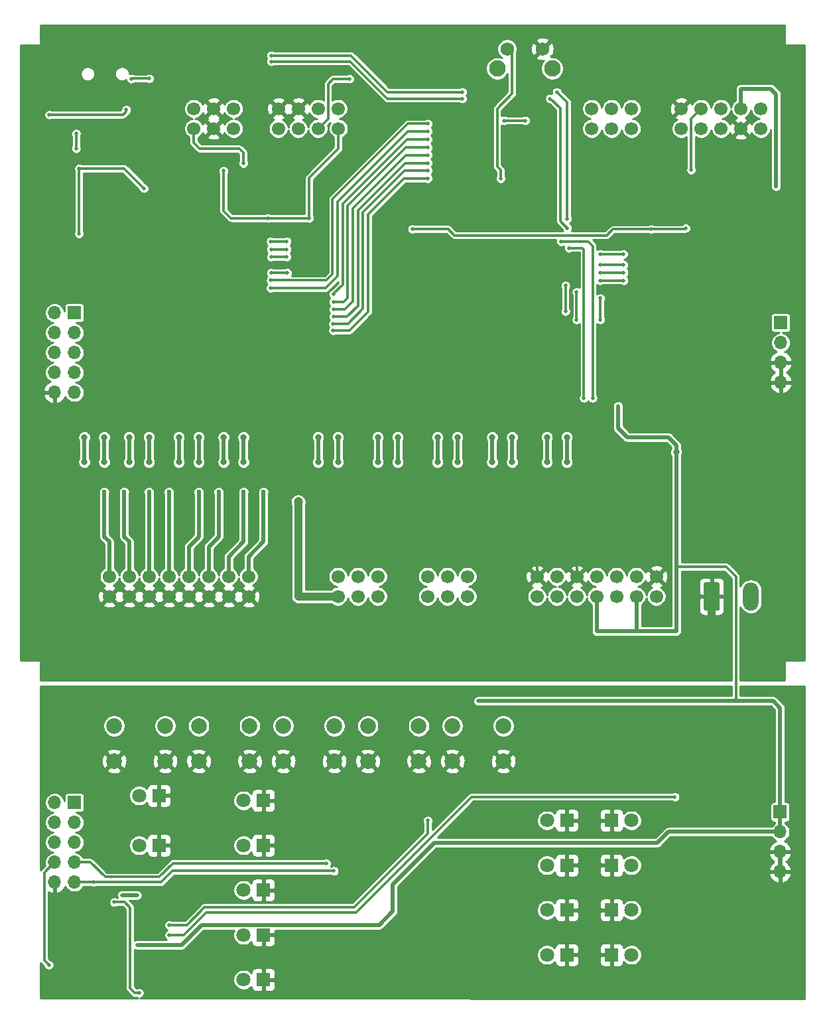
<source format=gbr>
G04 #@! TF.GenerationSoftware,KiCad,Pcbnew,(5.1.5)-3*
G04 #@! TF.CreationDate,2020-07-08T08:09:39+02:00*
G04 #@! TF.ProjectId,SBIO3,5342494f-332e-46b6-9963-61645f706362,rev?*
G04 #@! TF.SameCoordinates,Original*
G04 #@! TF.FileFunction,Copper,L2,Bot*
G04 #@! TF.FilePolarity,Positive*
%FSLAX46Y46*%
G04 Gerber Fmt 4.6, Leading zero omitted, Abs format (unit mm)*
G04 Created by KiCad (PCBNEW (5.1.5)-3) date 2020-07-08 08:09:39*
%MOMM*%
%LPD*%
G04 APERTURE LIST*
%ADD10C,1.700000*%
%ADD11C,1.800000*%
%ADD12R,1.800000X1.800000*%
%ADD13O,1.700000X1.700000*%
%ADD14R,1.700000X1.700000*%
%ADD15C,2.100000*%
%ADD16C,1.750000*%
%ADD17O,2.000000X3.600000*%
%ADD18C,0.100000*%
%ADD19C,2.000000*%
%ADD20C,0.500000*%
%ADD21C,0.800000*%
%ADD22C,1.200000*%
%ADD23C,0.600000*%
%ADD24C,0.300000*%
%ADD25C,1.000000*%
%ADD26C,0.500000*%
%ADD27C,0.250000*%
%ADD28C,0.254000*%
G04 APERTURE END LIST*
D10*
X146050000Y-58420000D03*
X148590000Y-58420000D03*
X151130000Y-58420000D03*
X146050000Y-60960000D03*
X148590000Y-60960000D03*
X151130000Y-60960000D03*
X100330000Y-60960000D03*
X97790000Y-60960000D03*
X95250000Y-60960000D03*
X100330000Y-58420000D03*
X97790000Y-58420000D03*
X95250000Y-58420000D03*
D11*
X88265000Y-146050000D03*
D12*
X90805000Y-146050000D03*
D11*
X88265000Y-152400000D03*
D12*
X90805000Y-152400000D03*
D13*
X170116500Y-155765500D03*
X170116500Y-153225500D03*
X170116500Y-150685500D03*
D14*
X170116500Y-148145500D03*
D15*
X134005000Y-53290000D03*
D16*
X135255000Y-50800000D03*
X139755000Y-50800000D03*
D15*
X141015000Y-53290000D03*
D13*
X77470000Y-157099000D03*
X80010000Y-157099000D03*
X77470000Y-154559000D03*
X80010000Y-154559000D03*
X77470000Y-152019000D03*
X80010000Y-152019000D03*
X77470000Y-149479000D03*
X80010000Y-149479000D03*
X77470000Y-146939000D03*
D14*
X80010000Y-146939000D03*
D13*
X170180000Y-93345000D03*
X170180000Y-90805000D03*
X170180000Y-88265000D03*
D14*
X170180000Y-85725000D03*
D13*
X77470000Y-94615000D03*
X80010000Y-94615000D03*
X77470000Y-92075000D03*
X80010000Y-92075000D03*
X77470000Y-89535000D03*
X80010000Y-89535000D03*
X77470000Y-86995000D03*
X80010000Y-86995000D03*
X77470000Y-84455000D03*
D14*
X80010000Y-84455000D03*
D17*
X166370000Y-120650000D03*
G04 #@! TA.AperFunction,ComponentPad*
D18*
G36*
X162144504Y-118851204D02*
G01*
X162168773Y-118854804D01*
X162192571Y-118860765D01*
X162215671Y-118869030D01*
X162237849Y-118879520D01*
X162258893Y-118892133D01*
X162278598Y-118906747D01*
X162296777Y-118923223D01*
X162313253Y-118941402D01*
X162327867Y-118961107D01*
X162340480Y-118982151D01*
X162350970Y-119004329D01*
X162359235Y-119027429D01*
X162365196Y-119051227D01*
X162368796Y-119075496D01*
X162370000Y-119100000D01*
X162370000Y-122200000D01*
X162368796Y-122224504D01*
X162365196Y-122248773D01*
X162359235Y-122272571D01*
X162350970Y-122295671D01*
X162340480Y-122317849D01*
X162327867Y-122338893D01*
X162313253Y-122358598D01*
X162296777Y-122376777D01*
X162278598Y-122393253D01*
X162258893Y-122407867D01*
X162237849Y-122420480D01*
X162215671Y-122430970D01*
X162192571Y-122439235D01*
X162168773Y-122445196D01*
X162144504Y-122448796D01*
X162120000Y-122450000D01*
X160620000Y-122450000D01*
X160595496Y-122448796D01*
X160571227Y-122445196D01*
X160547429Y-122439235D01*
X160524329Y-122430970D01*
X160502151Y-122420480D01*
X160481107Y-122407867D01*
X160461402Y-122393253D01*
X160443223Y-122376777D01*
X160426747Y-122358598D01*
X160412133Y-122338893D01*
X160399520Y-122317849D01*
X160389030Y-122295671D01*
X160380765Y-122272571D01*
X160374804Y-122248773D01*
X160371204Y-122224504D01*
X160370000Y-122200000D01*
X160370000Y-119100000D01*
X160371204Y-119075496D01*
X160374804Y-119051227D01*
X160380765Y-119027429D01*
X160389030Y-119004329D01*
X160399520Y-118982151D01*
X160412133Y-118961107D01*
X160426747Y-118941402D01*
X160443223Y-118923223D01*
X160461402Y-118906747D01*
X160481107Y-118892133D01*
X160502151Y-118879520D01*
X160524329Y-118869030D01*
X160547429Y-118860765D01*
X160571227Y-118854804D01*
X160595496Y-118851204D01*
X160620000Y-118850000D01*
X162120000Y-118850000D01*
X162144504Y-118851204D01*
G37*
G04 #@! TD.AperFunction*
D10*
X139065000Y-120650000D03*
X141605000Y-120650000D03*
X144145000Y-120650000D03*
X146685000Y-120650000D03*
X149225000Y-120650000D03*
X151765000Y-120650000D03*
X154305000Y-120650000D03*
X154305000Y-118110000D03*
X151765000Y-118110000D03*
X149225000Y-118110000D03*
X146685000Y-118110000D03*
X144145000Y-118110000D03*
X141605000Y-118110000D03*
X139065000Y-118110000D03*
X130175000Y-120650000D03*
X127635000Y-120650000D03*
X125095000Y-120650000D03*
X130175000Y-118110000D03*
X127635000Y-118110000D03*
X125095000Y-118110000D03*
X118745000Y-120650000D03*
X116205000Y-120650000D03*
X113665000Y-120650000D03*
X118745000Y-118110000D03*
X116205000Y-118110000D03*
X113665000Y-118110000D03*
X102235000Y-120650000D03*
X99695000Y-120650000D03*
X97155000Y-120650000D03*
X94615000Y-120650000D03*
X92075000Y-120650000D03*
X89535000Y-120650000D03*
X86995000Y-120650000D03*
X84455000Y-120650000D03*
X102235000Y-118110000D03*
X99695000Y-118110000D03*
X97155000Y-118110000D03*
X94615000Y-118110000D03*
X92075000Y-118110000D03*
X89535000Y-118110000D03*
X86995000Y-118110000D03*
X84455000Y-118110000D03*
X167640000Y-60960000D03*
X165100000Y-60960000D03*
X162560000Y-60960000D03*
X160020000Y-60960000D03*
X157480000Y-60960000D03*
X167640000Y-58420000D03*
X165100000Y-58420000D03*
X162560000Y-58420000D03*
X160020000Y-58420000D03*
X157480000Y-58420000D03*
X113715800Y-60960000D03*
X111125000Y-60960000D03*
X108585000Y-60960000D03*
X106045000Y-60960000D03*
X113665000Y-58420000D03*
X111125000Y-58420000D03*
X108585000Y-58420000D03*
X106045000Y-58420000D03*
D12*
X104140000Y-169545000D03*
D11*
X101600000Y-169545000D03*
X101600000Y-163830000D03*
D12*
X104140000Y-163830000D03*
D11*
X101600000Y-158115000D03*
D12*
X104140000Y-158115000D03*
D11*
X101600000Y-152400000D03*
D12*
X104140000Y-152400000D03*
D11*
X101600000Y-146685000D03*
D12*
X104140000Y-146685000D03*
D11*
X151130000Y-149225000D03*
D12*
X148590000Y-149225000D03*
D11*
X140335000Y-149225000D03*
D12*
X142875000Y-149225000D03*
X148590000Y-166370000D03*
D11*
X151130000Y-166370000D03*
D12*
X142875000Y-166370000D03*
D11*
X140335000Y-166370000D03*
D12*
X148590000Y-160655000D03*
D11*
X151130000Y-160655000D03*
D12*
X142875000Y-160655000D03*
D11*
X140335000Y-160655000D03*
D12*
X148590000Y-154940000D03*
D11*
X151130000Y-154940000D03*
X140335000Y-154940000D03*
D12*
X142875000Y-154940000D03*
D19*
X123975000Y-137160000D03*
X123975000Y-141660000D03*
X117475000Y-137160000D03*
X117475000Y-141660000D03*
X85090000Y-141660000D03*
X85090000Y-137160000D03*
X91590000Y-141660000D03*
X91590000Y-137160000D03*
X113180000Y-137160000D03*
X113180000Y-141660000D03*
X106680000Y-137160000D03*
X106680000Y-141660000D03*
X95885000Y-141660000D03*
X95885000Y-137160000D03*
X102385000Y-141660000D03*
X102385000Y-137160000D03*
X134770000Y-137160000D03*
X134770000Y-141660000D03*
X128270000Y-137160000D03*
X128270000Y-141660000D03*
D20*
X158070000Y-73660000D03*
X153670000Y-73800000D03*
X123140000Y-73790000D03*
X107170000Y-79370000D03*
X105110000Y-79370000D03*
D21*
X146950000Y-111910000D03*
X137105000Y-126325000D03*
D20*
X156210000Y-98425000D03*
X152930000Y-92580000D03*
X88165000Y-62545000D03*
X152400000Y-95250000D03*
X151130000Y-71755000D03*
X120740000Y-71470000D03*
X121920000Y-69500000D03*
X163830000Y-91620000D03*
X80190000Y-54470000D03*
X76810000Y-54810000D03*
X145415000Y-66040000D03*
X79248000Y-165100000D03*
X141478000Y-138493500D03*
X156718000Y-140208000D03*
X164338000Y-155257500D03*
X163830000Y-165481000D03*
D21*
X156845000Y-102235000D03*
D20*
X169590000Y-68340000D03*
X142710000Y-84280000D03*
X142710000Y-80990000D03*
X149410000Y-96360000D03*
X109990000Y-72390000D03*
X104740000Y-72390000D03*
X99060000Y-66340000D03*
X165100000Y-55880000D03*
X131572000Y-133985000D03*
X120650000Y-159385000D03*
X88011000Y-165100000D03*
X88011000Y-158750000D03*
X86106000Y-158750000D03*
D22*
X108585000Y-108585000D03*
D21*
X113665000Y-103505000D03*
X113665000Y-100330000D03*
X111125000Y-103505000D03*
X111125000Y-100330000D03*
X121285000Y-103505000D03*
X121285000Y-100330000D03*
X118745000Y-103505000D03*
X118745000Y-100330000D03*
X128905000Y-103505000D03*
X128905000Y-100330000D03*
X126365000Y-103505000D03*
X126365000Y-100330000D03*
X135890000Y-103505000D03*
X135890000Y-100330000D03*
X133350000Y-103505000D03*
X133350000Y-100330000D03*
X142875000Y-103505000D03*
X142875000Y-100330000D03*
X140335000Y-103505000D03*
X140335000Y-100330000D03*
X83820000Y-103505000D03*
X83820000Y-100330000D03*
X81280000Y-103505000D03*
X81280000Y-100330000D03*
X89535000Y-103505000D03*
X89535000Y-100330000D03*
X86995000Y-103505000D03*
X86995000Y-100330000D03*
X95885000Y-103505000D03*
X95885000Y-100330000D03*
X93345000Y-103505000D03*
X93345000Y-100330000D03*
X101600000Y-103505000D03*
X101600000Y-100330000D03*
X99060000Y-103505000D03*
X99060000Y-100330000D03*
D20*
X134870000Y-59930000D03*
X137560000Y-59930000D03*
X107120000Y-77330000D03*
X105110000Y-77330000D03*
X105080000Y-75340000D03*
X107120000Y-75340000D03*
X105110000Y-76370000D03*
X107120000Y-76370000D03*
X147110000Y-80340000D03*
X150130000Y-80340000D03*
X158760000Y-66250000D03*
X147130000Y-79320000D03*
X150140000Y-79320000D03*
X147130000Y-78330000D03*
X150130000Y-78330000D03*
X147130000Y-76990000D03*
X150120000Y-76990000D03*
X146170000Y-95320000D03*
X142130000Y-75380000D03*
X145060000Y-95340000D03*
X143140000Y-76180000D03*
X86630000Y-58560000D03*
X76810000Y-59180000D03*
X87260000Y-54590000D03*
X89570000Y-54580000D03*
X80235000Y-61595000D03*
X80235000Y-63485000D03*
X115140000Y-54610000D03*
X142930000Y-72460000D03*
X141600000Y-56300000D03*
X129540000Y-56290000D03*
X105150000Y-51630000D03*
X140730000Y-57130000D03*
X129530000Y-57130000D03*
X142940000Y-73640000D03*
X105140000Y-52390000D03*
X144130000Y-85330000D03*
X144130000Y-81790000D03*
X147130000Y-85330000D03*
X147130000Y-82590000D03*
X101600000Y-65405000D03*
X125130000Y-60340000D03*
X105090000Y-80320000D03*
X125130000Y-61330000D03*
X105060000Y-81290000D03*
X125120000Y-62330000D03*
X113090000Y-82090000D03*
X125120000Y-63360000D03*
X113090000Y-83070000D03*
X125120000Y-64330000D03*
X113080000Y-84040000D03*
X125150000Y-65350000D03*
X113070000Y-84940000D03*
X113060000Y-85860000D03*
X125140000Y-66320000D03*
X113050000Y-86710000D03*
X125150000Y-67340000D03*
X80610000Y-66040000D03*
X80610000Y-74360000D03*
X88900000Y-68580000D03*
D23*
X86360000Y-107315000D03*
X83820000Y-107315000D03*
X92075000Y-107315000D03*
X89535000Y-107315000D03*
X98425000Y-107315000D03*
X95885000Y-107315000D03*
X104140000Y-107315000D03*
X101600000Y-107315000D03*
D20*
X82469000Y-157099000D03*
X113140000Y-155680000D03*
X76740000Y-167650000D03*
X112190000Y-154690000D03*
X92130000Y-163830000D03*
X156660000Y-146210000D03*
X92130000Y-162560000D03*
X125140000Y-149240000D03*
X85120000Y-159660000D03*
X88280000Y-171240000D03*
X134430000Y-67355000D03*
D24*
X157940000Y-73790000D02*
X158070000Y-73660000D01*
X157930000Y-73800000D02*
X158070000Y-73660000D01*
X153670000Y-73800000D02*
X157930000Y-73800000D01*
X153670000Y-73800000D02*
X148780000Y-73800000D01*
X148780000Y-73800000D02*
X148000000Y-74580000D01*
X148000000Y-74580000D02*
X128550000Y-74580000D01*
X128550000Y-74580000D02*
X127760000Y-73790000D01*
X127760000Y-73790000D02*
X123140000Y-73790000D01*
X107170000Y-79370000D02*
X105110000Y-79370000D01*
X144145000Y-115570000D02*
X144145000Y-114845000D01*
X144145000Y-114845000D02*
X142840000Y-113540000D01*
X142840000Y-113540000D02*
X140120000Y-113540000D01*
X139065000Y-114595000D02*
X139065000Y-115570000D01*
X140120000Y-113540000D02*
X139065000Y-114595000D01*
X144145000Y-115570000D02*
X144145000Y-114715000D01*
X144145000Y-114715000D02*
X146950000Y-111910000D01*
D25*
X160695000Y-126325000D02*
X161370000Y-125650000D01*
X137105000Y-126325000D02*
X160695000Y-126325000D01*
X161370000Y-125650000D02*
X161370000Y-120650000D01*
D24*
X156210000Y-98425000D02*
X156210000Y-93345000D01*
X156210000Y-93345000D02*
X153670000Y-93345000D01*
X153670000Y-93345000D02*
X153670000Y-93330000D01*
X153670000Y-93330000D02*
X152930000Y-92590000D01*
X152930000Y-92590000D02*
X152930000Y-92580000D01*
X153670000Y-93330000D02*
X153670000Y-93340000D01*
X148590000Y-154940000D02*
X148590000Y-160655000D01*
X142875000Y-160655000D02*
X142875000Y-166370000D01*
X148590000Y-160655000D02*
X148590000Y-166370000D01*
X142875000Y-154940000D02*
X142875000Y-160655000D01*
D26*
X170116500Y-153225500D02*
X170116500Y-155765500D01*
D24*
X144145000Y-115570000D02*
X144145000Y-118110000D01*
X139065000Y-115570000D02*
X139065000Y-118110000D01*
X80190000Y-54470000D02*
X77130000Y-54470000D01*
X77130000Y-54470000D02*
X76810000Y-54790000D01*
X76810000Y-54790000D02*
X76810000Y-54810000D01*
X165100000Y-60960000D02*
X165030000Y-60960000D01*
D26*
X165100000Y-60325000D02*
X165100000Y-60960000D01*
D24*
X142710000Y-84030000D02*
X142710000Y-84280000D01*
X142710000Y-80990000D02*
X142710000Y-84030000D01*
D26*
X156845000Y-102235000D02*
X156845000Y-101335000D01*
X156845000Y-101335000D02*
X155860000Y-100350000D01*
X155860000Y-100350000D02*
X150620000Y-100350000D01*
X150620000Y-100350000D02*
X149410000Y-99140000D01*
X149410000Y-99140000D02*
X149410000Y-96360000D01*
D24*
X109990000Y-72390000D02*
X104740000Y-72390000D01*
X109990000Y-67225800D02*
X113715800Y-63500000D01*
X109990000Y-72390000D02*
X109990000Y-67225800D01*
X104740000Y-72390000D02*
X100000000Y-72390000D01*
X100000000Y-72390000D02*
X99060000Y-71450000D01*
X99060000Y-71450000D02*
X99060000Y-66340000D01*
D26*
X170116500Y-148145500D02*
X170116500Y-150685500D01*
X170116500Y-148145500D02*
X170116500Y-134874000D01*
X170116500Y-134874000D02*
X169227500Y-133985000D01*
X170116500Y-150685500D02*
X155829000Y-150685500D01*
X155829000Y-150685500D02*
X154432000Y-152082500D01*
X154432000Y-152082500D02*
X125984000Y-152082500D01*
X125984000Y-152082500D02*
X120650000Y-157416500D01*
X120650000Y-157416500D02*
X120650000Y-159385000D01*
X120650000Y-159385000D02*
X120650000Y-160845500D01*
X120650000Y-160845500D02*
X118935500Y-162560000D01*
X118935500Y-162560000D02*
X96266000Y-162560000D01*
X96266000Y-162560000D02*
X93726000Y-165100000D01*
X93726000Y-165100000D02*
X88011000Y-165100000D01*
X88011000Y-158750000D02*
X86106000Y-158750000D01*
X146685000Y-120650000D02*
X146685000Y-125095000D01*
X146685000Y-125095000D02*
X151765000Y-125095000D01*
X151765000Y-125095000D02*
X151765000Y-120650000D01*
X156845000Y-125095000D02*
X151765000Y-125095000D01*
D24*
X113715800Y-63500000D02*
X113715800Y-60960000D01*
D26*
X168910000Y-55880000D02*
X165100000Y-55880000D01*
X169590000Y-68340000D02*
X169590000Y-56560000D01*
X169590000Y-56560000D02*
X168910000Y-55880000D01*
X165100000Y-58420000D02*
X165100000Y-55880000D01*
X156845000Y-116840000D02*
X156845000Y-125095000D01*
X156845000Y-102235000D02*
X156845000Y-116840000D01*
D24*
X164465000Y-118110000D02*
X164465000Y-133985000D01*
X163195000Y-116840000D02*
X164465000Y-118110000D01*
D26*
X169227500Y-133985000D02*
X164465000Y-133985000D01*
D24*
X156845000Y-116840000D02*
X163195000Y-116840000D01*
D26*
X164465000Y-133985000D02*
X131572000Y-133985000D01*
D25*
X108585000Y-120650000D02*
X113665000Y-120650000D01*
X108585000Y-108585000D02*
X108585000Y-120650000D01*
D26*
X113665000Y-103505000D02*
X113665000Y-100330000D01*
X111125000Y-103505000D02*
X111125000Y-100330000D01*
X121285000Y-103505000D02*
X121285000Y-100330000D01*
X118745000Y-103505000D02*
X118745000Y-100330000D01*
X128905000Y-103505000D02*
X128905000Y-100330000D01*
X126365000Y-103505000D02*
X126365000Y-100330000D01*
X135890000Y-103505000D02*
X135890000Y-100330000D01*
X133350000Y-103505000D02*
X133350000Y-100330000D01*
X142875000Y-103505000D02*
X142875000Y-100330000D01*
X140335000Y-103505000D02*
X140335000Y-100330000D01*
X83820000Y-103505000D02*
X83820000Y-100330000D01*
X81280000Y-103505000D02*
X81280000Y-100330000D01*
X89535000Y-103505000D02*
X89535000Y-100330000D01*
X86995000Y-103505000D02*
X86995000Y-100330000D01*
X95885000Y-103505000D02*
X95885000Y-100330000D01*
X93345000Y-103505000D02*
X93345000Y-100330000D01*
X101600000Y-103505000D02*
X101600000Y-100330000D01*
X99060000Y-103505000D02*
X99060000Y-100330000D01*
D24*
X134870000Y-59930000D02*
X137560000Y-59930000D01*
X105110000Y-77330000D02*
X107120000Y-77330000D01*
X105080000Y-75340000D02*
X107120000Y-75340000D01*
X105110000Y-76370000D02*
X107120000Y-76370000D01*
X147110000Y-80340000D02*
X150130000Y-80340000D01*
X158760000Y-59680000D02*
X160020000Y-58420000D01*
X158760000Y-66250000D02*
X158760000Y-59680000D01*
X147130000Y-79320000D02*
X150140000Y-79320000D01*
X147130000Y-78330000D02*
X148460000Y-78330000D01*
X148460000Y-78330000D02*
X150130000Y-78330000D01*
X147130000Y-76990000D02*
X150120000Y-76990000D01*
X146170000Y-95320000D02*
X146170000Y-94140000D01*
X146170000Y-94140000D02*
X146170000Y-77540000D01*
X146170000Y-77540000D02*
X146170000Y-75930000D01*
X146170000Y-75930000D02*
X145620000Y-75380000D01*
X145620000Y-75380000D02*
X142130000Y-75380000D01*
X145060000Y-95340000D02*
X145060000Y-86230000D01*
X145060000Y-86230000D02*
X145060000Y-77690000D01*
X145060000Y-77690000D02*
X145060000Y-76640000D01*
X145060000Y-76640000D02*
X145060000Y-76390000D01*
X145060000Y-76390000D02*
X144850000Y-76180000D01*
X144850000Y-76180000D02*
X143140000Y-76180000D01*
X76810000Y-59180000D02*
X86235000Y-59180000D01*
X86630000Y-58785000D02*
X86630000Y-58560000D01*
X86235000Y-59180000D02*
X86630000Y-58785000D01*
X87260000Y-54590000D02*
X87270000Y-54580000D01*
X87270000Y-54580000D02*
X89570000Y-54580000D01*
X80235000Y-61595000D02*
X80235000Y-63485000D01*
X115140000Y-54610000D02*
X113060000Y-54610000D01*
X113060000Y-54610000D02*
X112390000Y-55280000D01*
X112390000Y-59695000D02*
X111125000Y-60960000D01*
X112390000Y-55280000D02*
X112390000Y-59695000D01*
X142930000Y-70790000D02*
X142930000Y-72460000D01*
X142930000Y-70670000D02*
X142930000Y-70790000D01*
X142930000Y-70670000D02*
X142930000Y-57630000D01*
X142930000Y-57630000D02*
X141600000Y-56300000D01*
X129540000Y-56290000D02*
X119970000Y-56290000D01*
X119970000Y-56290000D02*
X115310000Y-51630000D01*
X115310000Y-51630000D02*
X105150000Y-51630000D01*
X140810000Y-57130000D02*
X142060000Y-58380000D01*
X142060000Y-58380000D02*
X142060000Y-69380000D01*
D27*
X140730000Y-57130000D02*
X140810000Y-57130000D01*
D24*
X119930000Y-57130000D02*
X129530000Y-57130000D01*
X115190000Y-52390000D02*
X119930000Y-57130000D01*
X105140000Y-52390000D02*
X115190000Y-52390000D01*
X142060000Y-69380000D02*
X142060000Y-72760000D01*
X142060000Y-72760000D02*
X142940000Y-73640000D01*
X144130000Y-85330000D02*
X144130000Y-81790000D01*
X147130000Y-85330000D02*
X147130000Y-82590000D01*
X95250000Y-62750000D02*
X95250000Y-60960000D01*
X96040000Y-63540000D02*
X95250000Y-62750000D01*
X101090000Y-63540000D02*
X96040000Y-63540000D01*
X101600000Y-65405000D02*
X101600000Y-64050000D01*
X101600000Y-64050000D02*
X101090000Y-63540000D01*
X125130000Y-60340000D02*
X122600000Y-60340000D01*
X122600000Y-60340000D02*
X112970000Y-69970000D01*
X112970000Y-69970000D02*
X112970000Y-79550000D01*
X112970000Y-79550000D02*
X112200000Y-80320000D01*
X112200000Y-80320000D02*
X105090000Y-80320000D01*
X125130000Y-61330000D02*
X122600000Y-61330000D01*
X122600000Y-61330000D02*
X113620000Y-70310000D01*
X113620000Y-70310000D02*
X113620000Y-79780000D01*
X113620000Y-79780000D02*
X112110000Y-81290000D01*
X112110000Y-81290000D02*
X105060000Y-81290000D01*
X125120000Y-62330000D02*
X122480000Y-62330000D01*
X113090000Y-82020000D02*
X113090000Y-82090000D01*
X122480000Y-62330000D02*
X114250000Y-70560000D01*
X114250000Y-70560000D02*
X114250000Y-80860000D01*
X114250000Y-80860000D02*
X113090000Y-82020000D01*
X125120000Y-63360000D02*
X122320000Y-63360000D01*
X122320000Y-63360000D02*
X114870000Y-70810000D01*
X114870000Y-70810000D02*
X114870000Y-82560000D01*
X114870000Y-82560000D02*
X114360000Y-83070000D01*
X114360000Y-83070000D02*
X113090000Y-83070000D01*
X125120000Y-64330000D02*
X122350000Y-64330000D01*
X122350000Y-64330000D02*
X115570000Y-71110000D01*
X115570000Y-71110000D02*
X115570000Y-82980000D01*
X115570000Y-82980000D02*
X114510000Y-84040000D01*
X114510000Y-84040000D02*
X113080000Y-84040000D01*
X125150000Y-65350000D02*
X122230000Y-65350000D01*
X122230000Y-65350000D02*
X116200000Y-71380000D01*
X116200000Y-71380000D02*
X116200000Y-83560000D01*
X116200000Y-83560000D02*
X114830000Y-84930000D01*
X114830000Y-84930000D02*
X113080000Y-84930000D01*
X113080000Y-84930000D02*
X113070000Y-84940000D01*
X125140000Y-66320000D02*
X122170000Y-66320000D01*
X114940000Y-85860000D02*
X113060000Y-85860000D01*
X116850000Y-71640000D02*
X116850000Y-83950000D01*
X122170000Y-66320000D02*
X116850000Y-71640000D01*
X116850000Y-83950000D02*
X114940000Y-85860000D01*
X113080000Y-86740000D02*
X113050000Y-86710000D01*
X117490000Y-71940000D02*
X117490000Y-84350000D01*
X122090000Y-67340000D02*
X117490000Y-71940000D01*
X117490000Y-84350000D02*
X115100000Y-86740000D01*
X125150000Y-67340000D02*
X122090000Y-67340000D01*
X115100000Y-86740000D02*
X113080000Y-86740000D01*
X80610000Y-66040000D02*
X80610000Y-74360000D01*
X80610000Y-66040000D02*
X86360000Y-66040000D01*
X86360000Y-66040000D02*
X88900000Y-68580000D01*
D26*
X86360000Y-107315000D02*
X86360000Y-113030000D01*
X86995000Y-113665000D02*
X86995000Y-115570000D01*
X86360000Y-113030000D02*
X86995000Y-113665000D01*
X86995000Y-115570000D02*
X86995000Y-118110000D01*
X83820000Y-107315000D02*
X83820000Y-113030000D01*
X84455000Y-113665000D02*
X84455000Y-115570000D01*
X83820000Y-113030000D02*
X84455000Y-113665000D01*
X84455000Y-115570000D02*
X84455000Y-118110000D01*
X92075000Y-115570000D02*
X92075000Y-118110000D01*
X92075000Y-107315000D02*
X92075000Y-115570000D01*
X89535000Y-115570000D02*
X89535000Y-118110000D01*
X89535000Y-107315000D02*
X89535000Y-115570000D01*
X98425000Y-107315000D02*
X98425000Y-113030000D01*
X98425000Y-113030000D02*
X97155000Y-114300000D01*
X97155000Y-114300000D02*
X97155000Y-115570000D01*
X97155000Y-115570000D02*
X97155000Y-118110000D01*
X95885000Y-107315000D02*
X95885000Y-113030000D01*
X95885000Y-113030000D02*
X94615000Y-114300000D01*
X94615000Y-114300000D02*
X94615000Y-115570000D01*
X94615000Y-115570000D02*
X94615000Y-118110000D01*
X104140000Y-113665000D02*
X102235000Y-115570000D01*
X104140000Y-107315000D02*
X104140000Y-113665000D01*
X102235000Y-115570000D02*
X102235000Y-118110000D01*
X101600000Y-113665000D02*
X99695000Y-115570000D01*
X101600000Y-107315000D02*
X101600000Y-113665000D01*
X99695000Y-115570000D02*
X99695000Y-118110000D01*
D24*
X80010000Y-157099000D02*
X82469000Y-157099000D01*
X82469000Y-157099000D02*
X91091000Y-157099000D01*
X91091000Y-157099000D02*
X92510000Y-155680000D01*
X92510000Y-155680000D02*
X113140000Y-155680000D01*
X77470000Y-154559000D02*
X77470000Y-154570000D01*
X77470000Y-154570000D02*
X76150000Y-155890000D01*
X76150000Y-155890000D02*
X76150000Y-167060000D01*
X76150000Y-167060000D02*
X76740000Y-167650000D01*
X80010000Y-154559000D02*
X82069000Y-154559000D01*
X82069000Y-154559000D02*
X83940000Y-156430000D01*
X83940000Y-156430000D02*
X90840000Y-156430000D01*
X90840000Y-156430000D02*
X92580000Y-154690000D01*
X92580000Y-154690000D02*
X112190000Y-154690000D01*
X92130000Y-163830000D02*
X94000000Y-163830000D01*
X94000000Y-163830000D02*
X96870000Y-160960000D01*
X96870000Y-160960000D02*
X116000000Y-160960000D01*
X116000000Y-160960000D02*
X130750000Y-146210000D01*
X130750000Y-146210000D02*
X156660000Y-146210000D01*
X92130000Y-162560000D02*
X94370000Y-162560000D01*
X94370000Y-162560000D02*
X96620000Y-160310000D01*
X96620000Y-160310000D02*
X115750000Y-160310000D01*
X115750000Y-160310000D02*
X125140000Y-150920000D01*
X125140000Y-150920000D02*
X125140000Y-149240000D01*
X85120000Y-159660000D02*
X85850000Y-159660000D01*
X85850000Y-159660000D02*
X86440000Y-159660000D01*
X86440000Y-159660000D02*
X87120000Y-160340000D01*
X87120000Y-160340000D02*
X87120000Y-170050000D01*
X87120000Y-170050000D02*
X87120000Y-170640000D01*
X87120000Y-170640000D02*
X87720000Y-171240000D01*
X87720000Y-171240000D02*
X88280000Y-171240000D01*
X135255000Y-50800000D02*
X135890000Y-51435000D01*
X135890000Y-51435000D02*
X135890000Y-55880000D01*
X135890000Y-55880000D02*
X135890000Y-56515000D01*
X135890000Y-56515000D02*
X133985000Y-58420000D01*
X133985000Y-58420000D02*
X133985000Y-65405000D01*
X133985000Y-65405000D02*
X133985000Y-65810000D01*
X133985000Y-65810000D02*
X134430000Y-66255000D01*
X134430000Y-66255000D02*
X134430000Y-67355000D01*
D28*
G36*
X170688000Y-50165000D02*
G01*
X170690440Y-50189776D01*
X170697667Y-50213601D01*
X170709403Y-50235557D01*
X170725197Y-50254803D01*
X170744443Y-50270597D01*
X170766399Y-50282333D01*
X170790224Y-50289560D01*
X170815000Y-50292000D01*
X173228000Y-50292000D01*
X173228000Y-128778000D01*
X170815000Y-128778000D01*
X170790224Y-128780440D01*
X170766399Y-128787667D01*
X170744443Y-128799403D01*
X170725197Y-128815197D01*
X170709403Y-128834443D01*
X170697667Y-128856399D01*
X170690440Y-128880224D01*
X170688000Y-128905000D01*
X170688000Y-131318000D01*
X165042000Y-131318000D01*
X165042000Y-121988030D01*
X165045246Y-121998731D01*
X165177753Y-122246634D01*
X165356078Y-122463923D01*
X165573367Y-122642248D01*
X165821270Y-122774755D01*
X166090260Y-122856352D01*
X166370000Y-122883904D01*
X166649741Y-122856352D01*
X166918731Y-122774755D01*
X167166634Y-122642248D01*
X167383923Y-122463923D01*
X167562248Y-122246634D01*
X167694755Y-121998731D01*
X167776352Y-121729741D01*
X167797000Y-121520098D01*
X167797000Y-119779902D01*
X167776352Y-119570259D01*
X167694755Y-119301269D01*
X167562248Y-119053366D01*
X167383922Y-118836077D01*
X167166633Y-118657752D01*
X166918730Y-118525245D01*
X166649740Y-118443648D01*
X166370000Y-118416096D01*
X166090259Y-118443648D01*
X165821269Y-118525245D01*
X165573366Y-118657752D01*
X165356077Y-118836078D01*
X165177752Y-119053367D01*
X165045245Y-119301270D01*
X165042000Y-119311967D01*
X165042000Y-118138328D01*
X165044790Y-118109999D01*
X165042000Y-118081670D01*
X165042000Y-118081664D01*
X165033650Y-117996888D01*
X165000657Y-117888124D01*
X164947079Y-117787885D01*
X164874974Y-117700026D01*
X164852968Y-117681966D01*
X163623039Y-116452038D01*
X163604974Y-116430026D01*
X163517115Y-116357921D01*
X163416876Y-116304343D01*
X163352770Y-116284897D01*
X163308111Y-116271349D01*
X163253045Y-116265926D01*
X163223336Y-116263000D01*
X163223331Y-116263000D01*
X163195000Y-116260210D01*
X163166669Y-116263000D01*
X157522000Y-116263000D01*
X157522000Y-102710357D01*
X157577877Y-102626731D01*
X157640218Y-102476227D01*
X157672000Y-102316452D01*
X157672000Y-102153548D01*
X157640218Y-101993773D01*
X157577877Y-101843269D01*
X157522000Y-101759643D01*
X157522000Y-101368241D01*
X157525274Y-101334999D01*
X157522000Y-101301757D01*
X157522000Y-101301748D01*
X157512204Y-101202285D01*
X157473492Y-101074670D01*
X157410628Y-100957059D01*
X157326027Y-100853973D01*
X157300196Y-100832774D01*
X156362226Y-99894804D01*
X156341027Y-99868973D01*
X156237941Y-99784372D01*
X156120330Y-99721508D01*
X155992715Y-99682796D01*
X155893252Y-99673000D01*
X155893245Y-99673000D01*
X155860000Y-99669726D01*
X155826755Y-99673000D01*
X150900422Y-99673000D01*
X150087000Y-98859578D01*
X150087000Y-96293321D01*
X150080479Y-96260536D01*
X150077204Y-96227285D01*
X150067506Y-96195315D01*
X150060984Y-96162526D01*
X150048189Y-96131636D01*
X150038492Y-96099670D01*
X150022744Y-96070208D01*
X150009950Y-96039320D01*
X149991377Y-96011524D01*
X149975628Y-95982059D01*
X149954432Y-95956231D01*
X149935860Y-95928437D01*
X149912222Y-95904799D01*
X149891027Y-95878973D01*
X149865201Y-95857778D01*
X149841563Y-95834140D01*
X149813769Y-95815568D01*
X149787941Y-95794372D01*
X149758476Y-95778623D01*
X149730680Y-95760050D01*
X149699792Y-95747256D01*
X149670330Y-95731508D01*
X149638364Y-95721811D01*
X149607474Y-95709016D01*
X149574685Y-95702494D01*
X149542715Y-95692796D01*
X149509464Y-95689521D01*
X149476679Y-95683000D01*
X149443252Y-95683000D01*
X149410000Y-95679725D01*
X149376748Y-95683000D01*
X149343321Y-95683000D01*
X149310535Y-95689521D01*
X149277286Y-95692796D01*
X149245318Y-95702493D01*
X149212526Y-95709016D01*
X149181634Y-95721812D01*
X149149671Y-95731508D01*
X149120212Y-95747254D01*
X149089320Y-95760050D01*
X149061520Y-95778625D01*
X149032060Y-95794372D01*
X149006237Y-95815565D01*
X148978437Y-95834140D01*
X148954794Y-95857783D01*
X148928974Y-95878973D01*
X148907784Y-95904793D01*
X148884140Y-95928437D01*
X148865564Y-95956238D01*
X148844373Y-95982059D01*
X148828628Y-96011517D01*
X148810050Y-96039320D01*
X148797252Y-96070216D01*
X148781509Y-96099670D01*
X148771815Y-96131627D01*
X148759016Y-96162526D01*
X148752492Y-96195325D01*
X148742797Y-96227285D01*
X148739523Y-96260526D01*
X148733000Y-96293321D01*
X148733000Y-96426679D01*
X148733001Y-96426684D01*
X148733000Y-99106755D01*
X148729726Y-99140000D01*
X148733000Y-99173245D01*
X148733000Y-99173251D01*
X148742796Y-99272714D01*
X148781508Y-99400329D01*
X148844372Y-99517940D01*
X148928973Y-99621026D01*
X148954800Y-99642222D01*
X150117774Y-100805196D01*
X150138973Y-100831027D01*
X150242059Y-100915628D01*
X150359670Y-100978492D01*
X150487285Y-101017204D01*
X150586748Y-101027000D01*
X150586757Y-101027000D01*
X150619999Y-101030274D01*
X150653241Y-101027000D01*
X155579578Y-101027000D01*
X156168000Y-101615422D01*
X156168000Y-101759643D01*
X156112123Y-101843269D01*
X156049782Y-101993773D01*
X156018000Y-102153548D01*
X156018000Y-102316452D01*
X156049782Y-102476227D01*
X156112123Y-102626731D01*
X156168000Y-102710357D01*
X156168001Y-116806739D01*
X156168000Y-116806749D01*
X156168001Y-124418000D01*
X152442000Y-124418000D01*
X152442000Y-121733478D01*
X152579040Y-121641911D01*
X152756911Y-121464040D01*
X152896663Y-121254886D01*
X152992926Y-121022487D01*
X153035000Y-120810966D01*
X153077074Y-121022487D01*
X153173337Y-121254886D01*
X153313089Y-121464040D01*
X153490960Y-121641911D01*
X153700114Y-121781663D01*
X153932513Y-121877926D01*
X154179226Y-121927000D01*
X154430774Y-121927000D01*
X154677487Y-121877926D01*
X154909886Y-121781663D01*
X155119040Y-121641911D01*
X155296911Y-121464040D01*
X155436663Y-121254886D01*
X155532926Y-121022487D01*
X155582000Y-120775774D01*
X155582000Y-120524226D01*
X155532926Y-120277513D01*
X155436663Y-120045114D01*
X155296911Y-119835960D01*
X155119040Y-119658089D01*
X154909886Y-119518337D01*
X154848474Y-119492899D01*
X154938747Y-119460919D01*
X155076157Y-119387472D01*
X155153792Y-119138397D01*
X154305000Y-118289605D01*
X153456208Y-119138397D01*
X153533843Y-119387472D01*
X153758006Y-119494357D01*
X153700114Y-119518337D01*
X153490960Y-119658089D01*
X153313089Y-119835960D01*
X153173337Y-120045114D01*
X153077074Y-120277513D01*
X153035000Y-120489034D01*
X152992926Y-120277513D01*
X152896663Y-120045114D01*
X152756911Y-119835960D01*
X152579040Y-119658089D01*
X152369886Y-119518337D01*
X152137487Y-119422074D01*
X151925966Y-119380000D01*
X152137487Y-119337926D01*
X152369886Y-119241663D01*
X152579040Y-119101911D01*
X152756911Y-118924040D01*
X152896663Y-118714886D01*
X152922101Y-118653474D01*
X152954081Y-118743747D01*
X153027528Y-118881157D01*
X153276603Y-118958792D01*
X154125395Y-118110000D01*
X154484605Y-118110000D01*
X155333397Y-118958792D01*
X155582472Y-118881157D01*
X155708371Y-118617117D01*
X155780339Y-118333589D01*
X155795611Y-118041469D01*
X155753599Y-117751981D01*
X155655919Y-117476253D01*
X155582472Y-117338843D01*
X155333397Y-117261208D01*
X154484605Y-118110000D01*
X154125395Y-118110000D01*
X153276603Y-117261208D01*
X153027528Y-117338843D01*
X152920643Y-117563006D01*
X152896663Y-117505114D01*
X152756911Y-117295960D01*
X152579040Y-117118089D01*
X152524435Y-117081603D01*
X153456208Y-117081603D01*
X154305000Y-117930395D01*
X155153792Y-117081603D01*
X155076157Y-116832528D01*
X154812117Y-116706629D01*
X154528589Y-116634661D01*
X154236469Y-116619389D01*
X153946981Y-116661401D01*
X153671253Y-116759081D01*
X153533843Y-116832528D01*
X153456208Y-117081603D01*
X152524435Y-117081603D01*
X152369886Y-116978337D01*
X152137487Y-116882074D01*
X151890774Y-116833000D01*
X151639226Y-116833000D01*
X151392513Y-116882074D01*
X151160114Y-116978337D01*
X150950960Y-117118089D01*
X150773089Y-117295960D01*
X150633337Y-117505114D01*
X150537074Y-117737513D01*
X150495000Y-117949034D01*
X150452926Y-117737513D01*
X150356663Y-117505114D01*
X150216911Y-117295960D01*
X150039040Y-117118089D01*
X149829886Y-116978337D01*
X149597487Y-116882074D01*
X149350774Y-116833000D01*
X149099226Y-116833000D01*
X148852513Y-116882074D01*
X148620114Y-116978337D01*
X148410960Y-117118089D01*
X148233089Y-117295960D01*
X148093337Y-117505114D01*
X147997074Y-117737513D01*
X147955000Y-117949034D01*
X147912926Y-117737513D01*
X147816663Y-117505114D01*
X147676911Y-117295960D01*
X147499040Y-117118089D01*
X147289886Y-116978337D01*
X147057487Y-116882074D01*
X146810774Y-116833000D01*
X146559226Y-116833000D01*
X146312513Y-116882074D01*
X146080114Y-116978337D01*
X145870960Y-117118089D01*
X145693089Y-117295960D01*
X145553337Y-117505114D01*
X145527899Y-117566526D01*
X145495919Y-117476253D01*
X145422472Y-117338843D01*
X145173397Y-117261208D01*
X144324605Y-118110000D01*
X145173397Y-118958792D01*
X145422472Y-118881157D01*
X145529357Y-118656994D01*
X145553337Y-118714886D01*
X145693089Y-118924040D01*
X145870960Y-119101911D01*
X146080114Y-119241663D01*
X146312513Y-119337926D01*
X146524034Y-119380000D01*
X146312513Y-119422074D01*
X146080114Y-119518337D01*
X145870960Y-119658089D01*
X145693089Y-119835960D01*
X145553337Y-120045114D01*
X145457074Y-120277513D01*
X145415000Y-120489034D01*
X145372926Y-120277513D01*
X145276663Y-120045114D01*
X145136911Y-119835960D01*
X144959040Y-119658089D01*
X144749886Y-119518337D01*
X144688474Y-119492899D01*
X144778747Y-119460919D01*
X144916157Y-119387472D01*
X144993792Y-119138397D01*
X144145000Y-118289605D01*
X143296208Y-119138397D01*
X143373843Y-119387472D01*
X143598006Y-119494357D01*
X143540114Y-119518337D01*
X143330960Y-119658089D01*
X143153089Y-119835960D01*
X143013337Y-120045114D01*
X142917074Y-120277513D01*
X142875000Y-120489034D01*
X142832926Y-120277513D01*
X142736663Y-120045114D01*
X142596911Y-119835960D01*
X142419040Y-119658089D01*
X142209886Y-119518337D01*
X141977487Y-119422074D01*
X141765966Y-119380000D01*
X141977487Y-119337926D01*
X142209886Y-119241663D01*
X142419040Y-119101911D01*
X142596911Y-118924040D01*
X142736663Y-118714886D01*
X142762101Y-118653474D01*
X142794081Y-118743747D01*
X142867528Y-118881157D01*
X143116603Y-118958792D01*
X143965395Y-118110000D01*
X143116603Y-117261208D01*
X142867528Y-117338843D01*
X142760643Y-117563006D01*
X142736663Y-117505114D01*
X142596911Y-117295960D01*
X142419040Y-117118089D01*
X142364435Y-117081603D01*
X143296208Y-117081603D01*
X144145000Y-117930395D01*
X144993792Y-117081603D01*
X144916157Y-116832528D01*
X144652117Y-116706629D01*
X144368589Y-116634661D01*
X144076469Y-116619389D01*
X143786981Y-116661401D01*
X143511253Y-116759081D01*
X143373843Y-116832528D01*
X143296208Y-117081603D01*
X142364435Y-117081603D01*
X142209886Y-116978337D01*
X141977487Y-116882074D01*
X141730774Y-116833000D01*
X141479226Y-116833000D01*
X141232513Y-116882074D01*
X141000114Y-116978337D01*
X140790960Y-117118089D01*
X140613089Y-117295960D01*
X140473337Y-117505114D01*
X140447899Y-117566526D01*
X140415919Y-117476253D01*
X140342472Y-117338843D01*
X140093397Y-117261208D01*
X139244605Y-118110000D01*
X140093397Y-118958792D01*
X140342472Y-118881157D01*
X140449357Y-118656994D01*
X140473337Y-118714886D01*
X140613089Y-118924040D01*
X140790960Y-119101911D01*
X141000114Y-119241663D01*
X141232513Y-119337926D01*
X141444034Y-119380000D01*
X141232513Y-119422074D01*
X141000114Y-119518337D01*
X140790960Y-119658089D01*
X140613089Y-119835960D01*
X140473337Y-120045114D01*
X140377074Y-120277513D01*
X140335000Y-120489034D01*
X140292926Y-120277513D01*
X140196663Y-120045114D01*
X140056911Y-119835960D01*
X139879040Y-119658089D01*
X139669886Y-119518337D01*
X139608474Y-119492899D01*
X139698747Y-119460919D01*
X139836157Y-119387472D01*
X139913792Y-119138397D01*
X139065000Y-118289605D01*
X138216208Y-119138397D01*
X138293843Y-119387472D01*
X138518006Y-119494357D01*
X138460114Y-119518337D01*
X138250960Y-119658089D01*
X138073089Y-119835960D01*
X137933337Y-120045114D01*
X137837074Y-120277513D01*
X137788000Y-120524226D01*
X137788000Y-120775774D01*
X137837074Y-121022487D01*
X137933337Y-121254886D01*
X138073089Y-121464040D01*
X138250960Y-121641911D01*
X138460114Y-121781663D01*
X138692513Y-121877926D01*
X138939226Y-121927000D01*
X139190774Y-121927000D01*
X139437487Y-121877926D01*
X139669886Y-121781663D01*
X139879040Y-121641911D01*
X140056911Y-121464040D01*
X140196663Y-121254886D01*
X140292926Y-121022487D01*
X140335000Y-120810966D01*
X140377074Y-121022487D01*
X140473337Y-121254886D01*
X140613089Y-121464040D01*
X140790960Y-121641911D01*
X141000114Y-121781663D01*
X141232513Y-121877926D01*
X141479226Y-121927000D01*
X141730774Y-121927000D01*
X141977487Y-121877926D01*
X142209886Y-121781663D01*
X142419040Y-121641911D01*
X142596911Y-121464040D01*
X142736663Y-121254886D01*
X142832926Y-121022487D01*
X142875000Y-120810966D01*
X142917074Y-121022487D01*
X143013337Y-121254886D01*
X143153089Y-121464040D01*
X143330960Y-121641911D01*
X143540114Y-121781663D01*
X143772513Y-121877926D01*
X144019226Y-121927000D01*
X144270774Y-121927000D01*
X144517487Y-121877926D01*
X144749886Y-121781663D01*
X144959040Y-121641911D01*
X145136911Y-121464040D01*
X145276663Y-121254886D01*
X145372926Y-121022487D01*
X145415000Y-120810966D01*
X145457074Y-121022487D01*
X145553337Y-121254886D01*
X145693089Y-121464040D01*
X145870960Y-121641911D01*
X146008000Y-121733478D01*
X146008001Y-125061738D01*
X146004725Y-125095000D01*
X146017796Y-125227715D01*
X146056508Y-125355330D01*
X146119372Y-125472941D01*
X146203973Y-125576027D01*
X146307059Y-125660628D01*
X146424670Y-125723492D01*
X146552285Y-125762204D01*
X146651748Y-125772000D01*
X146685000Y-125775275D01*
X146718252Y-125772000D01*
X151731748Y-125772000D01*
X151765000Y-125775275D01*
X151798252Y-125772000D01*
X156811748Y-125772000D01*
X156845000Y-125775275D01*
X156878252Y-125772000D01*
X156977715Y-125762204D01*
X157105330Y-125723492D01*
X157222941Y-125660628D01*
X157326027Y-125576027D01*
X157410628Y-125472941D01*
X157473492Y-125355330D01*
X157512204Y-125227715D01*
X157525275Y-125095000D01*
X157522000Y-125061748D01*
X157522000Y-122450000D01*
X159731928Y-122450000D01*
X159744188Y-122574482D01*
X159780498Y-122694180D01*
X159839463Y-122804494D01*
X159918815Y-122901185D01*
X160015506Y-122980537D01*
X160125820Y-123039502D01*
X160245518Y-123075812D01*
X160370000Y-123088072D01*
X161084250Y-123085000D01*
X161243000Y-122926250D01*
X161243000Y-120777000D01*
X161497000Y-120777000D01*
X161497000Y-122926250D01*
X161655750Y-123085000D01*
X162370000Y-123088072D01*
X162494482Y-123075812D01*
X162614180Y-123039502D01*
X162724494Y-122980537D01*
X162821185Y-122901185D01*
X162900537Y-122804494D01*
X162959502Y-122694180D01*
X162995812Y-122574482D01*
X163008072Y-122450000D01*
X163005000Y-120935750D01*
X162846250Y-120777000D01*
X161497000Y-120777000D01*
X161243000Y-120777000D01*
X159893750Y-120777000D01*
X159735000Y-120935750D01*
X159731928Y-122450000D01*
X157522000Y-122450000D01*
X157522000Y-118850000D01*
X159731928Y-118850000D01*
X159735000Y-120364250D01*
X159893750Y-120523000D01*
X161243000Y-120523000D01*
X161243000Y-118373750D01*
X161497000Y-118373750D01*
X161497000Y-120523000D01*
X162846250Y-120523000D01*
X163005000Y-120364250D01*
X163008072Y-118850000D01*
X162995812Y-118725518D01*
X162959502Y-118605820D01*
X162900537Y-118495506D01*
X162821185Y-118398815D01*
X162724494Y-118319463D01*
X162614180Y-118260498D01*
X162494482Y-118224188D01*
X162370000Y-118211928D01*
X161655750Y-118215000D01*
X161497000Y-118373750D01*
X161243000Y-118373750D01*
X161084250Y-118215000D01*
X160370000Y-118211928D01*
X160245518Y-118224188D01*
X160125820Y-118260498D01*
X160015506Y-118319463D01*
X159918815Y-118398815D01*
X159839463Y-118495506D01*
X159780498Y-118605820D01*
X159744188Y-118725518D01*
X159731928Y-118850000D01*
X157522000Y-118850000D01*
X157522000Y-117417000D01*
X162955999Y-117417000D01*
X163888000Y-118349002D01*
X163888001Y-131318000D01*
X75692000Y-131318000D01*
X75692000Y-128905000D01*
X75689560Y-128880224D01*
X75682333Y-128856399D01*
X75670597Y-128834443D01*
X75654803Y-128815197D01*
X75635557Y-128799403D01*
X75613601Y-128787667D01*
X75589776Y-128780440D01*
X75565000Y-128778000D01*
X73152000Y-128778000D01*
X73152000Y-121678397D01*
X83606208Y-121678397D01*
X83683843Y-121927472D01*
X83947883Y-122053371D01*
X84231411Y-122125339D01*
X84523531Y-122140611D01*
X84813019Y-122098599D01*
X85088747Y-122000919D01*
X85226157Y-121927472D01*
X85303792Y-121678397D01*
X86146208Y-121678397D01*
X86223843Y-121927472D01*
X86487883Y-122053371D01*
X86771411Y-122125339D01*
X87063531Y-122140611D01*
X87353019Y-122098599D01*
X87628747Y-122000919D01*
X87766157Y-121927472D01*
X87843792Y-121678397D01*
X88686208Y-121678397D01*
X88763843Y-121927472D01*
X89027883Y-122053371D01*
X89311411Y-122125339D01*
X89603531Y-122140611D01*
X89893019Y-122098599D01*
X90168747Y-122000919D01*
X90306157Y-121927472D01*
X90383792Y-121678397D01*
X91226208Y-121678397D01*
X91303843Y-121927472D01*
X91567883Y-122053371D01*
X91851411Y-122125339D01*
X92143531Y-122140611D01*
X92433019Y-122098599D01*
X92708747Y-122000919D01*
X92846157Y-121927472D01*
X92923792Y-121678397D01*
X93766208Y-121678397D01*
X93843843Y-121927472D01*
X94107883Y-122053371D01*
X94391411Y-122125339D01*
X94683531Y-122140611D01*
X94973019Y-122098599D01*
X95248747Y-122000919D01*
X95386157Y-121927472D01*
X95463792Y-121678397D01*
X96306208Y-121678397D01*
X96383843Y-121927472D01*
X96647883Y-122053371D01*
X96931411Y-122125339D01*
X97223531Y-122140611D01*
X97513019Y-122098599D01*
X97788747Y-122000919D01*
X97926157Y-121927472D01*
X98003792Y-121678397D01*
X98846208Y-121678397D01*
X98923843Y-121927472D01*
X99187883Y-122053371D01*
X99471411Y-122125339D01*
X99763531Y-122140611D01*
X100053019Y-122098599D01*
X100328747Y-122000919D01*
X100466157Y-121927472D01*
X100543792Y-121678397D01*
X101386208Y-121678397D01*
X101463843Y-121927472D01*
X101727883Y-122053371D01*
X102011411Y-122125339D01*
X102303531Y-122140611D01*
X102593019Y-122098599D01*
X102868747Y-122000919D01*
X103006157Y-121927472D01*
X103083792Y-121678397D01*
X102235000Y-120829605D01*
X101386208Y-121678397D01*
X100543792Y-121678397D01*
X99695000Y-120829605D01*
X98846208Y-121678397D01*
X98003792Y-121678397D01*
X97155000Y-120829605D01*
X96306208Y-121678397D01*
X95463792Y-121678397D01*
X94615000Y-120829605D01*
X93766208Y-121678397D01*
X92923792Y-121678397D01*
X92075000Y-120829605D01*
X91226208Y-121678397D01*
X90383792Y-121678397D01*
X89535000Y-120829605D01*
X88686208Y-121678397D01*
X87843792Y-121678397D01*
X86995000Y-120829605D01*
X86146208Y-121678397D01*
X85303792Y-121678397D01*
X84455000Y-120829605D01*
X83606208Y-121678397D01*
X73152000Y-121678397D01*
X73152000Y-120718531D01*
X82964389Y-120718531D01*
X83006401Y-121008019D01*
X83104081Y-121283747D01*
X83177528Y-121421157D01*
X83426603Y-121498792D01*
X84275395Y-120650000D01*
X84634605Y-120650000D01*
X85483397Y-121498792D01*
X85725000Y-121423486D01*
X85966603Y-121498792D01*
X86815395Y-120650000D01*
X87174605Y-120650000D01*
X88023397Y-121498792D01*
X88265000Y-121423486D01*
X88506603Y-121498792D01*
X89355395Y-120650000D01*
X89714605Y-120650000D01*
X90563397Y-121498792D01*
X90805000Y-121423486D01*
X91046603Y-121498792D01*
X91895395Y-120650000D01*
X92254605Y-120650000D01*
X93103397Y-121498792D01*
X93345000Y-121423486D01*
X93586603Y-121498792D01*
X94435395Y-120650000D01*
X94794605Y-120650000D01*
X95643397Y-121498792D01*
X95885000Y-121423486D01*
X96126603Y-121498792D01*
X96975395Y-120650000D01*
X97334605Y-120650000D01*
X98183397Y-121498792D01*
X98425000Y-121423486D01*
X98666603Y-121498792D01*
X99515395Y-120650000D01*
X99874605Y-120650000D01*
X100723397Y-121498792D01*
X100965000Y-121423486D01*
X101206603Y-121498792D01*
X102055395Y-120650000D01*
X102414605Y-120650000D01*
X103263397Y-121498792D01*
X103512472Y-121421157D01*
X103638371Y-121157117D01*
X103710339Y-120873589D01*
X103725611Y-120581469D01*
X103683599Y-120291981D01*
X103585919Y-120016253D01*
X103512472Y-119878843D01*
X103263397Y-119801208D01*
X102414605Y-120650000D01*
X102055395Y-120650000D01*
X101206603Y-119801208D01*
X100965000Y-119876514D01*
X100723397Y-119801208D01*
X99874605Y-120650000D01*
X99515395Y-120650000D01*
X98666603Y-119801208D01*
X98425000Y-119876514D01*
X98183397Y-119801208D01*
X97334605Y-120650000D01*
X96975395Y-120650000D01*
X96126603Y-119801208D01*
X95885000Y-119876514D01*
X95643397Y-119801208D01*
X94794605Y-120650000D01*
X94435395Y-120650000D01*
X93586603Y-119801208D01*
X93345000Y-119876514D01*
X93103397Y-119801208D01*
X92254605Y-120650000D01*
X91895395Y-120650000D01*
X91046603Y-119801208D01*
X90805000Y-119876514D01*
X90563397Y-119801208D01*
X89714605Y-120650000D01*
X89355395Y-120650000D01*
X88506603Y-119801208D01*
X88265000Y-119876514D01*
X88023397Y-119801208D01*
X87174605Y-120650000D01*
X86815395Y-120650000D01*
X85966603Y-119801208D01*
X85725000Y-119876514D01*
X85483397Y-119801208D01*
X84634605Y-120650000D01*
X84275395Y-120650000D01*
X83426603Y-119801208D01*
X83177528Y-119878843D01*
X83051629Y-120142883D01*
X82979661Y-120426411D01*
X82964389Y-120718531D01*
X73152000Y-120718531D01*
X73152000Y-107243397D01*
X83093000Y-107243397D01*
X83093000Y-107386603D01*
X83120938Y-107527058D01*
X83143000Y-107580320D01*
X83143001Y-112996745D01*
X83139726Y-113030000D01*
X83152796Y-113162714D01*
X83191508Y-113290329D01*
X83254372Y-113407940D01*
X83317776Y-113485198D01*
X83317777Y-113485199D01*
X83338974Y-113511027D01*
X83364799Y-113532222D01*
X83778000Y-113945423D01*
X83778001Y-115536739D01*
X83778000Y-115536749D01*
X83778001Y-117026522D01*
X83640960Y-117118089D01*
X83463089Y-117295960D01*
X83323337Y-117505114D01*
X83227074Y-117737513D01*
X83178000Y-117984226D01*
X83178000Y-118235774D01*
X83227074Y-118482487D01*
X83323337Y-118714886D01*
X83463089Y-118924040D01*
X83640960Y-119101911D01*
X83850114Y-119241663D01*
X83911526Y-119267101D01*
X83821253Y-119299081D01*
X83683843Y-119372528D01*
X83606208Y-119621603D01*
X84455000Y-120470395D01*
X85303792Y-119621603D01*
X85226157Y-119372528D01*
X85001994Y-119265643D01*
X85059886Y-119241663D01*
X85269040Y-119101911D01*
X85446911Y-118924040D01*
X85586663Y-118714886D01*
X85682926Y-118482487D01*
X85725000Y-118270966D01*
X85767074Y-118482487D01*
X85863337Y-118714886D01*
X86003089Y-118924040D01*
X86180960Y-119101911D01*
X86390114Y-119241663D01*
X86451526Y-119267101D01*
X86361253Y-119299081D01*
X86223843Y-119372528D01*
X86146208Y-119621603D01*
X86995000Y-120470395D01*
X87843792Y-119621603D01*
X87766157Y-119372528D01*
X87541994Y-119265643D01*
X87599886Y-119241663D01*
X87809040Y-119101911D01*
X87986911Y-118924040D01*
X88126663Y-118714886D01*
X88222926Y-118482487D01*
X88265000Y-118270966D01*
X88307074Y-118482487D01*
X88403337Y-118714886D01*
X88543089Y-118924040D01*
X88720960Y-119101911D01*
X88930114Y-119241663D01*
X88991526Y-119267101D01*
X88901253Y-119299081D01*
X88763843Y-119372528D01*
X88686208Y-119621603D01*
X89535000Y-120470395D01*
X90383792Y-119621603D01*
X90306157Y-119372528D01*
X90081994Y-119265643D01*
X90139886Y-119241663D01*
X90349040Y-119101911D01*
X90526911Y-118924040D01*
X90666663Y-118714886D01*
X90762926Y-118482487D01*
X90805000Y-118270966D01*
X90847074Y-118482487D01*
X90943337Y-118714886D01*
X91083089Y-118924040D01*
X91260960Y-119101911D01*
X91470114Y-119241663D01*
X91531526Y-119267101D01*
X91441253Y-119299081D01*
X91303843Y-119372528D01*
X91226208Y-119621603D01*
X92075000Y-120470395D01*
X92923792Y-119621603D01*
X92846157Y-119372528D01*
X92621994Y-119265643D01*
X92679886Y-119241663D01*
X92889040Y-119101911D01*
X93066911Y-118924040D01*
X93206663Y-118714886D01*
X93302926Y-118482487D01*
X93345000Y-118270966D01*
X93387074Y-118482487D01*
X93483337Y-118714886D01*
X93623089Y-118924040D01*
X93800960Y-119101911D01*
X94010114Y-119241663D01*
X94071526Y-119267101D01*
X93981253Y-119299081D01*
X93843843Y-119372528D01*
X93766208Y-119621603D01*
X94615000Y-120470395D01*
X95463792Y-119621603D01*
X95386157Y-119372528D01*
X95161994Y-119265643D01*
X95219886Y-119241663D01*
X95429040Y-119101911D01*
X95606911Y-118924040D01*
X95746663Y-118714886D01*
X95842926Y-118482487D01*
X95885000Y-118270966D01*
X95927074Y-118482487D01*
X96023337Y-118714886D01*
X96163089Y-118924040D01*
X96340960Y-119101911D01*
X96550114Y-119241663D01*
X96611526Y-119267101D01*
X96521253Y-119299081D01*
X96383843Y-119372528D01*
X96306208Y-119621603D01*
X97155000Y-120470395D01*
X98003792Y-119621603D01*
X97926157Y-119372528D01*
X97701994Y-119265643D01*
X97759886Y-119241663D01*
X97969040Y-119101911D01*
X98146911Y-118924040D01*
X98286663Y-118714886D01*
X98382926Y-118482487D01*
X98425000Y-118270966D01*
X98467074Y-118482487D01*
X98563337Y-118714886D01*
X98703089Y-118924040D01*
X98880960Y-119101911D01*
X99090114Y-119241663D01*
X99151526Y-119267101D01*
X99061253Y-119299081D01*
X98923843Y-119372528D01*
X98846208Y-119621603D01*
X99695000Y-120470395D01*
X100543792Y-119621603D01*
X100466157Y-119372528D01*
X100241994Y-119265643D01*
X100299886Y-119241663D01*
X100509040Y-119101911D01*
X100686911Y-118924040D01*
X100826663Y-118714886D01*
X100922926Y-118482487D01*
X100965000Y-118270966D01*
X101007074Y-118482487D01*
X101103337Y-118714886D01*
X101243089Y-118924040D01*
X101420960Y-119101911D01*
X101630114Y-119241663D01*
X101691526Y-119267101D01*
X101601253Y-119299081D01*
X101463843Y-119372528D01*
X101386208Y-119621603D01*
X102235000Y-120470395D01*
X103083792Y-119621603D01*
X103006157Y-119372528D01*
X102781994Y-119265643D01*
X102839886Y-119241663D01*
X103049040Y-119101911D01*
X103226911Y-118924040D01*
X103366663Y-118714886D01*
X103462926Y-118482487D01*
X103512000Y-118235774D01*
X103512000Y-117984226D01*
X103462926Y-117737513D01*
X103366663Y-117505114D01*
X103226911Y-117295960D01*
X103049040Y-117118089D01*
X102912000Y-117026522D01*
X102912000Y-115850422D01*
X104595201Y-114167222D01*
X104621027Y-114146027D01*
X104705628Y-114042941D01*
X104768492Y-113925330D01*
X104807204Y-113797715D01*
X104817000Y-113698252D01*
X104820275Y-113665000D01*
X104817000Y-113631748D01*
X104817000Y-108483849D01*
X107558000Y-108483849D01*
X107558000Y-108686151D01*
X107597467Y-108884565D01*
X107658000Y-109030703D01*
X107658001Y-120604452D01*
X107653515Y-120650000D01*
X107671413Y-120831724D01*
X107724420Y-121006464D01*
X107810499Y-121167505D01*
X107926341Y-121308659D01*
X108067495Y-121424501D01*
X108228536Y-121510580D01*
X108403276Y-121563587D01*
X108539462Y-121577000D01*
X108539463Y-121577000D01*
X108585000Y-121581485D01*
X108630538Y-121577000D01*
X112786049Y-121577000D01*
X112850960Y-121641911D01*
X113060114Y-121781663D01*
X113292513Y-121877926D01*
X113539226Y-121927000D01*
X113790774Y-121927000D01*
X114037487Y-121877926D01*
X114269886Y-121781663D01*
X114479040Y-121641911D01*
X114656911Y-121464040D01*
X114796663Y-121254886D01*
X114892926Y-121022487D01*
X114935000Y-120810966D01*
X114977074Y-121022487D01*
X115073337Y-121254886D01*
X115213089Y-121464040D01*
X115390960Y-121641911D01*
X115600114Y-121781663D01*
X115832513Y-121877926D01*
X116079226Y-121927000D01*
X116330774Y-121927000D01*
X116577487Y-121877926D01*
X116809886Y-121781663D01*
X117019040Y-121641911D01*
X117196911Y-121464040D01*
X117336663Y-121254886D01*
X117432926Y-121022487D01*
X117475000Y-120810966D01*
X117517074Y-121022487D01*
X117613337Y-121254886D01*
X117753089Y-121464040D01*
X117930960Y-121641911D01*
X118140114Y-121781663D01*
X118372513Y-121877926D01*
X118619226Y-121927000D01*
X118870774Y-121927000D01*
X119117487Y-121877926D01*
X119349886Y-121781663D01*
X119559040Y-121641911D01*
X119736911Y-121464040D01*
X119876663Y-121254886D01*
X119972926Y-121022487D01*
X120022000Y-120775774D01*
X120022000Y-120524226D01*
X119972926Y-120277513D01*
X119876663Y-120045114D01*
X119736911Y-119835960D01*
X119559040Y-119658089D01*
X119349886Y-119518337D01*
X119117487Y-119422074D01*
X118905966Y-119380000D01*
X119117487Y-119337926D01*
X119349886Y-119241663D01*
X119559040Y-119101911D01*
X119736911Y-118924040D01*
X119876663Y-118714886D01*
X119972926Y-118482487D01*
X120022000Y-118235774D01*
X120022000Y-117984226D01*
X123818000Y-117984226D01*
X123818000Y-118235774D01*
X123867074Y-118482487D01*
X123963337Y-118714886D01*
X124103089Y-118924040D01*
X124280960Y-119101911D01*
X124490114Y-119241663D01*
X124722513Y-119337926D01*
X124934034Y-119380000D01*
X124722513Y-119422074D01*
X124490114Y-119518337D01*
X124280960Y-119658089D01*
X124103089Y-119835960D01*
X123963337Y-120045114D01*
X123867074Y-120277513D01*
X123818000Y-120524226D01*
X123818000Y-120775774D01*
X123867074Y-121022487D01*
X123963337Y-121254886D01*
X124103089Y-121464040D01*
X124280960Y-121641911D01*
X124490114Y-121781663D01*
X124722513Y-121877926D01*
X124969226Y-121927000D01*
X125220774Y-121927000D01*
X125467487Y-121877926D01*
X125699886Y-121781663D01*
X125909040Y-121641911D01*
X126086911Y-121464040D01*
X126226663Y-121254886D01*
X126322926Y-121022487D01*
X126365000Y-120810966D01*
X126407074Y-121022487D01*
X126503337Y-121254886D01*
X126643089Y-121464040D01*
X126820960Y-121641911D01*
X127030114Y-121781663D01*
X127262513Y-121877926D01*
X127509226Y-121927000D01*
X127760774Y-121927000D01*
X128007487Y-121877926D01*
X128239886Y-121781663D01*
X128449040Y-121641911D01*
X128626911Y-121464040D01*
X128766663Y-121254886D01*
X128862926Y-121022487D01*
X128905000Y-120810966D01*
X128947074Y-121022487D01*
X129043337Y-121254886D01*
X129183089Y-121464040D01*
X129360960Y-121641911D01*
X129570114Y-121781663D01*
X129802513Y-121877926D01*
X130049226Y-121927000D01*
X130300774Y-121927000D01*
X130547487Y-121877926D01*
X130779886Y-121781663D01*
X130989040Y-121641911D01*
X131166911Y-121464040D01*
X131306663Y-121254886D01*
X131402926Y-121022487D01*
X131452000Y-120775774D01*
X131452000Y-120524226D01*
X131402926Y-120277513D01*
X131306663Y-120045114D01*
X131166911Y-119835960D01*
X130989040Y-119658089D01*
X130779886Y-119518337D01*
X130547487Y-119422074D01*
X130335966Y-119380000D01*
X130547487Y-119337926D01*
X130779886Y-119241663D01*
X130989040Y-119101911D01*
X131166911Y-118924040D01*
X131306663Y-118714886D01*
X131402926Y-118482487D01*
X131452000Y-118235774D01*
X131452000Y-118178531D01*
X137574389Y-118178531D01*
X137616401Y-118468019D01*
X137714081Y-118743747D01*
X137787528Y-118881157D01*
X138036603Y-118958792D01*
X138885395Y-118110000D01*
X138036603Y-117261208D01*
X137787528Y-117338843D01*
X137661629Y-117602883D01*
X137589661Y-117886411D01*
X137574389Y-118178531D01*
X131452000Y-118178531D01*
X131452000Y-117984226D01*
X131402926Y-117737513D01*
X131306663Y-117505114D01*
X131166911Y-117295960D01*
X130989040Y-117118089D01*
X130934435Y-117081603D01*
X138216208Y-117081603D01*
X139065000Y-117930395D01*
X139913792Y-117081603D01*
X139836157Y-116832528D01*
X139572117Y-116706629D01*
X139288589Y-116634661D01*
X138996469Y-116619389D01*
X138706981Y-116661401D01*
X138431253Y-116759081D01*
X138293843Y-116832528D01*
X138216208Y-117081603D01*
X130934435Y-117081603D01*
X130779886Y-116978337D01*
X130547487Y-116882074D01*
X130300774Y-116833000D01*
X130049226Y-116833000D01*
X129802513Y-116882074D01*
X129570114Y-116978337D01*
X129360960Y-117118089D01*
X129183089Y-117295960D01*
X129043337Y-117505114D01*
X128947074Y-117737513D01*
X128905000Y-117949034D01*
X128862926Y-117737513D01*
X128766663Y-117505114D01*
X128626911Y-117295960D01*
X128449040Y-117118089D01*
X128239886Y-116978337D01*
X128007487Y-116882074D01*
X127760774Y-116833000D01*
X127509226Y-116833000D01*
X127262513Y-116882074D01*
X127030114Y-116978337D01*
X126820960Y-117118089D01*
X126643089Y-117295960D01*
X126503337Y-117505114D01*
X126407074Y-117737513D01*
X126365000Y-117949034D01*
X126322926Y-117737513D01*
X126226663Y-117505114D01*
X126086911Y-117295960D01*
X125909040Y-117118089D01*
X125699886Y-116978337D01*
X125467487Y-116882074D01*
X125220774Y-116833000D01*
X124969226Y-116833000D01*
X124722513Y-116882074D01*
X124490114Y-116978337D01*
X124280960Y-117118089D01*
X124103089Y-117295960D01*
X123963337Y-117505114D01*
X123867074Y-117737513D01*
X123818000Y-117984226D01*
X120022000Y-117984226D01*
X119972926Y-117737513D01*
X119876663Y-117505114D01*
X119736911Y-117295960D01*
X119559040Y-117118089D01*
X119349886Y-116978337D01*
X119117487Y-116882074D01*
X118870774Y-116833000D01*
X118619226Y-116833000D01*
X118372513Y-116882074D01*
X118140114Y-116978337D01*
X117930960Y-117118089D01*
X117753089Y-117295960D01*
X117613337Y-117505114D01*
X117517074Y-117737513D01*
X117475000Y-117949034D01*
X117432926Y-117737513D01*
X117336663Y-117505114D01*
X117196911Y-117295960D01*
X117019040Y-117118089D01*
X116809886Y-116978337D01*
X116577487Y-116882074D01*
X116330774Y-116833000D01*
X116079226Y-116833000D01*
X115832513Y-116882074D01*
X115600114Y-116978337D01*
X115390960Y-117118089D01*
X115213089Y-117295960D01*
X115073337Y-117505114D01*
X114977074Y-117737513D01*
X114935000Y-117949034D01*
X114892926Y-117737513D01*
X114796663Y-117505114D01*
X114656911Y-117295960D01*
X114479040Y-117118089D01*
X114269886Y-116978337D01*
X114037487Y-116882074D01*
X113790774Y-116833000D01*
X113539226Y-116833000D01*
X113292513Y-116882074D01*
X113060114Y-116978337D01*
X112850960Y-117118089D01*
X112673089Y-117295960D01*
X112533337Y-117505114D01*
X112437074Y-117737513D01*
X112388000Y-117984226D01*
X112388000Y-118235774D01*
X112437074Y-118482487D01*
X112533337Y-118714886D01*
X112673089Y-118924040D01*
X112850960Y-119101911D01*
X113060114Y-119241663D01*
X113292513Y-119337926D01*
X113504034Y-119380000D01*
X113292513Y-119422074D01*
X113060114Y-119518337D01*
X112850960Y-119658089D01*
X112786049Y-119723000D01*
X109512000Y-119723000D01*
X109512000Y-109030703D01*
X109572533Y-108884565D01*
X109612000Y-108686151D01*
X109612000Y-108483849D01*
X109572533Y-108285435D01*
X109495115Y-108098533D01*
X109382723Y-107930326D01*
X109239674Y-107787277D01*
X109071467Y-107674885D01*
X108884565Y-107597467D01*
X108686151Y-107558000D01*
X108483849Y-107558000D01*
X108285435Y-107597467D01*
X108098533Y-107674885D01*
X107930326Y-107787277D01*
X107787277Y-107930326D01*
X107674885Y-108098533D01*
X107597467Y-108285435D01*
X107558000Y-108483849D01*
X104817000Y-108483849D01*
X104817000Y-107580320D01*
X104839062Y-107527058D01*
X104867000Y-107386603D01*
X104867000Y-107243397D01*
X104839062Y-107102942D01*
X104784259Y-106970636D01*
X104704698Y-106851564D01*
X104603436Y-106750302D01*
X104484364Y-106670741D01*
X104352058Y-106615938D01*
X104211603Y-106588000D01*
X104068397Y-106588000D01*
X103927942Y-106615938D01*
X103795636Y-106670741D01*
X103676564Y-106750302D01*
X103575302Y-106851564D01*
X103495741Y-106970636D01*
X103440938Y-107102942D01*
X103413000Y-107243397D01*
X103413000Y-107386603D01*
X103440938Y-107527058D01*
X103463000Y-107580320D01*
X103463001Y-113384576D01*
X101779800Y-115067778D01*
X101753973Y-115088974D01*
X101669372Y-115192060D01*
X101606508Y-115309671D01*
X101567796Y-115437286D01*
X101558000Y-115536749D01*
X101558000Y-115536755D01*
X101554726Y-115570000D01*
X101558000Y-115603245D01*
X101558001Y-117026522D01*
X101420960Y-117118089D01*
X101243089Y-117295960D01*
X101103337Y-117505114D01*
X101007074Y-117737513D01*
X100965000Y-117949034D01*
X100922926Y-117737513D01*
X100826663Y-117505114D01*
X100686911Y-117295960D01*
X100509040Y-117118089D01*
X100372000Y-117026522D01*
X100372000Y-115850422D01*
X102055201Y-114167222D01*
X102081027Y-114146027D01*
X102165628Y-114042941D01*
X102228492Y-113925330D01*
X102267204Y-113797715D01*
X102277000Y-113698252D01*
X102280275Y-113665000D01*
X102277000Y-113631748D01*
X102277000Y-107580320D01*
X102299062Y-107527058D01*
X102327000Y-107386603D01*
X102327000Y-107243397D01*
X102299062Y-107102942D01*
X102244259Y-106970636D01*
X102164698Y-106851564D01*
X102063436Y-106750302D01*
X101944364Y-106670741D01*
X101812058Y-106615938D01*
X101671603Y-106588000D01*
X101528397Y-106588000D01*
X101387942Y-106615938D01*
X101255636Y-106670741D01*
X101136564Y-106750302D01*
X101035302Y-106851564D01*
X100955741Y-106970636D01*
X100900938Y-107102942D01*
X100873000Y-107243397D01*
X100873000Y-107386603D01*
X100900938Y-107527058D01*
X100923000Y-107580320D01*
X100923001Y-113384576D01*
X99239800Y-115067778D01*
X99213973Y-115088974D01*
X99129372Y-115192060D01*
X99066508Y-115309671D01*
X99027796Y-115437286D01*
X99018000Y-115536749D01*
X99018000Y-115536755D01*
X99014726Y-115570000D01*
X99018000Y-115603245D01*
X99018001Y-117026522D01*
X98880960Y-117118089D01*
X98703089Y-117295960D01*
X98563337Y-117505114D01*
X98467074Y-117737513D01*
X98425000Y-117949034D01*
X98382926Y-117737513D01*
X98286663Y-117505114D01*
X98146911Y-117295960D01*
X97969040Y-117118089D01*
X97832000Y-117026522D01*
X97832000Y-114580422D01*
X98880196Y-113532226D01*
X98906027Y-113511027D01*
X98990628Y-113407941D01*
X99053492Y-113290330D01*
X99092204Y-113162715D01*
X99102000Y-113063252D01*
X99102000Y-113063243D01*
X99105274Y-113030001D01*
X99102000Y-112996759D01*
X99102000Y-107580320D01*
X99124062Y-107527058D01*
X99152000Y-107386603D01*
X99152000Y-107243397D01*
X99124062Y-107102942D01*
X99069259Y-106970636D01*
X98989698Y-106851564D01*
X98888436Y-106750302D01*
X98769364Y-106670741D01*
X98637058Y-106615938D01*
X98496603Y-106588000D01*
X98353397Y-106588000D01*
X98212942Y-106615938D01*
X98080636Y-106670741D01*
X97961564Y-106750302D01*
X97860302Y-106851564D01*
X97780741Y-106970636D01*
X97725938Y-107102942D01*
X97698000Y-107243397D01*
X97698000Y-107386603D01*
X97725938Y-107527058D01*
X97748000Y-107580320D01*
X97748001Y-112749577D01*
X96699800Y-113797778D01*
X96673973Y-113818974D01*
X96589372Y-113922060D01*
X96526508Y-114039671D01*
X96487796Y-114167286D01*
X96478000Y-114266749D01*
X96478000Y-114266755D01*
X96474726Y-114300000D01*
X96478000Y-114333245D01*
X96478001Y-115536739D01*
X96478000Y-115536749D01*
X96478001Y-117026522D01*
X96340960Y-117118089D01*
X96163089Y-117295960D01*
X96023337Y-117505114D01*
X95927074Y-117737513D01*
X95885000Y-117949034D01*
X95842926Y-117737513D01*
X95746663Y-117505114D01*
X95606911Y-117295960D01*
X95429040Y-117118089D01*
X95292000Y-117026522D01*
X95292000Y-114580422D01*
X96340196Y-113532226D01*
X96366027Y-113511027D01*
X96450628Y-113407941D01*
X96513492Y-113290330D01*
X96552204Y-113162715D01*
X96562000Y-113063252D01*
X96562000Y-113063243D01*
X96565274Y-113030001D01*
X96562000Y-112996759D01*
X96562000Y-107580320D01*
X96584062Y-107527058D01*
X96612000Y-107386603D01*
X96612000Y-107243397D01*
X96584062Y-107102942D01*
X96529259Y-106970636D01*
X96449698Y-106851564D01*
X96348436Y-106750302D01*
X96229364Y-106670741D01*
X96097058Y-106615938D01*
X95956603Y-106588000D01*
X95813397Y-106588000D01*
X95672942Y-106615938D01*
X95540636Y-106670741D01*
X95421564Y-106750302D01*
X95320302Y-106851564D01*
X95240741Y-106970636D01*
X95185938Y-107102942D01*
X95158000Y-107243397D01*
X95158000Y-107386603D01*
X95185938Y-107527058D01*
X95208000Y-107580320D01*
X95208001Y-112749577D01*
X94159800Y-113797778D01*
X94133973Y-113818974D01*
X94049372Y-113922060D01*
X93986508Y-114039671D01*
X93947796Y-114167286D01*
X93938000Y-114266749D01*
X93938000Y-114266755D01*
X93934726Y-114300000D01*
X93938000Y-114333245D01*
X93938001Y-115536739D01*
X93938000Y-115536749D01*
X93938001Y-117026522D01*
X93800960Y-117118089D01*
X93623089Y-117295960D01*
X93483337Y-117505114D01*
X93387074Y-117737513D01*
X93345000Y-117949034D01*
X93302926Y-117737513D01*
X93206663Y-117505114D01*
X93066911Y-117295960D01*
X92889040Y-117118089D01*
X92752000Y-117026522D01*
X92752000Y-107580320D01*
X92774062Y-107527058D01*
X92802000Y-107386603D01*
X92802000Y-107243397D01*
X92774062Y-107102942D01*
X92719259Y-106970636D01*
X92639698Y-106851564D01*
X92538436Y-106750302D01*
X92419364Y-106670741D01*
X92287058Y-106615938D01*
X92146603Y-106588000D01*
X92003397Y-106588000D01*
X91862942Y-106615938D01*
X91730636Y-106670741D01*
X91611564Y-106750302D01*
X91510302Y-106851564D01*
X91430741Y-106970636D01*
X91375938Y-107102942D01*
X91348000Y-107243397D01*
X91348000Y-107386603D01*
X91375938Y-107527058D01*
X91398000Y-107580320D01*
X91398001Y-115536739D01*
X91398000Y-115536749D01*
X91398001Y-117026522D01*
X91260960Y-117118089D01*
X91083089Y-117295960D01*
X90943337Y-117505114D01*
X90847074Y-117737513D01*
X90805000Y-117949034D01*
X90762926Y-117737513D01*
X90666663Y-117505114D01*
X90526911Y-117295960D01*
X90349040Y-117118089D01*
X90212000Y-117026522D01*
X90212000Y-107580320D01*
X90234062Y-107527058D01*
X90262000Y-107386603D01*
X90262000Y-107243397D01*
X90234062Y-107102942D01*
X90179259Y-106970636D01*
X90099698Y-106851564D01*
X89998436Y-106750302D01*
X89879364Y-106670741D01*
X89747058Y-106615938D01*
X89606603Y-106588000D01*
X89463397Y-106588000D01*
X89322942Y-106615938D01*
X89190636Y-106670741D01*
X89071564Y-106750302D01*
X88970302Y-106851564D01*
X88890741Y-106970636D01*
X88835938Y-107102942D01*
X88808000Y-107243397D01*
X88808000Y-107386603D01*
X88835938Y-107527058D01*
X88858000Y-107580320D01*
X88858001Y-115536739D01*
X88858000Y-115536749D01*
X88858001Y-117026522D01*
X88720960Y-117118089D01*
X88543089Y-117295960D01*
X88403337Y-117505114D01*
X88307074Y-117737513D01*
X88265000Y-117949034D01*
X88222926Y-117737513D01*
X88126663Y-117505114D01*
X87986911Y-117295960D01*
X87809040Y-117118089D01*
X87672000Y-117026522D01*
X87672000Y-113698252D01*
X87675275Y-113665000D01*
X87662204Y-113532285D01*
X87623492Y-113404670D01*
X87560628Y-113287059D01*
X87497224Y-113209801D01*
X87497218Y-113209795D01*
X87476026Y-113183973D01*
X87450205Y-113162782D01*
X87037000Y-112749578D01*
X87037000Y-107580320D01*
X87059062Y-107527058D01*
X87087000Y-107386603D01*
X87087000Y-107243397D01*
X87059062Y-107102942D01*
X87004259Y-106970636D01*
X86924698Y-106851564D01*
X86823436Y-106750302D01*
X86704364Y-106670741D01*
X86572058Y-106615938D01*
X86431603Y-106588000D01*
X86288397Y-106588000D01*
X86147942Y-106615938D01*
X86015636Y-106670741D01*
X85896564Y-106750302D01*
X85795302Y-106851564D01*
X85715741Y-106970636D01*
X85660938Y-107102942D01*
X85633000Y-107243397D01*
X85633000Y-107386603D01*
X85660938Y-107527058D01*
X85683000Y-107580320D01*
X85683001Y-112996745D01*
X85679726Y-113030000D01*
X85692796Y-113162714D01*
X85731508Y-113290329D01*
X85794372Y-113407940D01*
X85857776Y-113485198D01*
X85857777Y-113485199D01*
X85878974Y-113511027D01*
X85904799Y-113532222D01*
X86318000Y-113945423D01*
X86318001Y-115536739D01*
X86318000Y-115536749D01*
X86318001Y-117026522D01*
X86180960Y-117118089D01*
X86003089Y-117295960D01*
X85863337Y-117505114D01*
X85767074Y-117737513D01*
X85725000Y-117949034D01*
X85682926Y-117737513D01*
X85586663Y-117505114D01*
X85446911Y-117295960D01*
X85269040Y-117118089D01*
X85132000Y-117026522D01*
X85132000Y-113698252D01*
X85135275Y-113665000D01*
X85122204Y-113532285D01*
X85083492Y-113404670D01*
X85020628Y-113287059D01*
X84957224Y-113209801D01*
X84957218Y-113209795D01*
X84936026Y-113183973D01*
X84910205Y-113162782D01*
X84497000Y-112749578D01*
X84497000Y-107580320D01*
X84519062Y-107527058D01*
X84547000Y-107386603D01*
X84547000Y-107243397D01*
X84519062Y-107102942D01*
X84464259Y-106970636D01*
X84384698Y-106851564D01*
X84283436Y-106750302D01*
X84164364Y-106670741D01*
X84032058Y-106615938D01*
X83891603Y-106588000D01*
X83748397Y-106588000D01*
X83607942Y-106615938D01*
X83475636Y-106670741D01*
X83356564Y-106750302D01*
X83255302Y-106851564D01*
X83175741Y-106970636D01*
X83120938Y-107102942D01*
X83093000Y-107243397D01*
X73152000Y-107243397D01*
X73152000Y-100248548D01*
X80453000Y-100248548D01*
X80453000Y-100411452D01*
X80484782Y-100571227D01*
X80547123Y-100721731D01*
X80603001Y-100805358D01*
X80603000Y-103029643D01*
X80547123Y-103113269D01*
X80484782Y-103263773D01*
X80453000Y-103423548D01*
X80453000Y-103586452D01*
X80484782Y-103746227D01*
X80547123Y-103896731D01*
X80637628Y-104032181D01*
X80752819Y-104147372D01*
X80888269Y-104237877D01*
X81038773Y-104300218D01*
X81198548Y-104332000D01*
X81361452Y-104332000D01*
X81521227Y-104300218D01*
X81671731Y-104237877D01*
X81807181Y-104147372D01*
X81922372Y-104032181D01*
X82012877Y-103896731D01*
X82075218Y-103746227D01*
X82107000Y-103586452D01*
X82107000Y-103423548D01*
X82075218Y-103263773D01*
X82012877Y-103113269D01*
X81957000Y-103029643D01*
X81957000Y-100805357D01*
X82012877Y-100721731D01*
X82075218Y-100571227D01*
X82107000Y-100411452D01*
X82107000Y-100248548D01*
X82993000Y-100248548D01*
X82993000Y-100411452D01*
X83024782Y-100571227D01*
X83087123Y-100721731D01*
X83143001Y-100805358D01*
X83143000Y-103029643D01*
X83087123Y-103113269D01*
X83024782Y-103263773D01*
X82993000Y-103423548D01*
X82993000Y-103586452D01*
X83024782Y-103746227D01*
X83087123Y-103896731D01*
X83177628Y-104032181D01*
X83292819Y-104147372D01*
X83428269Y-104237877D01*
X83578773Y-104300218D01*
X83738548Y-104332000D01*
X83901452Y-104332000D01*
X84061227Y-104300218D01*
X84211731Y-104237877D01*
X84347181Y-104147372D01*
X84462372Y-104032181D01*
X84552877Y-103896731D01*
X84615218Y-103746227D01*
X84647000Y-103586452D01*
X84647000Y-103423548D01*
X84615218Y-103263773D01*
X84552877Y-103113269D01*
X84497000Y-103029643D01*
X84497000Y-100805357D01*
X84552877Y-100721731D01*
X84615218Y-100571227D01*
X84647000Y-100411452D01*
X84647000Y-100248548D01*
X86168000Y-100248548D01*
X86168000Y-100411452D01*
X86199782Y-100571227D01*
X86262123Y-100721731D01*
X86318001Y-100805358D01*
X86318000Y-103029643D01*
X86262123Y-103113269D01*
X86199782Y-103263773D01*
X86168000Y-103423548D01*
X86168000Y-103586452D01*
X86199782Y-103746227D01*
X86262123Y-103896731D01*
X86352628Y-104032181D01*
X86467819Y-104147372D01*
X86603269Y-104237877D01*
X86753773Y-104300218D01*
X86913548Y-104332000D01*
X87076452Y-104332000D01*
X87236227Y-104300218D01*
X87386731Y-104237877D01*
X87522181Y-104147372D01*
X87637372Y-104032181D01*
X87727877Y-103896731D01*
X87790218Y-103746227D01*
X87822000Y-103586452D01*
X87822000Y-103423548D01*
X87790218Y-103263773D01*
X87727877Y-103113269D01*
X87672000Y-103029643D01*
X87672000Y-100805357D01*
X87727877Y-100721731D01*
X87790218Y-100571227D01*
X87822000Y-100411452D01*
X87822000Y-100248548D01*
X88708000Y-100248548D01*
X88708000Y-100411452D01*
X88739782Y-100571227D01*
X88802123Y-100721731D01*
X88858001Y-100805358D01*
X88858000Y-103029643D01*
X88802123Y-103113269D01*
X88739782Y-103263773D01*
X88708000Y-103423548D01*
X88708000Y-103586452D01*
X88739782Y-103746227D01*
X88802123Y-103896731D01*
X88892628Y-104032181D01*
X89007819Y-104147372D01*
X89143269Y-104237877D01*
X89293773Y-104300218D01*
X89453548Y-104332000D01*
X89616452Y-104332000D01*
X89776227Y-104300218D01*
X89926731Y-104237877D01*
X90062181Y-104147372D01*
X90177372Y-104032181D01*
X90267877Y-103896731D01*
X90330218Y-103746227D01*
X90362000Y-103586452D01*
X90362000Y-103423548D01*
X90330218Y-103263773D01*
X90267877Y-103113269D01*
X90212000Y-103029643D01*
X90212000Y-100805357D01*
X90267877Y-100721731D01*
X90330218Y-100571227D01*
X90362000Y-100411452D01*
X90362000Y-100248548D01*
X92518000Y-100248548D01*
X92518000Y-100411452D01*
X92549782Y-100571227D01*
X92612123Y-100721731D01*
X92668001Y-100805358D01*
X92668000Y-103029643D01*
X92612123Y-103113269D01*
X92549782Y-103263773D01*
X92518000Y-103423548D01*
X92518000Y-103586452D01*
X92549782Y-103746227D01*
X92612123Y-103896731D01*
X92702628Y-104032181D01*
X92817819Y-104147372D01*
X92953269Y-104237877D01*
X93103773Y-104300218D01*
X93263548Y-104332000D01*
X93426452Y-104332000D01*
X93586227Y-104300218D01*
X93736731Y-104237877D01*
X93872181Y-104147372D01*
X93987372Y-104032181D01*
X94077877Y-103896731D01*
X94140218Y-103746227D01*
X94172000Y-103586452D01*
X94172000Y-103423548D01*
X94140218Y-103263773D01*
X94077877Y-103113269D01*
X94022000Y-103029643D01*
X94022000Y-100805357D01*
X94077877Y-100721731D01*
X94140218Y-100571227D01*
X94172000Y-100411452D01*
X94172000Y-100248548D01*
X95058000Y-100248548D01*
X95058000Y-100411452D01*
X95089782Y-100571227D01*
X95152123Y-100721731D01*
X95208001Y-100805358D01*
X95208000Y-103029643D01*
X95152123Y-103113269D01*
X95089782Y-103263773D01*
X95058000Y-103423548D01*
X95058000Y-103586452D01*
X95089782Y-103746227D01*
X95152123Y-103896731D01*
X95242628Y-104032181D01*
X95357819Y-104147372D01*
X95493269Y-104237877D01*
X95643773Y-104300218D01*
X95803548Y-104332000D01*
X95966452Y-104332000D01*
X96126227Y-104300218D01*
X96276731Y-104237877D01*
X96412181Y-104147372D01*
X96527372Y-104032181D01*
X96617877Y-103896731D01*
X96680218Y-103746227D01*
X96712000Y-103586452D01*
X96712000Y-103423548D01*
X96680218Y-103263773D01*
X96617877Y-103113269D01*
X96562000Y-103029643D01*
X96562000Y-100805357D01*
X96617877Y-100721731D01*
X96680218Y-100571227D01*
X96712000Y-100411452D01*
X96712000Y-100248548D01*
X98233000Y-100248548D01*
X98233000Y-100411452D01*
X98264782Y-100571227D01*
X98327123Y-100721731D01*
X98383001Y-100805358D01*
X98383000Y-103029643D01*
X98327123Y-103113269D01*
X98264782Y-103263773D01*
X98233000Y-103423548D01*
X98233000Y-103586452D01*
X98264782Y-103746227D01*
X98327123Y-103896731D01*
X98417628Y-104032181D01*
X98532819Y-104147372D01*
X98668269Y-104237877D01*
X98818773Y-104300218D01*
X98978548Y-104332000D01*
X99141452Y-104332000D01*
X99301227Y-104300218D01*
X99451731Y-104237877D01*
X99587181Y-104147372D01*
X99702372Y-104032181D01*
X99792877Y-103896731D01*
X99855218Y-103746227D01*
X99887000Y-103586452D01*
X99887000Y-103423548D01*
X99855218Y-103263773D01*
X99792877Y-103113269D01*
X99737000Y-103029643D01*
X99737000Y-100805357D01*
X99792877Y-100721731D01*
X99855218Y-100571227D01*
X99887000Y-100411452D01*
X99887000Y-100248548D01*
X100773000Y-100248548D01*
X100773000Y-100411452D01*
X100804782Y-100571227D01*
X100867123Y-100721731D01*
X100923001Y-100805358D01*
X100923000Y-103029643D01*
X100867123Y-103113269D01*
X100804782Y-103263773D01*
X100773000Y-103423548D01*
X100773000Y-103586452D01*
X100804782Y-103746227D01*
X100867123Y-103896731D01*
X100957628Y-104032181D01*
X101072819Y-104147372D01*
X101208269Y-104237877D01*
X101358773Y-104300218D01*
X101518548Y-104332000D01*
X101681452Y-104332000D01*
X101841227Y-104300218D01*
X101991731Y-104237877D01*
X102127181Y-104147372D01*
X102242372Y-104032181D01*
X102332877Y-103896731D01*
X102395218Y-103746227D01*
X102427000Y-103586452D01*
X102427000Y-103423548D01*
X102395218Y-103263773D01*
X102332877Y-103113269D01*
X102277000Y-103029643D01*
X102277000Y-100805357D01*
X102332877Y-100721731D01*
X102395218Y-100571227D01*
X102427000Y-100411452D01*
X102427000Y-100248548D01*
X110298000Y-100248548D01*
X110298000Y-100411452D01*
X110329782Y-100571227D01*
X110392123Y-100721731D01*
X110448001Y-100805358D01*
X110448000Y-103029643D01*
X110392123Y-103113269D01*
X110329782Y-103263773D01*
X110298000Y-103423548D01*
X110298000Y-103586452D01*
X110329782Y-103746227D01*
X110392123Y-103896731D01*
X110482628Y-104032181D01*
X110597819Y-104147372D01*
X110733269Y-104237877D01*
X110883773Y-104300218D01*
X111043548Y-104332000D01*
X111206452Y-104332000D01*
X111366227Y-104300218D01*
X111516731Y-104237877D01*
X111652181Y-104147372D01*
X111767372Y-104032181D01*
X111857877Y-103896731D01*
X111920218Y-103746227D01*
X111952000Y-103586452D01*
X111952000Y-103423548D01*
X111920218Y-103263773D01*
X111857877Y-103113269D01*
X111802000Y-103029643D01*
X111802000Y-100805357D01*
X111857877Y-100721731D01*
X111920218Y-100571227D01*
X111952000Y-100411452D01*
X111952000Y-100248548D01*
X112838000Y-100248548D01*
X112838000Y-100411452D01*
X112869782Y-100571227D01*
X112932123Y-100721731D01*
X112988001Y-100805358D01*
X112988000Y-103029643D01*
X112932123Y-103113269D01*
X112869782Y-103263773D01*
X112838000Y-103423548D01*
X112838000Y-103586452D01*
X112869782Y-103746227D01*
X112932123Y-103896731D01*
X113022628Y-104032181D01*
X113137819Y-104147372D01*
X113273269Y-104237877D01*
X113423773Y-104300218D01*
X113583548Y-104332000D01*
X113746452Y-104332000D01*
X113906227Y-104300218D01*
X114056731Y-104237877D01*
X114192181Y-104147372D01*
X114307372Y-104032181D01*
X114397877Y-103896731D01*
X114460218Y-103746227D01*
X114492000Y-103586452D01*
X114492000Y-103423548D01*
X114460218Y-103263773D01*
X114397877Y-103113269D01*
X114342000Y-103029643D01*
X114342000Y-100805357D01*
X114397877Y-100721731D01*
X114460218Y-100571227D01*
X114492000Y-100411452D01*
X114492000Y-100248548D01*
X117918000Y-100248548D01*
X117918000Y-100411452D01*
X117949782Y-100571227D01*
X118012123Y-100721731D01*
X118068001Y-100805358D01*
X118068000Y-103029643D01*
X118012123Y-103113269D01*
X117949782Y-103263773D01*
X117918000Y-103423548D01*
X117918000Y-103586452D01*
X117949782Y-103746227D01*
X118012123Y-103896731D01*
X118102628Y-104032181D01*
X118217819Y-104147372D01*
X118353269Y-104237877D01*
X118503773Y-104300218D01*
X118663548Y-104332000D01*
X118826452Y-104332000D01*
X118986227Y-104300218D01*
X119136731Y-104237877D01*
X119272181Y-104147372D01*
X119387372Y-104032181D01*
X119477877Y-103896731D01*
X119540218Y-103746227D01*
X119572000Y-103586452D01*
X119572000Y-103423548D01*
X119540218Y-103263773D01*
X119477877Y-103113269D01*
X119422000Y-103029643D01*
X119422000Y-100805357D01*
X119477877Y-100721731D01*
X119540218Y-100571227D01*
X119572000Y-100411452D01*
X119572000Y-100248548D01*
X120458000Y-100248548D01*
X120458000Y-100411452D01*
X120489782Y-100571227D01*
X120552123Y-100721731D01*
X120608001Y-100805358D01*
X120608000Y-103029643D01*
X120552123Y-103113269D01*
X120489782Y-103263773D01*
X120458000Y-103423548D01*
X120458000Y-103586452D01*
X120489782Y-103746227D01*
X120552123Y-103896731D01*
X120642628Y-104032181D01*
X120757819Y-104147372D01*
X120893269Y-104237877D01*
X121043773Y-104300218D01*
X121203548Y-104332000D01*
X121366452Y-104332000D01*
X121526227Y-104300218D01*
X121676731Y-104237877D01*
X121812181Y-104147372D01*
X121927372Y-104032181D01*
X122017877Y-103896731D01*
X122080218Y-103746227D01*
X122112000Y-103586452D01*
X122112000Y-103423548D01*
X122080218Y-103263773D01*
X122017877Y-103113269D01*
X121962000Y-103029643D01*
X121962000Y-100805357D01*
X122017877Y-100721731D01*
X122080218Y-100571227D01*
X122112000Y-100411452D01*
X122112000Y-100248548D01*
X125538000Y-100248548D01*
X125538000Y-100411452D01*
X125569782Y-100571227D01*
X125632123Y-100721731D01*
X125688001Y-100805358D01*
X125688000Y-103029643D01*
X125632123Y-103113269D01*
X125569782Y-103263773D01*
X125538000Y-103423548D01*
X125538000Y-103586452D01*
X125569782Y-103746227D01*
X125632123Y-103896731D01*
X125722628Y-104032181D01*
X125837819Y-104147372D01*
X125973269Y-104237877D01*
X126123773Y-104300218D01*
X126283548Y-104332000D01*
X126446452Y-104332000D01*
X126606227Y-104300218D01*
X126756731Y-104237877D01*
X126892181Y-104147372D01*
X127007372Y-104032181D01*
X127097877Y-103896731D01*
X127160218Y-103746227D01*
X127192000Y-103586452D01*
X127192000Y-103423548D01*
X127160218Y-103263773D01*
X127097877Y-103113269D01*
X127042000Y-103029643D01*
X127042000Y-100805357D01*
X127097877Y-100721731D01*
X127160218Y-100571227D01*
X127192000Y-100411452D01*
X127192000Y-100248548D01*
X128078000Y-100248548D01*
X128078000Y-100411452D01*
X128109782Y-100571227D01*
X128172123Y-100721731D01*
X128228001Y-100805358D01*
X128228000Y-103029643D01*
X128172123Y-103113269D01*
X128109782Y-103263773D01*
X128078000Y-103423548D01*
X128078000Y-103586452D01*
X128109782Y-103746227D01*
X128172123Y-103896731D01*
X128262628Y-104032181D01*
X128377819Y-104147372D01*
X128513269Y-104237877D01*
X128663773Y-104300218D01*
X128823548Y-104332000D01*
X128986452Y-104332000D01*
X129146227Y-104300218D01*
X129296731Y-104237877D01*
X129432181Y-104147372D01*
X129547372Y-104032181D01*
X129637877Y-103896731D01*
X129700218Y-103746227D01*
X129732000Y-103586452D01*
X129732000Y-103423548D01*
X129700218Y-103263773D01*
X129637877Y-103113269D01*
X129582000Y-103029643D01*
X129582000Y-100805357D01*
X129637877Y-100721731D01*
X129700218Y-100571227D01*
X129732000Y-100411452D01*
X129732000Y-100248548D01*
X132523000Y-100248548D01*
X132523000Y-100411452D01*
X132554782Y-100571227D01*
X132617123Y-100721731D01*
X132673001Y-100805358D01*
X132673000Y-103029643D01*
X132617123Y-103113269D01*
X132554782Y-103263773D01*
X132523000Y-103423548D01*
X132523000Y-103586452D01*
X132554782Y-103746227D01*
X132617123Y-103896731D01*
X132707628Y-104032181D01*
X132822819Y-104147372D01*
X132958269Y-104237877D01*
X133108773Y-104300218D01*
X133268548Y-104332000D01*
X133431452Y-104332000D01*
X133591227Y-104300218D01*
X133741731Y-104237877D01*
X133877181Y-104147372D01*
X133992372Y-104032181D01*
X134082877Y-103896731D01*
X134145218Y-103746227D01*
X134177000Y-103586452D01*
X134177000Y-103423548D01*
X134145218Y-103263773D01*
X134082877Y-103113269D01*
X134027000Y-103029643D01*
X134027000Y-100805357D01*
X134082877Y-100721731D01*
X134145218Y-100571227D01*
X134177000Y-100411452D01*
X134177000Y-100248548D01*
X135063000Y-100248548D01*
X135063000Y-100411452D01*
X135094782Y-100571227D01*
X135157123Y-100721731D01*
X135213001Y-100805358D01*
X135213000Y-103029643D01*
X135157123Y-103113269D01*
X135094782Y-103263773D01*
X135063000Y-103423548D01*
X135063000Y-103586452D01*
X135094782Y-103746227D01*
X135157123Y-103896731D01*
X135247628Y-104032181D01*
X135362819Y-104147372D01*
X135498269Y-104237877D01*
X135648773Y-104300218D01*
X135808548Y-104332000D01*
X135971452Y-104332000D01*
X136131227Y-104300218D01*
X136281731Y-104237877D01*
X136417181Y-104147372D01*
X136532372Y-104032181D01*
X136622877Y-103896731D01*
X136685218Y-103746227D01*
X136717000Y-103586452D01*
X136717000Y-103423548D01*
X136685218Y-103263773D01*
X136622877Y-103113269D01*
X136567000Y-103029643D01*
X136567000Y-100805357D01*
X136622877Y-100721731D01*
X136685218Y-100571227D01*
X136717000Y-100411452D01*
X136717000Y-100248548D01*
X139508000Y-100248548D01*
X139508000Y-100411452D01*
X139539782Y-100571227D01*
X139602123Y-100721731D01*
X139658001Y-100805358D01*
X139658000Y-103029643D01*
X139602123Y-103113269D01*
X139539782Y-103263773D01*
X139508000Y-103423548D01*
X139508000Y-103586452D01*
X139539782Y-103746227D01*
X139602123Y-103896731D01*
X139692628Y-104032181D01*
X139807819Y-104147372D01*
X139943269Y-104237877D01*
X140093773Y-104300218D01*
X140253548Y-104332000D01*
X140416452Y-104332000D01*
X140576227Y-104300218D01*
X140726731Y-104237877D01*
X140862181Y-104147372D01*
X140977372Y-104032181D01*
X141067877Y-103896731D01*
X141130218Y-103746227D01*
X141162000Y-103586452D01*
X141162000Y-103423548D01*
X141130218Y-103263773D01*
X141067877Y-103113269D01*
X141012000Y-103029643D01*
X141012000Y-100805357D01*
X141067877Y-100721731D01*
X141130218Y-100571227D01*
X141162000Y-100411452D01*
X141162000Y-100248548D01*
X142048000Y-100248548D01*
X142048000Y-100411452D01*
X142079782Y-100571227D01*
X142142123Y-100721731D01*
X142198001Y-100805358D01*
X142198000Y-103029643D01*
X142142123Y-103113269D01*
X142079782Y-103263773D01*
X142048000Y-103423548D01*
X142048000Y-103586452D01*
X142079782Y-103746227D01*
X142142123Y-103896731D01*
X142232628Y-104032181D01*
X142347819Y-104147372D01*
X142483269Y-104237877D01*
X142633773Y-104300218D01*
X142793548Y-104332000D01*
X142956452Y-104332000D01*
X143116227Y-104300218D01*
X143266731Y-104237877D01*
X143402181Y-104147372D01*
X143517372Y-104032181D01*
X143607877Y-103896731D01*
X143670218Y-103746227D01*
X143702000Y-103586452D01*
X143702000Y-103423548D01*
X143670218Y-103263773D01*
X143607877Y-103113269D01*
X143552000Y-103029643D01*
X143552000Y-100805357D01*
X143607877Y-100721731D01*
X143670218Y-100571227D01*
X143702000Y-100411452D01*
X143702000Y-100248548D01*
X143670218Y-100088773D01*
X143607877Y-99938269D01*
X143517372Y-99802819D01*
X143402181Y-99687628D01*
X143266731Y-99597123D01*
X143116227Y-99534782D01*
X142956452Y-99503000D01*
X142793548Y-99503000D01*
X142633773Y-99534782D01*
X142483269Y-99597123D01*
X142347819Y-99687628D01*
X142232628Y-99802819D01*
X142142123Y-99938269D01*
X142079782Y-100088773D01*
X142048000Y-100248548D01*
X141162000Y-100248548D01*
X141130218Y-100088773D01*
X141067877Y-99938269D01*
X140977372Y-99802819D01*
X140862181Y-99687628D01*
X140726731Y-99597123D01*
X140576227Y-99534782D01*
X140416452Y-99503000D01*
X140253548Y-99503000D01*
X140093773Y-99534782D01*
X139943269Y-99597123D01*
X139807819Y-99687628D01*
X139692628Y-99802819D01*
X139602123Y-99938269D01*
X139539782Y-100088773D01*
X139508000Y-100248548D01*
X136717000Y-100248548D01*
X136685218Y-100088773D01*
X136622877Y-99938269D01*
X136532372Y-99802819D01*
X136417181Y-99687628D01*
X136281731Y-99597123D01*
X136131227Y-99534782D01*
X135971452Y-99503000D01*
X135808548Y-99503000D01*
X135648773Y-99534782D01*
X135498269Y-99597123D01*
X135362819Y-99687628D01*
X135247628Y-99802819D01*
X135157123Y-99938269D01*
X135094782Y-100088773D01*
X135063000Y-100248548D01*
X134177000Y-100248548D01*
X134145218Y-100088773D01*
X134082877Y-99938269D01*
X133992372Y-99802819D01*
X133877181Y-99687628D01*
X133741731Y-99597123D01*
X133591227Y-99534782D01*
X133431452Y-99503000D01*
X133268548Y-99503000D01*
X133108773Y-99534782D01*
X132958269Y-99597123D01*
X132822819Y-99687628D01*
X132707628Y-99802819D01*
X132617123Y-99938269D01*
X132554782Y-100088773D01*
X132523000Y-100248548D01*
X129732000Y-100248548D01*
X129700218Y-100088773D01*
X129637877Y-99938269D01*
X129547372Y-99802819D01*
X129432181Y-99687628D01*
X129296731Y-99597123D01*
X129146227Y-99534782D01*
X128986452Y-99503000D01*
X128823548Y-99503000D01*
X128663773Y-99534782D01*
X128513269Y-99597123D01*
X128377819Y-99687628D01*
X128262628Y-99802819D01*
X128172123Y-99938269D01*
X128109782Y-100088773D01*
X128078000Y-100248548D01*
X127192000Y-100248548D01*
X127160218Y-100088773D01*
X127097877Y-99938269D01*
X127007372Y-99802819D01*
X126892181Y-99687628D01*
X126756731Y-99597123D01*
X126606227Y-99534782D01*
X126446452Y-99503000D01*
X126283548Y-99503000D01*
X126123773Y-99534782D01*
X125973269Y-99597123D01*
X125837819Y-99687628D01*
X125722628Y-99802819D01*
X125632123Y-99938269D01*
X125569782Y-100088773D01*
X125538000Y-100248548D01*
X122112000Y-100248548D01*
X122080218Y-100088773D01*
X122017877Y-99938269D01*
X121927372Y-99802819D01*
X121812181Y-99687628D01*
X121676731Y-99597123D01*
X121526227Y-99534782D01*
X121366452Y-99503000D01*
X121203548Y-99503000D01*
X121043773Y-99534782D01*
X120893269Y-99597123D01*
X120757819Y-99687628D01*
X120642628Y-99802819D01*
X120552123Y-99938269D01*
X120489782Y-100088773D01*
X120458000Y-100248548D01*
X119572000Y-100248548D01*
X119540218Y-100088773D01*
X119477877Y-99938269D01*
X119387372Y-99802819D01*
X119272181Y-99687628D01*
X119136731Y-99597123D01*
X118986227Y-99534782D01*
X118826452Y-99503000D01*
X118663548Y-99503000D01*
X118503773Y-99534782D01*
X118353269Y-99597123D01*
X118217819Y-99687628D01*
X118102628Y-99802819D01*
X118012123Y-99938269D01*
X117949782Y-100088773D01*
X117918000Y-100248548D01*
X114492000Y-100248548D01*
X114460218Y-100088773D01*
X114397877Y-99938269D01*
X114307372Y-99802819D01*
X114192181Y-99687628D01*
X114056731Y-99597123D01*
X113906227Y-99534782D01*
X113746452Y-99503000D01*
X113583548Y-99503000D01*
X113423773Y-99534782D01*
X113273269Y-99597123D01*
X113137819Y-99687628D01*
X113022628Y-99802819D01*
X112932123Y-99938269D01*
X112869782Y-100088773D01*
X112838000Y-100248548D01*
X111952000Y-100248548D01*
X111920218Y-100088773D01*
X111857877Y-99938269D01*
X111767372Y-99802819D01*
X111652181Y-99687628D01*
X111516731Y-99597123D01*
X111366227Y-99534782D01*
X111206452Y-99503000D01*
X111043548Y-99503000D01*
X110883773Y-99534782D01*
X110733269Y-99597123D01*
X110597819Y-99687628D01*
X110482628Y-99802819D01*
X110392123Y-99938269D01*
X110329782Y-100088773D01*
X110298000Y-100248548D01*
X102427000Y-100248548D01*
X102395218Y-100088773D01*
X102332877Y-99938269D01*
X102242372Y-99802819D01*
X102127181Y-99687628D01*
X101991731Y-99597123D01*
X101841227Y-99534782D01*
X101681452Y-99503000D01*
X101518548Y-99503000D01*
X101358773Y-99534782D01*
X101208269Y-99597123D01*
X101072819Y-99687628D01*
X100957628Y-99802819D01*
X100867123Y-99938269D01*
X100804782Y-100088773D01*
X100773000Y-100248548D01*
X99887000Y-100248548D01*
X99855218Y-100088773D01*
X99792877Y-99938269D01*
X99702372Y-99802819D01*
X99587181Y-99687628D01*
X99451731Y-99597123D01*
X99301227Y-99534782D01*
X99141452Y-99503000D01*
X98978548Y-99503000D01*
X98818773Y-99534782D01*
X98668269Y-99597123D01*
X98532819Y-99687628D01*
X98417628Y-99802819D01*
X98327123Y-99938269D01*
X98264782Y-100088773D01*
X98233000Y-100248548D01*
X96712000Y-100248548D01*
X96680218Y-100088773D01*
X96617877Y-99938269D01*
X96527372Y-99802819D01*
X96412181Y-99687628D01*
X96276731Y-99597123D01*
X96126227Y-99534782D01*
X95966452Y-99503000D01*
X95803548Y-99503000D01*
X95643773Y-99534782D01*
X95493269Y-99597123D01*
X95357819Y-99687628D01*
X95242628Y-99802819D01*
X95152123Y-99938269D01*
X95089782Y-100088773D01*
X95058000Y-100248548D01*
X94172000Y-100248548D01*
X94140218Y-100088773D01*
X94077877Y-99938269D01*
X93987372Y-99802819D01*
X93872181Y-99687628D01*
X93736731Y-99597123D01*
X93586227Y-99534782D01*
X93426452Y-99503000D01*
X93263548Y-99503000D01*
X93103773Y-99534782D01*
X92953269Y-99597123D01*
X92817819Y-99687628D01*
X92702628Y-99802819D01*
X92612123Y-99938269D01*
X92549782Y-100088773D01*
X92518000Y-100248548D01*
X90362000Y-100248548D01*
X90330218Y-100088773D01*
X90267877Y-99938269D01*
X90177372Y-99802819D01*
X90062181Y-99687628D01*
X89926731Y-99597123D01*
X89776227Y-99534782D01*
X89616452Y-99503000D01*
X89453548Y-99503000D01*
X89293773Y-99534782D01*
X89143269Y-99597123D01*
X89007819Y-99687628D01*
X88892628Y-99802819D01*
X88802123Y-99938269D01*
X88739782Y-100088773D01*
X88708000Y-100248548D01*
X87822000Y-100248548D01*
X87790218Y-100088773D01*
X87727877Y-99938269D01*
X87637372Y-99802819D01*
X87522181Y-99687628D01*
X87386731Y-99597123D01*
X87236227Y-99534782D01*
X87076452Y-99503000D01*
X86913548Y-99503000D01*
X86753773Y-99534782D01*
X86603269Y-99597123D01*
X86467819Y-99687628D01*
X86352628Y-99802819D01*
X86262123Y-99938269D01*
X86199782Y-100088773D01*
X86168000Y-100248548D01*
X84647000Y-100248548D01*
X84615218Y-100088773D01*
X84552877Y-99938269D01*
X84462372Y-99802819D01*
X84347181Y-99687628D01*
X84211731Y-99597123D01*
X84061227Y-99534782D01*
X83901452Y-99503000D01*
X83738548Y-99503000D01*
X83578773Y-99534782D01*
X83428269Y-99597123D01*
X83292819Y-99687628D01*
X83177628Y-99802819D01*
X83087123Y-99938269D01*
X83024782Y-100088773D01*
X82993000Y-100248548D01*
X82107000Y-100248548D01*
X82075218Y-100088773D01*
X82012877Y-99938269D01*
X81922372Y-99802819D01*
X81807181Y-99687628D01*
X81671731Y-99597123D01*
X81521227Y-99534782D01*
X81361452Y-99503000D01*
X81198548Y-99503000D01*
X81038773Y-99534782D01*
X80888269Y-99597123D01*
X80752819Y-99687628D01*
X80637628Y-99802819D01*
X80547123Y-99938269D01*
X80484782Y-100088773D01*
X80453000Y-100248548D01*
X73152000Y-100248548D01*
X73152000Y-94971890D01*
X76028524Y-94971890D01*
X76073175Y-95119099D01*
X76198359Y-95381920D01*
X76372412Y-95615269D01*
X76588645Y-95810178D01*
X76838748Y-95959157D01*
X77113109Y-96056481D01*
X77343000Y-95935814D01*
X77343000Y-94742000D01*
X76149845Y-94742000D01*
X76028524Y-94971890D01*
X73152000Y-94971890D01*
X73152000Y-94258110D01*
X76028524Y-94258110D01*
X76149845Y-94488000D01*
X77343000Y-94488000D01*
X77343000Y-94468000D01*
X77597000Y-94468000D01*
X77597000Y-94488000D01*
X77617000Y-94488000D01*
X77617000Y-94742000D01*
X77597000Y-94742000D01*
X77597000Y-95935814D01*
X77826891Y-96056481D01*
X78101252Y-95959157D01*
X78351355Y-95810178D01*
X78567588Y-95615269D01*
X78741641Y-95381920D01*
X78850653Y-95153051D01*
X78878337Y-95219886D01*
X79018089Y-95429040D01*
X79195960Y-95606911D01*
X79405114Y-95746663D01*
X79637513Y-95842926D01*
X79884226Y-95892000D01*
X80135774Y-95892000D01*
X80382487Y-95842926D01*
X80614886Y-95746663D01*
X80824040Y-95606911D01*
X81001911Y-95429040D01*
X81141663Y-95219886D01*
X81237926Y-94987487D01*
X81287000Y-94740774D01*
X81287000Y-94489226D01*
X81237926Y-94242513D01*
X81141663Y-94010114D01*
X81001911Y-93800960D01*
X80824040Y-93623089D01*
X80614886Y-93483337D01*
X80382487Y-93387074D01*
X80170966Y-93345000D01*
X80382487Y-93302926D01*
X80614886Y-93206663D01*
X80824040Y-93066911D01*
X81001911Y-92889040D01*
X81141663Y-92679886D01*
X81237926Y-92447487D01*
X81287000Y-92200774D01*
X81287000Y-91949226D01*
X81237926Y-91702513D01*
X81141663Y-91470114D01*
X81001911Y-91260960D01*
X80824040Y-91083089D01*
X80614886Y-90943337D01*
X80382487Y-90847074D01*
X80170966Y-90805000D01*
X80382487Y-90762926D01*
X80614886Y-90666663D01*
X80824040Y-90526911D01*
X81001911Y-90349040D01*
X81141663Y-90139886D01*
X81237926Y-89907487D01*
X81287000Y-89660774D01*
X81287000Y-89409226D01*
X81237926Y-89162513D01*
X81141663Y-88930114D01*
X81001911Y-88720960D01*
X80824040Y-88543089D01*
X80614886Y-88403337D01*
X80382487Y-88307074D01*
X80170966Y-88265000D01*
X80382487Y-88222926D01*
X80614886Y-88126663D01*
X80824040Y-87986911D01*
X81001911Y-87809040D01*
X81141663Y-87599886D01*
X81237926Y-87367487D01*
X81287000Y-87120774D01*
X81287000Y-86869226D01*
X81237926Y-86622513D01*
X81141663Y-86390114D01*
X81001911Y-86180960D01*
X80824040Y-86003089D01*
X80614886Y-85863337D01*
X80382487Y-85767074D01*
X80216544Y-85734066D01*
X80860000Y-85734066D01*
X80943707Y-85725822D01*
X81024196Y-85701405D01*
X81098376Y-85661755D01*
X81163395Y-85608395D01*
X81216755Y-85543376D01*
X81256405Y-85469196D01*
X81280822Y-85388707D01*
X81289066Y-85305000D01*
X81289066Y-83605000D01*
X81280822Y-83521293D01*
X81256405Y-83440804D01*
X81216755Y-83366624D01*
X81163395Y-83301605D01*
X81098376Y-83248245D01*
X81024196Y-83208595D01*
X80943707Y-83184178D01*
X80860000Y-83175934D01*
X79160000Y-83175934D01*
X79076293Y-83184178D01*
X78995804Y-83208595D01*
X78921624Y-83248245D01*
X78856605Y-83301605D01*
X78803245Y-83366624D01*
X78763595Y-83440804D01*
X78739178Y-83521293D01*
X78730934Y-83605000D01*
X78730934Y-84248456D01*
X78697926Y-84082513D01*
X78601663Y-83850114D01*
X78461911Y-83640960D01*
X78284040Y-83463089D01*
X78074886Y-83323337D01*
X77842487Y-83227074D01*
X77595774Y-83178000D01*
X77344226Y-83178000D01*
X77097513Y-83227074D01*
X76865114Y-83323337D01*
X76655960Y-83463089D01*
X76478089Y-83640960D01*
X76338337Y-83850114D01*
X76242074Y-84082513D01*
X76193000Y-84329226D01*
X76193000Y-84580774D01*
X76242074Y-84827487D01*
X76338337Y-85059886D01*
X76478089Y-85269040D01*
X76655960Y-85446911D01*
X76865114Y-85586663D01*
X77097513Y-85682926D01*
X77309034Y-85725000D01*
X77097513Y-85767074D01*
X76865114Y-85863337D01*
X76655960Y-86003089D01*
X76478089Y-86180960D01*
X76338337Y-86390114D01*
X76242074Y-86622513D01*
X76193000Y-86869226D01*
X76193000Y-87120774D01*
X76242074Y-87367487D01*
X76338337Y-87599886D01*
X76478089Y-87809040D01*
X76655960Y-87986911D01*
X76865114Y-88126663D01*
X77097513Y-88222926D01*
X77309034Y-88265000D01*
X77097513Y-88307074D01*
X76865114Y-88403337D01*
X76655960Y-88543089D01*
X76478089Y-88720960D01*
X76338337Y-88930114D01*
X76242074Y-89162513D01*
X76193000Y-89409226D01*
X76193000Y-89660774D01*
X76242074Y-89907487D01*
X76338337Y-90139886D01*
X76478089Y-90349040D01*
X76655960Y-90526911D01*
X76865114Y-90666663D01*
X77097513Y-90762926D01*
X77309034Y-90805000D01*
X77097513Y-90847074D01*
X76865114Y-90943337D01*
X76655960Y-91083089D01*
X76478089Y-91260960D01*
X76338337Y-91470114D01*
X76242074Y-91702513D01*
X76193000Y-91949226D01*
X76193000Y-92200774D01*
X76242074Y-92447487D01*
X76338337Y-92679886D01*
X76478089Y-92889040D01*
X76655960Y-93066911D01*
X76865114Y-93206663D01*
X76936416Y-93236197D01*
X76838748Y-93270843D01*
X76588645Y-93419822D01*
X76372412Y-93614731D01*
X76198359Y-93848080D01*
X76073175Y-94110901D01*
X76028524Y-94258110D01*
X73152000Y-94258110D01*
X73152000Y-81223321D01*
X104383000Y-81223321D01*
X104383000Y-81356679D01*
X104409016Y-81487474D01*
X104460050Y-81610680D01*
X104534140Y-81721563D01*
X104628437Y-81815860D01*
X104739320Y-81889950D01*
X104862526Y-81940984D01*
X104993321Y-81967000D01*
X105126679Y-81967000D01*
X105257474Y-81940984D01*
X105380680Y-81889950D01*
X105415027Y-81867000D01*
X112081669Y-81867000D01*
X112110000Y-81869790D01*
X112138331Y-81867000D01*
X112138336Y-81867000D01*
X112168045Y-81864074D01*
X112223111Y-81858651D01*
X112267770Y-81845103D01*
X112331876Y-81825657D01*
X112432115Y-81772079D01*
X112519974Y-81699974D01*
X112538039Y-81677962D01*
X113673001Y-80543000D01*
X113673001Y-80620998D01*
X112828436Y-81465563D01*
X112769320Y-81490050D01*
X112658437Y-81564140D01*
X112564140Y-81658437D01*
X112490050Y-81769320D01*
X112439016Y-81892526D01*
X112413000Y-82023321D01*
X112413000Y-82156679D01*
X112439016Y-82287474D01*
X112490050Y-82410680D01*
X112564140Y-82521563D01*
X112622577Y-82580000D01*
X112564140Y-82638437D01*
X112490050Y-82749320D01*
X112439016Y-82872526D01*
X112413000Y-83003321D01*
X112413000Y-83136679D01*
X112439016Y-83267474D01*
X112490050Y-83390680D01*
X112564140Y-83501563D01*
X112612577Y-83550000D01*
X112554140Y-83608437D01*
X112480050Y-83719320D01*
X112429016Y-83842526D01*
X112403000Y-83973321D01*
X112403000Y-84106679D01*
X112429016Y-84237474D01*
X112480050Y-84360680D01*
X112554140Y-84471563D01*
X112567577Y-84485000D01*
X112544140Y-84508437D01*
X112470050Y-84619320D01*
X112419016Y-84742526D01*
X112393000Y-84873321D01*
X112393000Y-85006679D01*
X112419016Y-85137474D01*
X112470050Y-85260680D01*
X112544140Y-85371563D01*
X112567577Y-85395000D01*
X112534140Y-85428437D01*
X112460050Y-85539320D01*
X112409016Y-85662526D01*
X112383000Y-85793321D01*
X112383000Y-85926679D01*
X112409016Y-86057474D01*
X112460050Y-86180680D01*
X112524877Y-86277700D01*
X112524140Y-86278437D01*
X112450050Y-86389320D01*
X112399016Y-86512526D01*
X112373000Y-86643321D01*
X112373000Y-86776679D01*
X112399016Y-86907474D01*
X112450050Y-87030680D01*
X112524140Y-87141563D01*
X112618437Y-87235860D01*
X112729320Y-87309950D01*
X112852526Y-87360984D01*
X112983321Y-87387000D01*
X113116679Y-87387000D01*
X113247474Y-87360984D01*
X113353660Y-87317000D01*
X115071669Y-87317000D01*
X115100000Y-87319790D01*
X115128331Y-87317000D01*
X115128336Y-87317000D01*
X115158045Y-87314074D01*
X115213111Y-87308651D01*
X115257770Y-87295103D01*
X115321876Y-87275657D01*
X115422115Y-87222079D01*
X115509974Y-87149974D01*
X115528039Y-87127962D01*
X117877962Y-84778039D01*
X117899974Y-84759974D01*
X117972079Y-84672115D01*
X118025657Y-84571876D01*
X118058650Y-84463112D01*
X118067000Y-84378336D01*
X118067000Y-84378330D01*
X118069790Y-84350001D01*
X118067000Y-84321672D01*
X118067000Y-80923321D01*
X142033000Y-80923321D01*
X142033000Y-81056679D01*
X142059016Y-81187474D01*
X142110050Y-81310680D01*
X142133000Y-81345027D01*
X142133001Y-83924972D01*
X142110050Y-83959320D01*
X142059016Y-84082526D01*
X142033000Y-84213321D01*
X142033000Y-84346679D01*
X142059016Y-84477474D01*
X142110050Y-84600680D01*
X142184140Y-84711563D01*
X142278437Y-84805860D01*
X142389320Y-84879950D01*
X142512526Y-84930984D01*
X142643321Y-84957000D01*
X142776679Y-84957000D01*
X142907474Y-84930984D01*
X143030680Y-84879950D01*
X143141563Y-84805860D01*
X143235860Y-84711563D01*
X143309950Y-84600680D01*
X143360984Y-84477474D01*
X143387000Y-84346679D01*
X143387000Y-84213321D01*
X143360984Y-84082526D01*
X143309950Y-83959320D01*
X143287000Y-83924973D01*
X143287000Y-81345027D01*
X143309950Y-81310680D01*
X143360984Y-81187474D01*
X143387000Y-81056679D01*
X143387000Y-80923321D01*
X143360984Y-80792526D01*
X143309950Y-80669320D01*
X143235860Y-80558437D01*
X143141563Y-80464140D01*
X143030680Y-80390050D01*
X142907474Y-80339016D01*
X142776679Y-80313000D01*
X142643321Y-80313000D01*
X142512526Y-80339016D01*
X142389320Y-80390050D01*
X142278437Y-80464140D01*
X142184140Y-80558437D01*
X142110050Y-80669320D01*
X142059016Y-80792526D01*
X142033000Y-80923321D01*
X118067000Y-80923321D01*
X118067000Y-73723321D01*
X122463000Y-73723321D01*
X122463000Y-73856679D01*
X122489016Y-73987474D01*
X122540050Y-74110680D01*
X122614140Y-74221563D01*
X122708437Y-74315860D01*
X122819320Y-74389950D01*
X122942526Y-74440984D01*
X123073321Y-74467000D01*
X123206679Y-74467000D01*
X123337474Y-74440984D01*
X123460680Y-74389950D01*
X123495027Y-74367000D01*
X127520999Y-74367000D01*
X128121961Y-74967962D01*
X128140026Y-74989974D01*
X128227885Y-75062079D01*
X128328124Y-75115657D01*
X128372782Y-75129204D01*
X128436888Y-75148651D01*
X128494886Y-75154363D01*
X128521664Y-75157000D01*
X128521669Y-75157000D01*
X128550000Y-75159790D01*
X128578331Y-75157000D01*
X141489589Y-75157000D01*
X141479016Y-75182526D01*
X141453000Y-75313321D01*
X141453000Y-75446679D01*
X141479016Y-75577474D01*
X141530050Y-75700680D01*
X141604140Y-75811563D01*
X141698437Y-75905860D01*
X141809320Y-75979950D01*
X141932526Y-76030984D01*
X142063321Y-76057000D01*
X142196679Y-76057000D01*
X142327474Y-76030984D01*
X142450680Y-75979950D01*
X142485027Y-75957000D01*
X142499589Y-75957000D01*
X142489016Y-75982526D01*
X142463000Y-76113321D01*
X142463000Y-76246679D01*
X142489016Y-76377474D01*
X142540050Y-76500680D01*
X142614140Y-76611563D01*
X142708437Y-76705860D01*
X142819320Y-76779950D01*
X142942526Y-76830984D01*
X143073321Y-76857000D01*
X143206679Y-76857000D01*
X143337474Y-76830984D01*
X143460680Y-76779950D01*
X143495027Y-76757000D01*
X144483001Y-76757000D01*
X144483000Y-77718335D01*
X144483001Y-77718345D01*
X144483001Y-81211646D01*
X144450680Y-81190050D01*
X144327474Y-81139016D01*
X144196679Y-81113000D01*
X144063321Y-81113000D01*
X143932526Y-81139016D01*
X143809320Y-81190050D01*
X143698437Y-81264140D01*
X143604140Y-81358437D01*
X143530050Y-81469320D01*
X143479016Y-81592526D01*
X143453000Y-81723321D01*
X143453000Y-81856679D01*
X143479016Y-81987474D01*
X143530050Y-82110680D01*
X143553001Y-82145028D01*
X143553000Y-84974973D01*
X143530050Y-85009320D01*
X143479016Y-85132526D01*
X143453000Y-85263321D01*
X143453000Y-85396679D01*
X143479016Y-85527474D01*
X143530050Y-85650680D01*
X143604140Y-85761563D01*
X143698437Y-85855860D01*
X143809320Y-85929950D01*
X143932526Y-85980984D01*
X144063321Y-86007000D01*
X144196679Y-86007000D01*
X144327474Y-85980984D01*
X144450680Y-85929950D01*
X144483000Y-85908354D01*
X144483000Y-86258335D01*
X144483001Y-86258345D01*
X144483000Y-94984973D01*
X144460050Y-95019320D01*
X144409016Y-95142526D01*
X144383000Y-95273321D01*
X144383000Y-95406679D01*
X144409016Y-95537474D01*
X144460050Y-95660680D01*
X144534140Y-95771563D01*
X144628437Y-95865860D01*
X144739320Y-95939950D01*
X144862526Y-95990984D01*
X144993321Y-96017000D01*
X145126679Y-96017000D01*
X145257474Y-95990984D01*
X145380680Y-95939950D01*
X145491563Y-95865860D01*
X145585860Y-95771563D01*
X145621682Y-95717952D01*
X145644140Y-95751563D01*
X145738437Y-95845860D01*
X145849320Y-95919950D01*
X145972526Y-95970984D01*
X146103321Y-95997000D01*
X146236679Y-95997000D01*
X146367474Y-95970984D01*
X146490680Y-95919950D01*
X146601563Y-95845860D01*
X146695860Y-95751563D01*
X146769950Y-95640680D01*
X146820984Y-95517474D01*
X146847000Y-95386679D01*
X146847000Y-95253321D01*
X146820984Y-95122526D01*
X146769950Y-94999320D01*
X146747000Y-94964973D01*
X146747000Y-93701890D01*
X168738524Y-93701890D01*
X168783175Y-93849099D01*
X168908359Y-94111920D01*
X169082412Y-94345269D01*
X169298645Y-94540178D01*
X169548748Y-94689157D01*
X169823109Y-94786481D01*
X170053000Y-94665814D01*
X170053000Y-93472000D01*
X170307000Y-93472000D01*
X170307000Y-94665814D01*
X170536891Y-94786481D01*
X170811252Y-94689157D01*
X171061355Y-94540178D01*
X171277588Y-94345269D01*
X171451641Y-94111920D01*
X171576825Y-93849099D01*
X171621476Y-93701890D01*
X171500155Y-93472000D01*
X170307000Y-93472000D01*
X170053000Y-93472000D01*
X168859845Y-93472000D01*
X168738524Y-93701890D01*
X146747000Y-93701890D01*
X146747000Y-91161890D01*
X168738524Y-91161890D01*
X168783175Y-91309099D01*
X168908359Y-91571920D01*
X169082412Y-91805269D01*
X169298645Y-92000178D01*
X169424255Y-92075000D01*
X169298645Y-92149822D01*
X169082412Y-92344731D01*
X168908359Y-92578080D01*
X168783175Y-92840901D01*
X168738524Y-92988110D01*
X168859845Y-93218000D01*
X170053000Y-93218000D01*
X170053000Y-90932000D01*
X170307000Y-90932000D01*
X170307000Y-93218000D01*
X171500155Y-93218000D01*
X171621476Y-92988110D01*
X171576825Y-92840901D01*
X171451641Y-92578080D01*
X171277588Y-92344731D01*
X171061355Y-92149822D01*
X170935745Y-92075000D01*
X171061355Y-92000178D01*
X171277588Y-91805269D01*
X171451641Y-91571920D01*
X171576825Y-91309099D01*
X171621476Y-91161890D01*
X171500155Y-90932000D01*
X170307000Y-90932000D01*
X170053000Y-90932000D01*
X168859845Y-90932000D01*
X168738524Y-91161890D01*
X146747000Y-91161890D01*
X146747000Y-90448110D01*
X168738524Y-90448110D01*
X168859845Y-90678000D01*
X170053000Y-90678000D01*
X170053000Y-90658000D01*
X170307000Y-90658000D01*
X170307000Y-90678000D01*
X171500155Y-90678000D01*
X171621476Y-90448110D01*
X171576825Y-90300901D01*
X171451641Y-90038080D01*
X171277588Y-89804731D01*
X171061355Y-89609822D01*
X170811252Y-89460843D01*
X170713584Y-89426197D01*
X170784886Y-89396663D01*
X170994040Y-89256911D01*
X171171911Y-89079040D01*
X171311663Y-88869886D01*
X171407926Y-88637487D01*
X171457000Y-88390774D01*
X171457000Y-88139226D01*
X171407926Y-87892513D01*
X171311663Y-87660114D01*
X171171911Y-87450960D01*
X170994040Y-87273089D01*
X170784886Y-87133337D01*
X170552487Y-87037074D01*
X170386544Y-87004066D01*
X171030000Y-87004066D01*
X171113707Y-86995822D01*
X171194196Y-86971405D01*
X171268376Y-86931755D01*
X171333395Y-86878395D01*
X171386755Y-86813376D01*
X171426405Y-86739196D01*
X171450822Y-86658707D01*
X171459066Y-86575000D01*
X171459066Y-84875000D01*
X171450822Y-84791293D01*
X171426405Y-84710804D01*
X171386755Y-84636624D01*
X171333395Y-84571605D01*
X171268376Y-84518245D01*
X171194196Y-84478595D01*
X171113707Y-84454178D01*
X171030000Y-84445934D01*
X169330000Y-84445934D01*
X169246293Y-84454178D01*
X169165804Y-84478595D01*
X169091624Y-84518245D01*
X169026605Y-84571605D01*
X168973245Y-84636624D01*
X168933595Y-84710804D01*
X168909178Y-84791293D01*
X168900934Y-84875000D01*
X168900934Y-86575000D01*
X168909178Y-86658707D01*
X168933595Y-86739196D01*
X168973245Y-86813376D01*
X169026605Y-86878395D01*
X169091624Y-86931755D01*
X169165804Y-86971405D01*
X169246293Y-86995822D01*
X169330000Y-87004066D01*
X169973456Y-87004066D01*
X169807513Y-87037074D01*
X169575114Y-87133337D01*
X169365960Y-87273089D01*
X169188089Y-87450960D01*
X169048337Y-87660114D01*
X168952074Y-87892513D01*
X168903000Y-88139226D01*
X168903000Y-88390774D01*
X168952074Y-88637487D01*
X169048337Y-88869886D01*
X169188089Y-89079040D01*
X169365960Y-89256911D01*
X169575114Y-89396663D01*
X169646416Y-89426197D01*
X169548748Y-89460843D01*
X169298645Y-89609822D01*
X169082412Y-89804731D01*
X168908359Y-90038080D01*
X168783175Y-90300901D01*
X168738524Y-90448110D01*
X146747000Y-90448110D01*
X146747000Y-85888309D01*
X146809320Y-85929950D01*
X146932526Y-85980984D01*
X147063321Y-86007000D01*
X147196679Y-86007000D01*
X147327474Y-85980984D01*
X147450680Y-85929950D01*
X147561563Y-85855860D01*
X147655860Y-85761563D01*
X147729950Y-85650680D01*
X147780984Y-85527474D01*
X147807000Y-85396679D01*
X147807000Y-85263321D01*
X147780984Y-85132526D01*
X147729950Y-85009320D01*
X147707000Y-84974973D01*
X147707000Y-82945027D01*
X147729950Y-82910680D01*
X147780984Y-82787474D01*
X147807000Y-82656679D01*
X147807000Y-82523321D01*
X147780984Y-82392526D01*
X147729950Y-82269320D01*
X147655860Y-82158437D01*
X147561563Y-82064140D01*
X147450680Y-81990050D01*
X147327474Y-81939016D01*
X147196679Y-81913000D01*
X147063321Y-81913000D01*
X146932526Y-81939016D01*
X146809320Y-81990050D01*
X146747000Y-82031691D01*
X146747000Y-80911673D01*
X146789320Y-80939950D01*
X146912526Y-80990984D01*
X147043321Y-81017000D01*
X147176679Y-81017000D01*
X147307474Y-80990984D01*
X147430680Y-80939950D01*
X147465027Y-80917000D01*
X149774973Y-80917000D01*
X149809320Y-80939950D01*
X149932526Y-80990984D01*
X150063321Y-81017000D01*
X150196679Y-81017000D01*
X150327474Y-80990984D01*
X150450680Y-80939950D01*
X150561563Y-80865860D01*
X150655860Y-80771563D01*
X150729950Y-80660680D01*
X150780984Y-80537474D01*
X150807000Y-80406679D01*
X150807000Y-80273321D01*
X150780984Y-80142526D01*
X150729950Y-80019320D01*
X150655860Y-79908437D01*
X150582423Y-79835000D01*
X150665860Y-79751563D01*
X150739950Y-79640680D01*
X150790984Y-79517474D01*
X150817000Y-79386679D01*
X150817000Y-79253321D01*
X150790984Y-79122526D01*
X150739950Y-78999320D01*
X150665860Y-78888437D01*
X150597423Y-78820000D01*
X150655860Y-78761563D01*
X150729950Y-78650680D01*
X150780984Y-78527474D01*
X150807000Y-78396679D01*
X150807000Y-78263321D01*
X150780984Y-78132526D01*
X150729950Y-78009320D01*
X150655860Y-77898437D01*
X150561563Y-77804140D01*
X150450680Y-77730050D01*
X150327474Y-77679016D01*
X150226871Y-77659005D01*
X150317474Y-77640984D01*
X150440680Y-77589950D01*
X150551563Y-77515860D01*
X150645860Y-77421563D01*
X150719950Y-77310680D01*
X150770984Y-77187474D01*
X150797000Y-77056679D01*
X150797000Y-76923321D01*
X150770984Y-76792526D01*
X150719950Y-76669320D01*
X150645860Y-76558437D01*
X150551563Y-76464140D01*
X150440680Y-76390050D01*
X150317474Y-76339016D01*
X150186679Y-76313000D01*
X150053321Y-76313000D01*
X149922526Y-76339016D01*
X149799320Y-76390050D01*
X149764973Y-76413000D01*
X147485027Y-76413000D01*
X147450680Y-76390050D01*
X147327474Y-76339016D01*
X147196679Y-76313000D01*
X147063321Y-76313000D01*
X146932526Y-76339016D01*
X146809320Y-76390050D01*
X146747000Y-76431691D01*
X146747000Y-75958328D01*
X146749790Y-75929999D01*
X146747000Y-75901670D01*
X146747000Y-75901664D01*
X146738650Y-75816888D01*
X146705657Y-75708124D01*
X146652079Y-75607885D01*
X146579974Y-75520026D01*
X146557962Y-75501961D01*
X146213001Y-75157000D01*
X147971669Y-75157000D01*
X148000000Y-75159790D01*
X148028331Y-75157000D01*
X148028336Y-75157000D01*
X148058045Y-75154074D01*
X148113111Y-75148651D01*
X148157770Y-75135103D01*
X148221876Y-75115657D01*
X148322115Y-75062079D01*
X148409974Y-74989974D01*
X148428039Y-74967962D01*
X149019001Y-74377000D01*
X153314973Y-74377000D01*
X153349320Y-74399950D01*
X153472526Y-74450984D01*
X153603321Y-74477000D01*
X153736679Y-74477000D01*
X153867474Y-74450984D01*
X153990680Y-74399950D01*
X154025027Y-74377000D01*
X157901669Y-74377000D01*
X157930000Y-74379790D01*
X157958331Y-74377000D01*
X157958336Y-74377000D01*
X157988045Y-74374074D01*
X158043111Y-74368651D01*
X158087770Y-74355103D01*
X158151876Y-74335657D01*
X158156881Y-74332982D01*
X158267474Y-74310984D01*
X158390680Y-74259950D01*
X158501563Y-74185860D01*
X158595860Y-74091563D01*
X158669950Y-73980680D01*
X158720984Y-73857474D01*
X158747000Y-73726679D01*
X158747000Y-73593321D01*
X158720984Y-73462526D01*
X158669950Y-73339320D01*
X158595860Y-73228437D01*
X158501563Y-73134140D01*
X158390680Y-73060050D01*
X158267474Y-73009016D01*
X158136679Y-72983000D01*
X158003321Y-72983000D01*
X157872526Y-73009016D01*
X157749320Y-73060050D01*
X157638437Y-73134140D01*
X157549577Y-73223000D01*
X154025027Y-73223000D01*
X153990680Y-73200050D01*
X153867474Y-73149016D01*
X153736679Y-73123000D01*
X153603321Y-73123000D01*
X153472526Y-73149016D01*
X153349320Y-73200050D01*
X153314973Y-73223000D01*
X148808339Y-73223000D01*
X148780000Y-73220209D01*
X148666888Y-73231349D01*
X148558123Y-73264343D01*
X148539795Y-73274140D01*
X148457885Y-73317921D01*
X148370026Y-73390026D01*
X148351963Y-73412036D01*
X147760999Y-74003000D01*
X143511673Y-74003000D01*
X143539950Y-73960680D01*
X143590984Y-73837474D01*
X143617000Y-73706679D01*
X143617000Y-73573321D01*
X143590984Y-73442526D01*
X143539950Y-73319320D01*
X143465860Y-73208437D01*
X143371563Y-73114140D01*
X143270571Y-73046659D01*
X143361563Y-72985860D01*
X143455860Y-72891563D01*
X143529950Y-72780680D01*
X143580984Y-72657474D01*
X143607000Y-72526679D01*
X143607000Y-72393321D01*
X143580984Y-72262526D01*
X143529950Y-72139320D01*
X143507000Y-72104973D01*
X143507000Y-58294226D01*
X144773000Y-58294226D01*
X144773000Y-58545774D01*
X144822074Y-58792487D01*
X144918337Y-59024886D01*
X145058089Y-59234040D01*
X145235960Y-59411911D01*
X145445114Y-59551663D01*
X145677513Y-59647926D01*
X145889034Y-59690000D01*
X145677513Y-59732074D01*
X145445114Y-59828337D01*
X145235960Y-59968089D01*
X145058089Y-60145960D01*
X144918337Y-60355114D01*
X144822074Y-60587513D01*
X144773000Y-60834226D01*
X144773000Y-61085774D01*
X144822074Y-61332487D01*
X144918337Y-61564886D01*
X145058089Y-61774040D01*
X145235960Y-61951911D01*
X145445114Y-62091663D01*
X145677513Y-62187926D01*
X145924226Y-62237000D01*
X146175774Y-62237000D01*
X146422487Y-62187926D01*
X146654886Y-62091663D01*
X146864040Y-61951911D01*
X147041911Y-61774040D01*
X147181663Y-61564886D01*
X147277926Y-61332487D01*
X147320000Y-61120966D01*
X147362074Y-61332487D01*
X147458337Y-61564886D01*
X147598089Y-61774040D01*
X147775960Y-61951911D01*
X147985114Y-62091663D01*
X148217513Y-62187926D01*
X148464226Y-62237000D01*
X148715774Y-62237000D01*
X148962487Y-62187926D01*
X149194886Y-62091663D01*
X149404040Y-61951911D01*
X149581911Y-61774040D01*
X149721663Y-61564886D01*
X149817926Y-61332487D01*
X149860000Y-61120966D01*
X149902074Y-61332487D01*
X149998337Y-61564886D01*
X150138089Y-61774040D01*
X150315960Y-61951911D01*
X150525114Y-62091663D01*
X150757513Y-62187926D01*
X151004226Y-62237000D01*
X151255774Y-62237000D01*
X151502487Y-62187926D01*
X151734886Y-62091663D01*
X151944040Y-61951911D01*
X152121911Y-61774040D01*
X152261663Y-61564886D01*
X152357926Y-61332487D01*
X152407000Y-61085774D01*
X152407000Y-60834226D01*
X156203000Y-60834226D01*
X156203000Y-61085774D01*
X156252074Y-61332487D01*
X156348337Y-61564886D01*
X156488089Y-61774040D01*
X156665960Y-61951911D01*
X156875114Y-62091663D01*
X157107513Y-62187926D01*
X157354226Y-62237000D01*
X157605774Y-62237000D01*
X157852487Y-62187926D01*
X158084886Y-62091663D01*
X158183001Y-62026105D01*
X158183000Y-65894973D01*
X158160050Y-65929320D01*
X158109016Y-66052526D01*
X158083000Y-66183321D01*
X158083000Y-66316679D01*
X158109016Y-66447474D01*
X158160050Y-66570680D01*
X158234140Y-66681563D01*
X158328437Y-66775860D01*
X158439320Y-66849950D01*
X158562526Y-66900984D01*
X158693321Y-66927000D01*
X158826679Y-66927000D01*
X158957474Y-66900984D01*
X159080680Y-66849950D01*
X159191563Y-66775860D01*
X159285860Y-66681563D01*
X159359950Y-66570680D01*
X159410984Y-66447474D01*
X159437000Y-66316679D01*
X159437000Y-66183321D01*
X159410984Y-66052526D01*
X159359950Y-65929320D01*
X159337000Y-65894973D01*
X159337000Y-62039469D01*
X159415114Y-62091663D01*
X159647513Y-62187926D01*
X159894226Y-62237000D01*
X160145774Y-62237000D01*
X160392487Y-62187926D01*
X160624886Y-62091663D01*
X160834040Y-61951911D01*
X161011911Y-61774040D01*
X161151663Y-61564886D01*
X161247926Y-61332487D01*
X161290000Y-61120966D01*
X161332074Y-61332487D01*
X161428337Y-61564886D01*
X161568089Y-61774040D01*
X161745960Y-61951911D01*
X161955114Y-62091663D01*
X162187513Y-62187926D01*
X162434226Y-62237000D01*
X162685774Y-62237000D01*
X162932487Y-62187926D01*
X163164886Y-62091663D01*
X163319434Y-61988397D01*
X164251208Y-61988397D01*
X164328843Y-62237472D01*
X164592883Y-62363371D01*
X164876411Y-62435339D01*
X165168531Y-62450611D01*
X165458019Y-62408599D01*
X165733747Y-62310919D01*
X165871157Y-62237472D01*
X165948792Y-61988397D01*
X165100000Y-61139605D01*
X164251208Y-61988397D01*
X163319434Y-61988397D01*
X163374040Y-61951911D01*
X163551911Y-61774040D01*
X163691663Y-61564886D01*
X163717101Y-61503474D01*
X163749081Y-61593747D01*
X163822528Y-61731157D01*
X164071603Y-61808792D01*
X164920395Y-60960000D01*
X164071603Y-60111208D01*
X163822528Y-60188843D01*
X163715643Y-60413006D01*
X163691663Y-60355114D01*
X163551911Y-60145960D01*
X163374040Y-59968089D01*
X163164886Y-59828337D01*
X162932487Y-59732074D01*
X162720966Y-59690000D01*
X162932487Y-59647926D01*
X163164886Y-59551663D01*
X163374040Y-59411911D01*
X163551911Y-59234040D01*
X163691663Y-59024886D01*
X163787926Y-58792487D01*
X163830000Y-58580966D01*
X163872074Y-58792487D01*
X163968337Y-59024886D01*
X164108089Y-59234040D01*
X164285960Y-59411911D01*
X164495114Y-59551663D01*
X164556526Y-59577101D01*
X164466253Y-59609081D01*
X164328843Y-59682528D01*
X164251208Y-59931603D01*
X165100000Y-60780395D01*
X165948792Y-59931603D01*
X165871157Y-59682528D01*
X165646994Y-59575643D01*
X165704886Y-59551663D01*
X165914040Y-59411911D01*
X166091911Y-59234040D01*
X166231663Y-59024886D01*
X166327926Y-58792487D01*
X166370000Y-58580966D01*
X166412074Y-58792487D01*
X166508337Y-59024886D01*
X166648089Y-59234040D01*
X166825960Y-59411911D01*
X167035114Y-59551663D01*
X167267513Y-59647926D01*
X167479034Y-59690000D01*
X167267513Y-59732074D01*
X167035114Y-59828337D01*
X166825960Y-59968089D01*
X166648089Y-60145960D01*
X166508337Y-60355114D01*
X166482899Y-60416526D01*
X166450919Y-60326253D01*
X166377472Y-60188843D01*
X166128397Y-60111208D01*
X165279605Y-60960000D01*
X166128397Y-61808792D01*
X166377472Y-61731157D01*
X166484357Y-61506994D01*
X166508337Y-61564886D01*
X166648089Y-61774040D01*
X166825960Y-61951911D01*
X167035114Y-62091663D01*
X167267513Y-62187926D01*
X167514226Y-62237000D01*
X167765774Y-62237000D01*
X168012487Y-62187926D01*
X168244886Y-62091663D01*
X168454040Y-61951911D01*
X168631911Y-61774040D01*
X168771663Y-61564886D01*
X168867926Y-61332487D01*
X168913001Y-61105880D01*
X168913000Y-68273321D01*
X168913000Y-68406679D01*
X168919521Y-68439465D01*
X168922796Y-68472714D01*
X168932493Y-68504682D01*
X168939016Y-68537474D01*
X168951812Y-68568366D01*
X168961508Y-68600329D01*
X168977254Y-68629788D01*
X168990050Y-68660680D01*
X169008625Y-68688480D01*
X169024372Y-68717940D01*
X169045565Y-68743763D01*
X169064140Y-68771563D01*
X169087783Y-68795206D01*
X169108973Y-68821026D01*
X169134795Y-68842218D01*
X169158437Y-68865860D01*
X169186233Y-68884433D01*
X169212059Y-68905628D01*
X169241524Y-68921377D01*
X169269320Y-68939950D01*
X169300208Y-68952744D01*
X169329670Y-68968492D01*
X169361636Y-68978189D01*
X169392526Y-68990984D01*
X169425315Y-68997506D01*
X169457285Y-69007204D01*
X169490536Y-69010479D01*
X169523321Y-69017000D01*
X169556748Y-69017000D01*
X169590000Y-69020275D01*
X169623252Y-69017000D01*
X169656679Y-69017000D01*
X169689465Y-69010479D01*
X169722714Y-69007204D01*
X169754682Y-68997507D01*
X169787474Y-68990984D01*
X169818366Y-68978188D01*
X169850329Y-68968492D01*
X169879788Y-68952746D01*
X169910680Y-68939950D01*
X169938480Y-68921375D01*
X169967940Y-68905628D01*
X169993763Y-68884435D01*
X170021563Y-68865860D01*
X170045206Y-68842217D01*
X170071026Y-68821027D01*
X170092218Y-68795205D01*
X170115860Y-68771563D01*
X170134433Y-68743767D01*
X170155628Y-68717941D01*
X170171377Y-68688476D01*
X170189950Y-68660680D01*
X170202744Y-68629792D01*
X170218492Y-68600330D01*
X170228189Y-68568364D01*
X170240984Y-68537474D01*
X170247506Y-68504685D01*
X170257204Y-68472715D01*
X170260479Y-68439464D01*
X170267000Y-68406679D01*
X170267000Y-56593241D01*
X170270274Y-56559999D01*
X170267000Y-56526757D01*
X170267000Y-56526748D01*
X170257204Y-56427285D01*
X170218492Y-56299670D01*
X170155628Y-56182059D01*
X170071027Y-56078973D01*
X170045196Y-56057774D01*
X169412226Y-55424804D01*
X169391027Y-55398973D01*
X169287941Y-55314372D01*
X169170330Y-55251508D01*
X169042715Y-55212796D01*
X168943252Y-55203000D01*
X168943245Y-55203000D01*
X168910000Y-55199726D01*
X168876755Y-55203000D01*
X165133252Y-55203000D01*
X165100000Y-55199725D01*
X165066748Y-55203000D01*
X165033321Y-55203000D01*
X165000536Y-55209521D01*
X164967285Y-55212796D01*
X164935315Y-55222494D01*
X164902526Y-55229016D01*
X164871636Y-55241811D01*
X164839670Y-55251508D01*
X164810208Y-55267256D01*
X164779320Y-55280050D01*
X164751524Y-55298623D01*
X164722059Y-55314372D01*
X164696231Y-55335568D01*
X164668437Y-55354140D01*
X164644801Y-55377776D01*
X164618973Y-55398973D01*
X164597778Y-55424799D01*
X164574140Y-55448437D01*
X164555568Y-55476231D01*
X164534372Y-55502059D01*
X164518623Y-55531524D01*
X164500050Y-55559320D01*
X164487256Y-55590208D01*
X164471508Y-55619670D01*
X164461811Y-55651636D01*
X164449016Y-55682526D01*
X164442494Y-55715315D01*
X164432796Y-55747285D01*
X164429521Y-55780536D01*
X164423000Y-55813321D01*
X164423000Y-55846748D01*
X164419725Y-55880000D01*
X164423000Y-55913252D01*
X164423000Y-55946679D01*
X164423001Y-55946684D01*
X164423000Y-57336522D01*
X164285960Y-57428089D01*
X164108089Y-57605960D01*
X163968337Y-57815114D01*
X163872074Y-58047513D01*
X163830000Y-58259034D01*
X163787926Y-58047513D01*
X163691663Y-57815114D01*
X163551911Y-57605960D01*
X163374040Y-57428089D01*
X163164886Y-57288337D01*
X162932487Y-57192074D01*
X162685774Y-57143000D01*
X162434226Y-57143000D01*
X162187513Y-57192074D01*
X161955114Y-57288337D01*
X161745960Y-57428089D01*
X161568089Y-57605960D01*
X161428337Y-57815114D01*
X161332074Y-58047513D01*
X161290000Y-58259034D01*
X161247926Y-58047513D01*
X161151663Y-57815114D01*
X161011911Y-57605960D01*
X160834040Y-57428089D01*
X160624886Y-57288337D01*
X160392487Y-57192074D01*
X160145774Y-57143000D01*
X159894226Y-57143000D01*
X159647513Y-57192074D01*
X159415114Y-57288337D01*
X159205960Y-57428089D01*
X159028089Y-57605960D01*
X158888337Y-57815114D01*
X158862899Y-57876526D01*
X158830919Y-57786253D01*
X158757472Y-57648843D01*
X158508397Y-57571208D01*
X157659605Y-58420000D01*
X157673748Y-58434143D01*
X157494143Y-58613748D01*
X157480000Y-58599605D01*
X156631208Y-59448397D01*
X156708843Y-59697472D01*
X156933006Y-59804357D01*
X156875114Y-59828337D01*
X156665960Y-59968089D01*
X156488089Y-60145960D01*
X156348337Y-60355114D01*
X156252074Y-60587513D01*
X156203000Y-60834226D01*
X152407000Y-60834226D01*
X152357926Y-60587513D01*
X152261663Y-60355114D01*
X152121911Y-60145960D01*
X151944040Y-59968089D01*
X151734886Y-59828337D01*
X151502487Y-59732074D01*
X151290966Y-59690000D01*
X151502487Y-59647926D01*
X151734886Y-59551663D01*
X151944040Y-59411911D01*
X152121911Y-59234040D01*
X152261663Y-59024886D01*
X152357926Y-58792487D01*
X152407000Y-58545774D01*
X152407000Y-58488531D01*
X155989389Y-58488531D01*
X156031401Y-58778019D01*
X156129081Y-59053747D01*
X156202528Y-59191157D01*
X156451603Y-59268792D01*
X157300395Y-58420000D01*
X156451603Y-57571208D01*
X156202528Y-57648843D01*
X156076629Y-57912883D01*
X156004661Y-58196411D01*
X155989389Y-58488531D01*
X152407000Y-58488531D01*
X152407000Y-58294226D01*
X152357926Y-58047513D01*
X152261663Y-57815114D01*
X152121911Y-57605960D01*
X151944040Y-57428089D01*
X151889435Y-57391603D01*
X156631208Y-57391603D01*
X157480000Y-58240395D01*
X158328792Y-57391603D01*
X158251157Y-57142528D01*
X157987117Y-57016629D01*
X157703589Y-56944661D01*
X157411469Y-56929389D01*
X157121981Y-56971401D01*
X156846253Y-57069081D01*
X156708843Y-57142528D01*
X156631208Y-57391603D01*
X151889435Y-57391603D01*
X151734886Y-57288337D01*
X151502487Y-57192074D01*
X151255774Y-57143000D01*
X151004226Y-57143000D01*
X150757513Y-57192074D01*
X150525114Y-57288337D01*
X150315960Y-57428089D01*
X150138089Y-57605960D01*
X149998337Y-57815114D01*
X149902074Y-58047513D01*
X149860000Y-58259034D01*
X149817926Y-58047513D01*
X149721663Y-57815114D01*
X149581911Y-57605960D01*
X149404040Y-57428089D01*
X149194886Y-57288337D01*
X148962487Y-57192074D01*
X148715774Y-57143000D01*
X148464226Y-57143000D01*
X148217513Y-57192074D01*
X147985114Y-57288337D01*
X147775960Y-57428089D01*
X147598089Y-57605960D01*
X147458337Y-57815114D01*
X147362074Y-58047513D01*
X147320000Y-58259034D01*
X147277926Y-58047513D01*
X147181663Y-57815114D01*
X147041911Y-57605960D01*
X146864040Y-57428089D01*
X146654886Y-57288337D01*
X146422487Y-57192074D01*
X146175774Y-57143000D01*
X145924226Y-57143000D01*
X145677513Y-57192074D01*
X145445114Y-57288337D01*
X145235960Y-57428089D01*
X145058089Y-57605960D01*
X144918337Y-57815114D01*
X144822074Y-58047513D01*
X144773000Y-58294226D01*
X143507000Y-58294226D01*
X143507000Y-57658330D01*
X143509790Y-57629999D01*
X143498651Y-57516888D01*
X143478566Y-57450680D01*
X143465657Y-57408124D01*
X143412079Y-57307885D01*
X143374405Y-57261980D01*
X143358037Y-57242035D01*
X143358035Y-57242033D01*
X143339974Y-57220026D01*
X143317967Y-57201965D01*
X142259043Y-56143042D01*
X142250984Y-56102526D01*
X142199950Y-55979320D01*
X142125860Y-55868437D01*
X142031563Y-55774140D01*
X141920680Y-55700050D01*
X141797474Y-55649016D01*
X141666679Y-55623000D01*
X141533321Y-55623000D01*
X141402526Y-55649016D01*
X141279320Y-55700050D01*
X141168437Y-55774140D01*
X141074140Y-55868437D01*
X141000050Y-55979320D01*
X140949016Y-56102526D01*
X140923000Y-56233321D01*
X140923000Y-56366679D01*
X140946949Y-56487083D01*
X140927474Y-56479016D01*
X140796679Y-56453000D01*
X140663321Y-56453000D01*
X140532526Y-56479016D01*
X140409320Y-56530050D01*
X140298437Y-56604140D01*
X140204140Y-56698437D01*
X140130050Y-56809320D01*
X140079016Y-56932526D01*
X140053000Y-57063321D01*
X140053000Y-57196679D01*
X140079016Y-57327474D01*
X140130050Y-57450680D01*
X140204140Y-57561563D01*
X140298437Y-57655860D01*
X140409320Y-57729950D01*
X140532526Y-57780984D01*
X140663321Y-57807000D01*
X140670999Y-57807000D01*
X141483000Y-58619002D01*
X141483001Y-69351655D01*
X141483000Y-69351665D01*
X141483001Y-72731659D01*
X141480210Y-72760000D01*
X141491349Y-72873111D01*
X141518618Y-72963000D01*
X141524344Y-72981876D01*
X141577922Y-73082115D01*
X141603269Y-73113000D01*
X141631963Y-73147964D01*
X141631966Y-73147967D01*
X141650027Y-73169974D01*
X141672034Y-73188035D01*
X142280957Y-73796958D01*
X142289016Y-73837474D01*
X142340050Y-73960680D01*
X142368327Y-74003000D01*
X128789001Y-74003000D01*
X128188037Y-73402036D01*
X128169974Y-73380026D01*
X128082115Y-73307921D01*
X127981876Y-73254343D01*
X127906078Y-73231350D01*
X127873111Y-73221349D01*
X127818045Y-73215926D01*
X127788336Y-73213000D01*
X127788331Y-73213000D01*
X127760000Y-73210210D01*
X127731669Y-73213000D01*
X123495027Y-73213000D01*
X123460680Y-73190050D01*
X123337474Y-73139016D01*
X123206679Y-73113000D01*
X123073321Y-73113000D01*
X122942526Y-73139016D01*
X122819320Y-73190050D01*
X122708437Y-73264140D01*
X122614140Y-73358437D01*
X122540050Y-73469320D01*
X122489016Y-73592526D01*
X122463000Y-73723321D01*
X118067000Y-73723321D01*
X118067000Y-72179001D01*
X122329001Y-67917000D01*
X124794973Y-67917000D01*
X124829320Y-67939950D01*
X124952526Y-67990984D01*
X125083321Y-68017000D01*
X125216679Y-68017000D01*
X125347474Y-67990984D01*
X125470680Y-67939950D01*
X125581563Y-67865860D01*
X125675860Y-67771563D01*
X125749950Y-67660680D01*
X125800984Y-67537474D01*
X125827000Y-67406679D01*
X125827000Y-67273321D01*
X125800984Y-67142526D01*
X125749950Y-67019320D01*
X125675860Y-66908437D01*
X125592423Y-66825000D01*
X125665860Y-66751563D01*
X125739950Y-66640680D01*
X125790984Y-66517474D01*
X125817000Y-66386679D01*
X125817000Y-66253321D01*
X125790984Y-66122526D01*
X125739950Y-65999320D01*
X125665860Y-65888437D01*
X125617423Y-65840000D01*
X125675860Y-65781563D01*
X125749950Y-65670680D01*
X125800984Y-65547474D01*
X125827000Y-65416679D01*
X125827000Y-65283321D01*
X125800984Y-65152526D01*
X125749950Y-65029320D01*
X125675860Y-64918437D01*
X125582423Y-64825000D01*
X125645860Y-64761563D01*
X125719950Y-64650680D01*
X125770984Y-64527474D01*
X125797000Y-64396679D01*
X125797000Y-64263321D01*
X125770984Y-64132526D01*
X125719950Y-64009320D01*
X125645860Y-63898437D01*
X125592423Y-63845000D01*
X125645860Y-63791563D01*
X125719950Y-63680680D01*
X125770984Y-63557474D01*
X125797000Y-63426679D01*
X125797000Y-63293321D01*
X125770984Y-63162526D01*
X125719950Y-63039320D01*
X125645860Y-62928437D01*
X125562423Y-62845000D01*
X125645860Y-62761563D01*
X125719950Y-62650680D01*
X125770984Y-62527474D01*
X125797000Y-62396679D01*
X125797000Y-62263321D01*
X125770984Y-62132526D01*
X125719950Y-62009320D01*
X125645860Y-61898437D01*
X125582423Y-61835000D01*
X125655860Y-61761563D01*
X125729950Y-61650680D01*
X125780984Y-61527474D01*
X125807000Y-61396679D01*
X125807000Y-61263321D01*
X125780984Y-61132526D01*
X125729950Y-61009320D01*
X125655860Y-60898437D01*
X125592423Y-60835000D01*
X125655860Y-60771563D01*
X125729950Y-60660680D01*
X125780984Y-60537474D01*
X125807000Y-60406679D01*
X125807000Y-60273321D01*
X125780984Y-60142526D01*
X125729950Y-60019320D01*
X125655860Y-59908437D01*
X125561563Y-59814140D01*
X125450680Y-59740050D01*
X125327474Y-59689016D01*
X125196679Y-59663000D01*
X125063321Y-59663000D01*
X124932526Y-59689016D01*
X124809320Y-59740050D01*
X124774973Y-59763000D01*
X122628339Y-59763000D01*
X122600000Y-59760209D01*
X122486888Y-59771349D01*
X122378123Y-59804343D01*
X122352228Y-59818184D01*
X122277885Y-59857921D01*
X122190026Y-59930026D01*
X122171961Y-59952038D01*
X112582038Y-69541961D01*
X112560026Y-69560026D01*
X112487921Y-69647886D01*
X112434343Y-69748125D01*
X112426390Y-69774343D01*
X112401349Y-69856889D01*
X112390210Y-69970000D01*
X112393000Y-69998331D01*
X112393001Y-79310998D01*
X111960999Y-79743000D01*
X107734991Y-79743000D01*
X107769950Y-79690680D01*
X107820984Y-79567474D01*
X107847000Y-79436679D01*
X107847000Y-79303321D01*
X107820984Y-79172526D01*
X107769950Y-79049320D01*
X107695860Y-78938437D01*
X107601563Y-78844140D01*
X107490680Y-78770050D01*
X107367474Y-78719016D01*
X107236679Y-78693000D01*
X107103321Y-78693000D01*
X106972526Y-78719016D01*
X106849320Y-78770050D01*
X106814973Y-78793000D01*
X105465027Y-78793000D01*
X105430680Y-78770050D01*
X105307474Y-78719016D01*
X105176679Y-78693000D01*
X105043321Y-78693000D01*
X104912526Y-78719016D01*
X104789320Y-78770050D01*
X104678437Y-78844140D01*
X104584140Y-78938437D01*
X104510050Y-79049320D01*
X104459016Y-79172526D01*
X104433000Y-79303321D01*
X104433000Y-79436679D01*
X104459016Y-79567474D01*
X104510050Y-79690680D01*
X104584140Y-79801563D01*
X104617577Y-79835000D01*
X104564140Y-79888437D01*
X104490050Y-79999320D01*
X104439016Y-80122526D01*
X104413000Y-80253321D01*
X104413000Y-80386679D01*
X104439016Y-80517474D01*
X104490050Y-80640680D01*
X104564140Y-80751563D01*
X104602577Y-80790000D01*
X104534140Y-80858437D01*
X104460050Y-80969320D01*
X104409016Y-81092526D01*
X104383000Y-81223321D01*
X73152000Y-81223321D01*
X73152000Y-75273321D01*
X104403000Y-75273321D01*
X104403000Y-75406679D01*
X104429016Y-75537474D01*
X104480050Y-75660680D01*
X104554140Y-75771563D01*
X104648437Y-75865860D01*
X104653400Y-75869177D01*
X104584140Y-75938437D01*
X104510050Y-76049320D01*
X104459016Y-76172526D01*
X104433000Y-76303321D01*
X104433000Y-76436679D01*
X104459016Y-76567474D01*
X104510050Y-76690680D01*
X104584140Y-76801563D01*
X104632577Y-76850000D01*
X104584140Y-76898437D01*
X104510050Y-77009320D01*
X104459016Y-77132526D01*
X104433000Y-77263321D01*
X104433000Y-77396679D01*
X104459016Y-77527474D01*
X104510050Y-77650680D01*
X104584140Y-77761563D01*
X104678437Y-77855860D01*
X104789320Y-77929950D01*
X104912526Y-77980984D01*
X105043321Y-78007000D01*
X105176679Y-78007000D01*
X105307474Y-77980984D01*
X105430680Y-77929950D01*
X105465027Y-77907000D01*
X106764973Y-77907000D01*
X106799320Y-77929950D01*
X106922526Y-77980984D01*
X107053321Y-78007000D01*
X107186679Y-78007000D01*
X107317474Y-77980984D01*
X107440680Y-77929950D01*
X107551563Y-77855860D01*
X107645860Y-77761563D01*
X107719950Y-77650680D01*
X107770984Y-77527474D01*
X107797000Y-77396679D01*
X107797000Y-77263321D01*
X107770984Y-77132526D01*
X107719950Y-77009320D01*
X107645860Y-76898437D01*
X107597423Y-76850000D01*
X107645860Y-76801563D01*
X107719950Y-76690680D01*
X107770984Y-76567474D01*
X107797000Y-76436679D01*
X107797000Y-76303321D01*
X107770984Y-76172526D01*
X107719950Y-76049320D01*
X107645860Y-75938437D01*
X107562423Y-75855000D01*
X107645860Y-75771563D01*
X107719950Y-75660680D01*
X107770984Y-75537474D01*
X107797000Y-75406679D01*
X107797000Y-75273321D01*
X107770984Y-75142526D01*
X107719950Y-75019320D01*
X107645860Y-74908437D01*
X107551563Y-74814140D01*
X107440680Y-74740050D01*
X107317474Y-74689016D01*
X107186679Y-74663000D01*
X107053321Y-74663000D01*
X106922526Y-74689016D01*
X106799320Y-74740050D01*
X106764973Y-74763000D01*
X105435027Y-74763000D01*
X105400680Y-74740050D01*
X105277474Y-74689016D01*
X105146679Y-74663000D01*
X105013321Y-74663000D01*
X104882526Y-74689016D01*
X104759320Y-74740050D01*
X104648437Y-74814140D01*
X104554140Y-74908437D01*
X104480050Y-75019320D01*
X104429016Y-75142526D01*
X104403000Y-75273321D01*
X73152000Y-75273321D01*
X73152000Y-65973321D01*
X79933000Y-65973321D01*
X79933000Y-66106679D01*
X79959016Y-66237474D01*
X80010050Y-66360680D01*
X80033000Y-66395027D01*
X80033001Y-74004972D01*
X80010050Y-74039320D01*
X79959016Y-74162526D01*
X79933000Y-74293321D01*
X79933000Y-74426679D01*
X79959016Y-74557474D01*
X80010050Y-74680680D01*
X80084140Y-74791563D01*
X80178437Y-74885860D01*
X80289320Y-74959950D01*
X80412526Y-75010984D01*
X80543321Y-75037000D01*
X80676679Y-75037000D01*
X80807474Y-75010984D01*
X80930680Y-74959950D01*
X81041563Y-74885860D01*
X81135860Y-74791563D01*
X81209950Y-74680680D01*
X81260984Y-74557474D01*
X81287000Y-74426679D01*
X81287000Y-74293321D01*
X81260984Y-74162526D01*
X81209950Y-74039320D01*
X81187000Y-74004973D01*
X81187000Y-66617000D01*
X86120999Y-66617000D01*
X88240957Y-68736958D01*
X88249016Y-68777474D01*
X88300050Y-68900680D01*
X88374140Y-69011563D01*
X88468437Y-69105860D01*
X88579320Y-69179950D01*
X88702526Y-69230984D01*
X88833321Y-69257000D01*
X88966679Y-69257000D01*
X89097474Y-69230984D01*
X89220680Y-69179950D01*
X89331563Y-69105860D01*
X89425860Y-69011563D01*
X89499950Y-68900680D01*
X89550984Y-68777474D01*
X89577000Y-68646679D01*
X89577000Y-68513321D01*
X89550984Y-68382526D01*
X89499950Y-68259320D01*
X89425860Y-68148437D01*
X89331563Y-68054140D01*
X89220680Y-67980050D01*
X89097474Y-67929016D01*
X89056958Y-67920957D01*
X87409322Y-66273321D01*
X98383000Y-66273321D01*
X98383000Y-66406679D01*
X98409016Y-66537474D01*
X98460050Y-66660680D01*
X98483001Y-66695028D01*
X98483000Y-71421669D01*
X98480210Y-71450000D01*
X98483000Y-71478331D01*
X98483000Y-71478335D01*
X98485334Y-71502028D01*
X98491349Y-71563111D01*
X98507965Y-71617885D01*
X98524343Y-71671875D01*
X98577921Y-71772114D01*
X98650026Y-71859974D01*
X98672038Y-71878039D01*
X99571961Y-72777962D01*
X99590026Y-72799974D01*
X99677885Y-72872079D01*
X99778124Y-72925657D01*
X99822782Y-72939204D01*
X99886888Y-72958651D01*
X99944886Y-72964363D01*
X99971664Y-72967000D01*
X99971669Y-72967000D01*
X100000000Y-72969790D01*
X100028331Y-72967000D01*
X104384973Y-72967000D01*
X104419320Y-72989950D01*
X104542526Y-73040984D01*
X104673321Y-73067000D01*
X104806679Y-73067000D01*
X104937474Y-73040984D01*
X105060680Y-72989950D01*
X105095027Y-72967000D01*
X109634973Y-72967000D01*
X109669320Y-72989950D01*
X109792526Y-73040984D01*
X109923321Y-73067000D01*
X110056679Y-73067000D01*
X110187474Y-73040984D01*
X110310680Y-72989950D01*
X110421563Y-72915860D01*
X110515860Y-72821563D01*
X110589950Y-72710680D01*
X110640984Y-72587474D01*
X110667000Y-72456679D01*
X110667000Y-72323321D01*
X110640984Y-72192526D01*
X110589950Y-72069320D01*
X110567000Y-72034973D01*
X110567000Y-67464801D01*
X114103763Y-63928038D01*
X114125774Y-63909974D01*
X114197879Y-63822115D01*
X114251457Y-63721876D01*
X114269609Y-63662036D01*
X114284451Y-63613112D01*
X114295590Y-63500000D01*
X114292800Y-63471669D01*
X114292800Y-62103214D01*
X114320686Y-62091663D01*
X114529840Y-61951911D01*
X114707711Y-61774040D01*
X114847463Y-61564886D01*
X114943726Y-61332487D01*
X114992800Y-61085774D01*
X114992800Y-60834226D01*
X114943726Y-60587513D01*
X114847463Y-60355114D01*
X114707711Y-60145960D01*
X114529840Y-59968089D01*
X114320686Y-59828337D01*
X114088287Y-59732074D01*
X113851366Y-59684948D01*
X114037487Y-59647926D01*
X114269886Y-59551663D01*
X114479040Y-59411911D01*
X114656911Y-59234040D01*
X114796663Y-59024886D01*
X114892926Y-58792487D01*
X114942000Y-58545774D01*
X114942000Y-58294226D01*
X114892926Y-58047513D01*
X114796663Y-57815114D01*
X114656911Y-57605960D01*
X114479040Y-57428089D01*
X114269886Y-57288337D01*
X114037487Y-57192074D01*
X113790774Y-57143000D01*
X113539226Y-57143000D01*
X113292513Y-57192074D01*
X113060114Y-57288337D01*
X112967000Y-57350554D01*
X112967000Y-55519001D01*
X113299002Y-55187000D01*
X114784973Y-55187000D01*
X114819320Y-55209950D01*
X114942526Y-55260984D01*
X115073321Y-55287000D01*
X115206679Y-55287000D01*
X115337474Y-55260984D01*
X115460680Y-55209950D01*
X115571563Y-55135860D01*
X115665860Y-55041563D01*
X115739950Y-54930680D01*
X115790984Y-54807474D01*
X115817000Y-54676679D01*
X115817000Y-54543321D01*
X115790984Y-54412526D01*
X115739950Y-54289320D01*
X115665860Y-54178437D01*
X115571563Y-54084140D01*
X115460680Y-54010050D01*
X115337474Y-53959016D01*
X115206679Y-53933000D01*
X115073321Y-53933000D01*
X114942526Y-53959016D01*
X114819320Y-54010050D01*
X114784973Y-54033000D01*
X113088328Y-54033000D01*
X113059999Y-54030210D01*
X113031670Y-54033000D01*
X113031664Y-54033000D01*
X112946888Y-54041350D01*
X112838124Y-54074343D01*
X112737885Y-54127921D01*
X112700702Y-54158437D01*
X112672035Y-54181963D01*
X112672033Y-54181965D01*
X112650026Y-54200026D01*
X112631965Y-54222033D01*
X112002038Y-54851961D01*
X111980026Y-54870026D01*
X111907921Y-54957886D01*
X111854343Y-55058125D01*
X111844043Y-55092079D01*
X111821349Y-55166889D01*
X111816828Y-55212796D01*
X111813016Y-55251508D01*
X111810210Y-55280000D01*
X111813000Y-55308331D01*
X111813000Y-57343872D01*
X111729886Y-57288337D01*
X111497487Y-57192074D01*
X111250774Y-57143000D01*
X110999226Y-57143000D01*
X110752513Y-57192074D01*
X110520114Y-57288337D01*
X110310960Y-57428089D01*
X110133089Y-57605960D01*
X109993337Y-57815114D01*
X109967899Y-57876526D01*
X109935919Y-57786253D01*
X109862472Y-57648843D01*
X109613397Y-57571208D01*
X108764605Y-58420000D01*
X109613397Y-59268792D01*
X109862472Y-59191157D01*
X109969357Y-58966994D01*
X109993337Y-59024886D01*
X110133089Y-59234040D01*
X110310960Y-59411911D01*
X110520114Y-59551663D01*
X110752513Y-59647926D01*
X110964034Y-59690000D01*
X110752513Y-59732074D01*
X110520114Y-59828337D01*
X110310960Y-59968089D01*
X110133089Y-60145960D01*
X109993337Y-60355114D01*
X109897074Y-60587513D01*
X109855000Y-60799034D01*
X109812926Y-60587513D01*
X109716663Y-60355114D01*
X109576911Y-60145960D01*
X109399040Y-59968089D01*
X109189886Y-59828337D01*
X109128474Y-59802899D01*
X109218747Y-59770919D01*
X109356157Y-59697472D01*
X109433792Y-59448397D01*
X108585000Y-58599605D01*
X107736208Y-59448397D01*
X107813843Y-59697472D01*
X108038006Y-59804357D01*
X107980114Y-59828337D01*
X107770960Y-59968089D01*
X107593089Y-60145960D01*
X107453337Y-60355114D01*
X107357074Y-60587513D01*
X107315000Y-60799034D01*
X107272926Y-60587513D01*
X107176663Y-60355114D01*
X107036911Y-60145960D01*
X106859040Y-59968089D01*
X106649886Y-59828337D01*
X106588474Y-59802899D01*
X106678747Y-59770919D01*
X106816157Y-59697472D01*
X106893792Y-59448397D01*
X106045000Y-58599605D01*
X105196208Y-59448397D01*
X105273843Y-59697472D01*
X105498006Y-59804357D01*
X105440114Y-59828337D01*
X105230960Y-59968089D01*
X105053089Y-60145960D01*
X104913337Y-60355114D01*
X104817074Y-60587513D01*
X104768000Y-60834226D01*
X104768000Y-61085774D01*
X104817074Y-61332487D01*
X104913337Y-61564886D01*
X105053089Y-61774040D01*
X105230960Y-61951911D01*
X105440114Y-62091663D01*
X105672513Y-62187926D01*
X105919226Y-62237000D01*
X106170774Y-62237000D01*
X106417487Y-62187926D01*
X106649886Y-62091663D01*
X106859040Y-61951911D01*
X107036911Y-61774040D01*
X107176663Y-61564886D01*
X107272926Y-61332487D01*
X107315000Y-61120966D01*
X107357074Y-61332487D01*
X107453337Y-61564886D01*
X107593089Y-61774040D01*
X107770960Y-61951911D01*
X107980114Y-62091663D01*
X108212513Y-62187926D01*
X108459226Y-62237000D01*
X108710774Y-62237000D01*
X108957487Y-62187926D01*
X109189886Y-62091663D01*
X109399040Y-61951911D01*
X109576911Y-61774040D01*
X109716663Y-61564886D01*
X109812926Y-61332487D01*
X109855000Y-61120966D01*
X109897074Y-61332487D01*
X109993337Y-61564886D01*
X110133089Y-61774040D01*
X110310960Y-61951911D01*
X110520114Y-62091663D01*
X110752513Y-62187926D01*
X110999226Y-62237000D01*
X111250774Y-62237000D01*
X111497487Y-62187926D01*
X111729886Y-62091663D01*
X111939040Y-61951911D01*
X112116911Y-61774040D01*
X112256663Y-61564886D01*
X112352926Y-61332487D01*
X112402000Y-61085774D01*
X112402000Y-60834226D01*
X112352926Y-60587513D01*
X112341375Y-60559627D01*
X112661158Y-60239844D01*
X112584137Y-60355114D01*
X112487874Y-60587513D01*
X112438800Y-60834226D01*
X112438800Y-61085774D01*
X112487874Y-61332487D01*
X112584137Y-61564886D01*
X112723889Y-61774040D01*
X112901760Y-61951911D01*
X113110914Y-62091663D01*
X113138801Y-62103214D01*
X113138800Y-63260999D01*
X109602034Y-66797765D01*
X109580027Y-66815826D01*
X109561966Y-66837833D01*
X109561963Y-66837836D01*
X109547338Y-66855657D01*
X109507922Y-66903685D01*
X109458045Y-66997000D01*
X109454344Y-67003924D01*
X109421349Y-67112689D01*
X109410210Y-67225800D01*
X109413001Y-67254141D01*
X109413000Y-71813000D01*
X105095027Y-71813000D01*
X105060680Y-71790050D01*
X104937474Y-71739016D01*
X104806679Y-71713000D01*
X104673321Y-71713000D01*
X104542526Y-71739016D01*
X104419320Y-71790050D01*
X104384973Y-71813000D01*
X100239001Y-71813000D01*
X99637000Y-71210999D01*
X99637000Y-66695027D01*
X99659950Y-66660680D01*
X99710984Y-66537474D01*
X99737000Y-66406679D01*
X99737000Y-66273321D01*
X99710984Y-66142526D01*
X99659950Y-66019320D01*
X99585860Y-65908437D01*
X99491563Y-65814140D01*
X99380680Y-65740050D01*
X99257474Y-65689016D01*
X99126679Y-65663000D01*
X98993321Y-65663000D01*
X98862526Y-65689016D01*
X98739320Y-65740050D01*
X98628437Y-65814140D01*
X98534140Y-65908437D01*
X98460050Y-66019320D01*
X98409016Y-66142526D01*
X98383000Y-66273321D01*
X87409322Y-66273321D01*
X86788039Y-65652038D01*
X86769974Y-65630026D01*
X86682115Y-65557921D01*
X86581876Y-65504343D01*
X86517770Y-65484897D01*
X86473111Y-65471349D01*
X86418045Y-65465926D01*
X86388336Y-65463000D01*
X86388331Y-65463000D01*
X86360000Y-65460210D01*
X86331669Y-65463000D01*
X80965027Y-65463000D01*
X80930680Y-65440050D01*
X80807474Y-65389016D01*
X80676679Y-65363000D01*
X80543321Y-65363000D01*
X80412526Y-65389016D01*
X80289320Y-65440050D01*
X80178437Y-65514140D01*
X80084140Y-65608437D01*
X80010050Y-65719320D01*
X79959016Y-65842526D01*
X79933000Y-65973321D01*
X73152000Y-65973321D01*
X73152000Y-61528321D01*
X79558000Y-61528321D01*
X79558000Y-61661679D01*
X79584016Y-61792474D01*
X79635050Y-61915680D01*
X79658000Y-61950027D01*
X79658001Y-63129972D01*
X79635050Y-63164320D01*
X79584016Y-63287526D01*
X79558000Y-63418321D01*
X79558000Y-63551679D01*
X79584016Y-63682474D01*
X79635050Y-63805680D01*
X79709140Y-63916563D01*
X79803437Y-64010860D01*
X79914320Y-64084950D01*
X80037526Y-64135984D01*
X80168321Y-64162000D01*
X80301679Y-64162000D01*
X80432474Y-64135984D01*
X80555680Y-64084950D01*
X80666563Y-64010860D01*
X80760860Y-63916563D01*
X80834950Y-63805680D01*
X80885984Y-63682474D01*
X80912000Y-63551679D01*
X80912000Y-63418321D01*
X80885984Y-63287526D01*
X80834950Y-63164320D01*
X80812000Y-63129973D01*
X80812000Y-61950027D01*
X80834950Y-61915680D01*
X80885984Y-61792474D01*
X80912000Y-61661679D01*
X80912000Y-61528321D01*
X80885984Y-61397526D01*
X80834950Y-61274320D01*
X80760860Y-61163437D01*
X80666563Y-61069140D01*
X80555680Y-60995050D01*
X80432474Y-60944016D01*
X80301679Y-60918000D01*
X80168321Y-60918000D01*
X80037526Y-60944016D01*
X79914320Y-60995050D01*
X79803437Y-61069140D01*
X79709140Y-61163437D01*
X79635050Y-61274320D01*
X79584016Y-61397526D01*
X79558000Y-61528321D01*
X73152000Y-61528321D01*
X73152000Y-59113321D01*
X76133000Y-59113321D01*
X76133000Y-59246679D01*
X76159016Y-59377474D01*
X76210050Y-59500680D01*
X76284140Y-59611563D01*
X76378437Y-59705860D01*
X76489320Y-59779950D01*
X76612526Y-59830984D01*
X76743321Y-59857000D01*
X76876679Y-59857000D01*
X77007474Y-59830984D01*
X77130680Y-59779950D01*
X77165027Y-59757000D01*
X86206669Y-59757000D01*
X86235000Y-59759790D01*
X86263331Y-59757000D01*
X86263336Y-59757000D01*
X86293045Y-59754074D01*
X86348111Y-59748651D01*
X86402756Y-59732074D01*
X86456876Y-59715657D01*
X86557115Y-59662079D01*
X86644974Y-59589974D01*
X86663039Y-59567962D01*
X87017963Y-59213038D01*
X87039974Y-59194974D01*
X87112079Y-59107115D01*
X87165657Y-59006876D01*
X87182310Y-58951978D01*
X87229950Y-58880680D01*
X87280984Y-58757474D01*
X87307000Y-58626679D01*
X87307000Y-58493321D01*
X87280984Y-58362526D01*
X87252693Y-58294226D01*
X93973000Y-58294226D01*
X93973000Y-58545774D01*
X94022074Y-58792487D01*
X94118337Y-59024886D01*
X94258089Y-59234040D01*
X94435960Y-59411911D01*
X94645114Y-59551663D01*
X94877513Y-59647926D01*
X95089034Y-59690000D01*
X94877513Y-59732074D01*
X94645114Y-59828337D01*
X94435960Y-59968089D01*
X94258089Y-60145960D01*
X94118337Y-60355114D01*
X94022074Y-60587513D01*
X93973000Y-60834226D01*
X93973000Y-61085774D01*
X94022074Y-61332487D01*
X94118337Y-61564886D01*
X94258089Y-61774040D01*
X94435960Y-61951911D01*
X94645114Y-62091663D01*
X94673000Y-62103214D01*
X94673000Y-62721669D01*
X94670210Y-62750000D01*
X94673000Y-62778331D01*
X94673000Y-62778335D01*
X94674282Y-62791349D01*
X94681349Y-62863111D01*
X94698671Y-62920210D01*
X94714343Y-62971875D01*
X94767921Y-63072114D01*
X94840026Y-63159974D01*
X94862038Y-63178039D01*
X95611961Y-63927962D01*
X95630026Y-63949974D01*
X95717885Y-64022079D01*
X95818124Y-64075657D01*
X95862782Y-64089204D01*
X95926888Y-64108651D01*
X95984886Y-64114363D01*
X96011664Y-64117000D01*
X96011669Y-64117000D01*
X96040000Y-64119790D01*
X96068331Y-64117000D01*
X100850999Y-64117000D01*
X101023001Y-64289002D01*
X101023000Y-65049973D01*
X101000050Y-65084320D01*
X100949016Y-65207526D01*
X100923000Y-65338321D01*
X100923000Y-65471679D01*
X100949016Y-65602474D01*
X101000050Y-65725680D01*
X101074140Y-65836563D01*
X101168437Y-65930860D01*
X101279320Y-66004950D01*
X101402526Y-66055984D01*
X101533321Y-66082000D01*
X101666679Y-66082000D01*
X101797474Y-66055984D01*
X101920680Y-66004950D01*
X102031563Y-65930860D01*
X102125860Y-65836563D01*
X102199950Y-65725680D01*
X102250984Y-65602474D01*
X102277000Y-65471679D01*
X102277000Y-65338321D01*
X102250984Y-65207526D01*
X102199950Y-65084320D01*
X102177000Y-65049973D01*
X102177000Y-64078331D01*
X102179790Y-64050000D01*
X102176901Y-64020657D01*
X102171624Y-63967079D01*
X102168651Y-63936888D01*
X102145968Y-63862114D01*
X102135657Y-63828124D01*
X102082079Y-63727885D01*
X102009974Y-63640026D01*
X101987962Y-63621961D01*
X101518037Y-63152036D01*
X101499974Y-63130026D01*
X101412115Y-63057921D01*
X101311876Y-63004343D01*
X101247770Y-62984897D01*
X101203111Y-62971349D01*
X101148045Y-62965926D01*
X101118336Y-62963000D01*
X101118331Y-62963000D01*
X101090000Y-62960210D01*
X101061669Y-62963000D01*
X96279001Y-62963000D01*
X95827000Y-62510999D01*
X95827000Y-62103214D01*
X95854886Y-62091663D01*
X96009434Y-61988397D01*
X96941208Y-61988397D01*
X97018843Y-62237472D01*
X97282883Y-62363371D01*
X97566411Y-62435339D01*
X97858531Y-62450611D01*
X98148019Y-62408599D01*
X98423747Y-62310919D01*
X98561157Y-62237472D01*
X98638792Y-61988397D01*
X97790000Y-61139605D01*
X96941208Y-61988397D01*
X96009434Y-61988397D01*
X96064040Y-61951911D01*
X96241911Y-61774040D01*
X96381663Y-61564886D01*
X96407101Y-61503474D01*
X96439081Y-61593747D01*
X96512528Y-61731157D01*
X96761603Y-61808792D01*
X97610395Y-60960000D01*
X96761603Y-60111208D01*
X96512528Y-60188843D01*
X96405643Y-60413006D01*
X96381663Y-60355114D01*
X96241911Y-60145960D01*
X96064040Y-59968089D01*
X95854886Y-59828337D01*
X95622487Y-59732074D01*
X95410966Y-59690000D01*
X95622487Y-59647926D01*
X95854886Y-59551663D01*
X96009434Y-59448397D01*
X96941208Y-59448397D01*
X97016514Y-59690000D01*
X96941208Y-59931603D01*
X97790000Y-60780395D01*
X98638792Y-59931603D01*
X98563486Y-59690000D01*
X98638792Y-59448397D01*
X97790000Y-58599605D01*
X96941208Y-59448397D01*
X96009434Y-59448397D01*
X96064040Y-59411911D01*
X96241911Y-59234040D01*
X96381663Y-59024886D01*
X96407101Y-58963474D01*
X96439081Y-59053747D01*
X96512528Y-59191157D01*
X96761603Y-59268792D01*
X97610395Y-58420000D01*
X97969605Y-58420000D01*
X98818397Y-59268792D01*
X99067472Y-59191157D01*
X99174357Y-58966994D01*
X99198337Y-59024886D01*
X99338089Y-59234040D01*
X99515960Y-59411911D01*
X99725114Y-59551663D01*
X99957513Y-59647926D01*
X100169034Y-59690000D01*
X99957513Y-59732074D01*
X99725114Y-59828337D01*
X99515960Y-59968089D01*
X99338089Y-60145960D01*
X99198337Y-60355114D01*
X99172899Y-60416526D01*
X99140919Y-60326253D01*
X99067472Y-60188843D01*
X98818397Y-60111208D01*
X97969605Y-60960000D01*
X98818397Y-61808792D01*
X99067472Y-61731157D01*
X99174357Y-61506994D01*
X99198337Y-61564886D01*
X99338089Y-61774040D01*
X99515960Y-61951911D01*
X99725114Y-62091663D01*
X99957513Y-62187926D01*
X100204226Y-62237000D01*
X100455774Y-62237000D01*
X100702487Y-62187926D01*
X100934886Y-62091663D01*
X101144040Y-61951911D01*
X101321911Y-61774040D01*
X101461663Y-61564886D01*
X101557926Y-61332487D01*
X101607000Y-61085774D01*
X101607000Y-60834226D01*
X101557926Y-60587513D01*
X101461663Y-60355114D01*
X101321911Y-60145960D01*
X101144040Y-59968089D01*
X100934886Y-59828337D01*
X100702487Y-59732074D01*
X100490966Y-59690000D01*
X100702487Y-59647926D01*
X100934886Y-59551663D01*
X101144040Y-59411911D01*
X101321911Y-59234040D01*
X101461663Y-59024886D01*
X101557926Y-58792487D01*
X101607000Y-58545774D01*
X101607000Y-58488531D01*
X104554389Y-58488531D01*
X104596401Y-58778019D01*
X104694081Y-59053747D01*
X104767528Y-59191157D01*
X105016603Y-59268792D01*
X105865395Y-58420000D01*
X106224605Y-58420000D01*
X107073397Y-59268792D01*
X107315000Y-59193486D01*
X107556603Y-59268792D01*
X108405395Y-58420000D01*
X107556603Y-57571208D01*
X107315000Y-57646514D01*
X107073397Y-57571208D01*
X106224605Y-58420000D01*
X105865395Y-58420000D01*
X105016603Y-57571208D01*
X104767528Y-57648843D01*
X104641629Y-57912883D01*
X104569661Y-58196411D01*
X104554389Y-58488531D01*
X101607000Y-58488531D01*
X101607000Y-58294226D01*
X101557926Y-58047513D01*
X101461663Y-57815114D01*
X101321911Y-57605960D01*
X101144040Y-57428089D01*
X101089435Y-57391603D01*
X105196208Y-57391603D01*
X106045000Y-58240395D01*
X106893792Y-57391603D01*
X107736208Y-57391603D01*
X108585000Y-58240395D01*
X109433792Y-57391603D01*
X109356157Y-57142528D01*
X109092117Y-57016629D01*
X108808589Y-56944661D01*
X108516469Y-56929389D01*
X108226981Y-56971401D01*
X107951253Y-57069081D01*
X107813843Y-57142528D01*
X107736208Y-57391603D01*
X106893792Y-57391603D01*
X106816157Y-57142528D01*
X106552117Y-57016629D01*
X106268589Y-56944661D01*
X105976469Y-56929389D01*
X105686981Y-56971401D01*
X105411253Y-57069081D01*
X105273843Y-57142528D01*
X105196208Y-57391603D01*
X101089435Y-57391603D01*
X100934886Y-57288337D01*
X100702487Y-57192074D01*
X100455774Y-57143000D01*
X100204226Y-57143000D01*
X99957513Y-57192074D01*
X99725114Y-57288337D01*
X99515960Y-57428089D01*
X99338089Y-57605960D01*
X99198337Y-57815114D01*
X99172899Y-57876526D01*
X99140919Y-57786253D01*
X99067472Y-57648843D01*
X98818397Y-57571208D01*
X97969605Y-58420000D01*
X97610395Y-58420000D01*
X96761603Y-57571208D01*
X96512528Y-57648843D01*
X96405643Y-57873006D01*
X96381663Y-57815114D01*
X96241911Y-57605960D01*
X96064040Y-57428089D01*
X96009435Y-57391603D01*
X96941208Y-57391603D01*
X97790000Y-58240395D01*
X98638792Y-57391603D01*
X98561157Y-57142528D01*
X98297117Y-57016629D01*
X98013589Y-56944661D01*
X97721469Y-56929389D01*
X97431981Y-56971401D01*
X97156253Y-57069081D01*
X97018843Y-57142528D01*
X96941208Y-57391603D01*
X96009435Y-57391603D01*
X95854886Y-57288337D01*
X95622487Y-57192074D01*
X95375774Y-57143000D01*
X95124226Y-57143000D01*
X94877513Y-57192074D01*
X94645114Y-57288337D01*
X94435960Y-57428089D01*
X94258089Y-57605960D01*
X94118337Y-57815114D01*
X94022074Y-58047513D01*
X93973000Y-58294226D01*
X87252693Y-58294226D01*
X87229950Y-58239320D01*
X87155860Y-58128437D01*
X87061563Y-58034140D01*
X86950680Y-57960050D01*
X86827474Y-57909016D01*
X86696679Y-57883000D01*
X86563321Y-57883000D01*
X86432526Y-57909016D01*
X86309320Y-57960050D01*
X86198437Y-58034140D01*
X86104140Y-58128437D01*
X86030050Y-58239320D01*
X85979016Y-58362526D01*
X85953000Y-58493321D01*
X85953000Y-58603000D01*
X77165027Y-58603000D01*
X77130680Y-58580050D01*
X77007474Y-58529016D01*
X76876679Y-58503000D01*
X76743321Y-58503000D01*
X76612526Y-58529016D01*
X76489320Y-58580050D01*
X76378437Y-58654140D01*
X76284140Y-58748437D01*
X76210050Y-58859320D01*
X76159016Y-58982526D01*
X76133000Y-59113321D01*
X73152000Y-59113321D01*
X73152000Y-53873699D01*
X80768000Y-53873699D01*
X80768000Y-54056301D01*
X80803624Y-54235396D01*
X80873504Y-54404099D01*
X80974952Y-54555928D01*
X81104072Y-54685048D01*
X81255901Y-54786496D01*
X81424604Y-54856376D01*
X81603699Y-54892000D01*
X81786301Y-54892000D01*
X81965396Y-54856376D01*
X82134099Y-54786496D01*
X82285928Y-54685048D01*
X82415048Y-54555928D01*
X82516496Y-54404099D01*
X82586376Y-54235396D01*
X82622000Y-54056301D01*
X82622000Y-53873699D01*
X85168000Y-53873699D01*
X85168000Y-54056301D01*
X85203624Y-54235396D01*
X85273504Y-54404099D01*
X85374952Y-54555928D01*
X85504072Y-54685048D01*
X85655901Y-54786496D01*
X85824604Y-54856376D01*
X86003699Y-54892000D01*
X86186301Y-54892000D01*
X86365396Y-54856376D01*
X86534099Y-54786496D01*
X86600056Y-54742426D01*
X86609016Y-54787474D01*
X86660050Y-54910680D01*
X86734140Y-55021563D01*
X86828437Y-55115860D01*
X86939320Y-55189950D01*
X87062526Y-55240984D01*
X87193321Y-55267000D01*
X87326679Y-55267000D01*
X87457474Y-55240984D01*
X87580680Y-55189950D01*
X87629993Y-55157000D01*
X89214973Y-55157000D01*
X89249320Y-55179950D01*
X89372526Y-55230984D01*
X89503321Y-55257000D01*
X89636679Y-55257000D01*
X89767474Y-55230984D01*
X89890680Y-55179950D01*
X90001563Y-55105860D01*
X90095860Y-55011563D01*
X90169950Y-54900680D01*
X90220984Y-54777474D01*
X90247000Y-54646679D01*
X90247000Y-54513321D01*
X90220984Y-54382526D01*
X90169950Y-54259320D01*
X90095860Y-54148437D01*
X90001563Y-54054140D01*
X89890680Y-53980050D01*
X89767474Y-53929016D01*
X89636679Y-53903000D01*
X89503321Y-53903000D01*
X89372526Y-53929016D01*
X89249320Y-53980050D01*
X89214973Y-54003000D01*
X87600061Y-54003000D01*
X87580680Y-53990050D01*
X87457474Y-53939016D01*
X87326679Y-53913000D01*
X87193321Y-53913000D01*
X87062526Y-53939016D01*
X87022000Y-53955803D01*
X87022000Y-53873699D01*
X86986376Y-53694604D01*
X86916496Y-53525901D01*
X86815048Y-53374072D01*
X86685928Y-53244952D01*
X86534099Y-53143504D01*
X86365396Y-53073624D01*
X86186301Y-53038000D01*
X86003699Y-53038000D01*
X85824604Y-53073624D01*
X85655901Y-53143504D01*
X85504072Y-53244952D01*
X85374952Y-53374072D01*
X85273504Y-53525901D01*
X85203624Y-53694604D01*
X85168000Y-53873699D01*
X82622000Y-53873699D01*
X82586376Y-53694604D01*
X82516496Y-53525901D01*
X82415048Y-53374072D01*
X82285928Y-53244952D01*
X82134099Y-53143504D01*
X81965396Y-53073624D01*
X81786301Y-53038000D01*
X81603699Y-53038000D01*
X81424604Y-53073624D01*
X81255901Y-53143504D01*
X81104072Y-53244952D01*
X80974952Y-53374072D01*
X80873504Y-53525901D01*
X80803624Y-53694604D01*
X80768000Y-53873699D01*
X73152000Y-53873699D01*
X73152000Y-52323321D01*
X104463000Y-52323321D01*
X104463000Y-52456679D01*
X104489016Y-52587474D01*
X104540050Y-52710680D01*
X104614140Y-52821563D01*
X104708437Y-52915860D01*
X104819320Y-52989950D01*
X104942526Y-53040984D01*
X105073321Y-53067000D01*
X105206679Y-53067000D01*
X105337474Y-53040984D01*
X105460680Y-52989950D01*
X105495027Y-52967000D01*
X114950999Y-52967000D01*
X119501961Y-57517962D01*
X119520026Y-57539974D01*
X119607885Y-57612079D01*
X119708124Y-57665657D01*
X119816888Y-57698650D01*
X119901664Y-57707000D01*
X119901670Y-57707000D01*
X119929999Y-57709790D01*
X119958328Y-57707000D01*
X129174973Y-57707000D01*
X129209320Y-57729950D01*
X129332526Y-57780984D01*
X129463321Y-57807000D01*
X129596679Y-57807000D01*
X129727474Y-57780984D01*
X129850680Y-57729950D01*
X129961563Y-57655860D01*
X130055860Y-57561563D01*
X130129950Y-57450680D01*
X130180984Y-57327474D01*
X130207000Y-57196679D01*
X130207000Y-57063321D01*
X130180984Y-56932526D01*
X130129950Y-56809320D01*
X130068586Y-56717483D01*
X130139950Y-56610680D01*
X130190984Y-56487474D01*
X130217000Y-56356679D01*
X130217000Y-56223321D01*
X130190984Y-56092526D01*
X130139950Y-55969320D01*
X130065860Y-55858437D01*
X129971563Y-55764140D01*
X129860680Y-55690050D01*
X129737474Y-55639016D01*
X129606679Y-55613000D01*
X129473321Y-55613000D01*
X129342526Y-55639016D01*
X129219320Y-55690050D01*
X129184973Y-55713000D01*
X120209002Y-55713000D01*
X117640530Y-53144528D01*
X132528000Y-53144528D01*
X132528000Y-53435472D01*
X132584760Y-53720825D01*
X132696099Y-53989622D01*
X132857739Y-54231533D01*
X133063467Y-54437261D01*
X133305378Y-54598901D01*
X133574175Y-54710240D01*
X133859528Y-54767000D01*
X134150472Y-54767000D01*
X134435825Y-54710240D01*
X134704622Y-54598901D01*
X134946533Y-54437261D01*
X135152261Y-54231533D01*
X135313001Y-53990970D01*
X135313001Y-55851655D01*
X135313000Y-55851665D01*
X135313000Y-56275999D01*
X133597038Y-57991961D01*
X133575026Y-58010026D01*
X133502921Y-58097886D01*
X133449343Y-58198125D01*
X133443815Y-58216350D01*
X133416349Y-58306889D01*
X133405210Y-58420000D01*
X133408000Y-58448331D01*
X133408001Y-65376655D01*
X133408000Y-65376665D01*
X133408000Y-65781669D01*
X133405210Y-65810000D01*
X133416349Y-65923111D01*
X133421672Y-65940657D01*
X133449343Y-66031876D01*
X133502922Y-66132115D01*
X133520154Y-66153112D01*
X133556963Y-66197964D01*
X133556966Y-66197967D01*
X133575027Y-66219974D01*
X133597033Y-66238034D01*
X133853000Y-66494002D01*
X133853001Y-66999972D01*
X133830050Y-67034320D01*
X133779016Y-67157526D01*
X133753000Y-67288321D01*
X133753000Y-67421679D01*
X133779016Y-67552474D01*
X133830050Y-67675680D01*
X133904140Y-67786563D01*
X133998437Y-67880860D01*
X134109320Y-67954950D01*
X134232526Y-68005984D01*
X134363321Y-68032000D01*
X134496679Y-68032000D01*
X134627474Y-68005984D01*
X134750680Y-67954950D01*
X134861563Y-67880860D01*
X134955860Y-67786563D01*
X135029950Y-67675680D01*
X135080984Y-67552474D01*
X135107000Y-67421679D01*
X135107000Y-67288321D01*
X135080984Y-67157526D01*
X135029950Y-67034320D01*
X135007000Y-66999973D01*
X135007000Y-66283330D01*
X135009790Y-66254999D01*
X134998651Y-66141888D01*
X134971542Y-66052526D01*
X134965657Y-66033124D01*
X134912079Y-65932885D01*
X134839974Y-65845026D01*
X134817968Y-65826966D01*
X134562000Y-65570999D01*
X134562000Y-60535202D01*
X134672526Y-60580984D01*
X134803321Y-60607000D01*
X134936679Y-60607000D01*
X135067474Y-60580984D01*
X135190680Y-60529950D01*
X135225027Y-60507000D01*
X137204973Y-60507000D01*
X137239320Y-60529950D01*
X137362526Y-60580984D01*
X137493321Y-60607000D01*
X137626679Y-60607000D01*
X137757474Y-60580984D01*
X137880680Y-60529950D01*
X137991563Y-60455860D01*
X138085860Y-60361563D01*
X138159950Y-60250680D01*
X138210984Y-60127474D01*
X138237000Y-59996679D01*
X138237000Y-59863321D01*
X138210984Y-59732526D01*
X138159950Y-59609320D01*
X138085860Y-59498437D01*
X137991563Y-59404140D01*
X137880680Y-59330050D01*
X137757474Y-59279016D01*
X137626679Y-59253000D01*
X137493321Y-59253000D01*
X137362526Y-59279016D01*
X137239320Y-59330050D01*
X137204973Y-59353000D01*
X135225027Y-59353000D01*
X135190680Y-59330050D01*
X135067474Y-59279016D01*
X134936679Y-59253000D01*
X134803321Y-59253000D01*
X134672526Y-59279016D01*
X134562000Y-59324798D01*
X134562000Y-58659001D01*
X136277962Y-56943039D01*
X136299974Y-56924974D01*
X136372079Y-56837115D01*
X136425657Y-56736876D01*
X136452641Y-56647922D01*
X136458651Y-56628112D01*
X136469790Y-56515000D01*
X136467000Y-56486669D01*
X136467000Y-51846240D01*
X138888365Y-51846240D01*
X138969025Y-52097868D01*
X139237329Y-52226267D01*
X139525526Y-52299855D01*
X139822543Y-52315804D01*
X139913466Y-52302740D01*
X139867739Y-52348467D01*
X139706099Y-52590378D01*
X139594760Y-52859175D01*
X139538000Y-53144528D01*
X139538000Y-53435472D01*
X139594760Y-53720825D01*
X139706099Y-53989622D01*
X139867739Y-54231533D01*
X140073467Y-54437261D01*
X140315378Y-54598901D01*
X140584175Y-54710240D01*
X140869528Y-54767000D01*
X141160472Y-54767000D01*
X141445825Y-54710240D01*
X141714622Y-54598901D01*
X141956533Y-54437261D01*
X142162261Y-54231533D01*
X142323901Y-53989622D01*
X142435240Y-53720825D01*
X142492000Y-53435472D01*
X142492000Y-53144528D01*
X142435240Y-52859175D01*
X142323901Y-52590378D01*
X142162261Y-52348467D01*
X141956533Y-52142739D01*
X141714622Y-51981099D01*
X141445825Y-51869760D01*
X141160472Y-51813000D01*
X140886926Y-51813000D01*
X140917267Y-51782659D01*
X140801242Y-51666634D01*
X141052868Y-51585975D01*
X141181267Y-51317671D01*
X141254855Y-51029474D01*
X141270804Y-50732457D01*
X141228501Y-50438037D01*
X141129572Y-50157526D01*
X141052868Y-50014025D01*
X140801240Y-49933365D01*
X139934605Y-50800000D01*
X139948748Y-50814143D01*
X139769143Y-50993748D01*
X139755000Y-50979605D01*
X138888365Y-51846240D01*
X136467000Y-51846240D01*
X136467000Y-51463339D01*
X136469791Y-51435000D01*
X136458651Y-51321888D01*
X136454191Y-51307187D01*
X136506965Y-51179779D01*
X136557000Y-50928236D01*
X136557000Y-50867543D01*
X138239196Y-50867543D01*
X138281499Y-51161963D01*
X138380428Y-51442474D01*
X138457132Y-51585975D01*
X138708760Y-51666635D01*
X139575395Y-50800000D01*
X138708760Y-49933365D01*
X138457132Y-50014025D01*
X138328733Y-50282329D01*
X138255145Y-50570526D01*
X138239196Y-50867543D01*
X136557000Y-50867543D01*
X136557000Y-50671764D01*
X136506965Y-50420221D01*
X136408818Y-50183272D01*
X136266330Y-49970023D01*
X136084977Y-49788670D01*
X136032731Y-49753760D01*
X138888365Y-49753760D01*
X139755000Y-50620395D01*
X140621635Y-49753760D01*
X140540975Y-49502132D01*
X140272671Y-49373733D01*
X139984474Y-49300145D01*
X139687457Y-49284196D01*
X139393037Y-49326499D01*
X139112526Y-49425428D01*
X138969025Y-49502132D01*
X138888365Y-49753760D01*
X136032731Y-49753760D01*
X135871728Y-49646182D01*
X135634779Y-49548035D01*
X135383236Y-49498000D01*
X135126764Y-49498000D01*
X134875221Y-49548035D01*
X134638272Y-49646182D01*
X134425023Y-49788670D01*
X134243670Y-49970023D01*
X134101182Y-50183272D01*
X134003035Y-50420221D01*
X133953000Y-50671764D01*
X133953000Y-50928236D01*
X134003035Y-51179779D01*
X134101182Y-51416728D01*
X134243670Y-51629977D01*
X134425023Y-51811330D01*
X134637477Y-51953287D01*
X134435825Y-51869760D01*
X134150472Y-51813000D01*
X133859528Y-51813000D01*
X133574175Y-51869760D01*
X133305378Y-51981099D01*
X133063467Y-52142739D01*
X132857739Y-52348467D01*
X132696099Y-52590378D01*
X132584760Y-52859175D01*
X132528000Y-53144528D01*
X117640530Y-53144528D01*
X115738039Y-51242038D01*
X115719974Y-51220026D01*
X115632115Y-51147921D01*
X115531876Y-51094343D01*
X115467770Y-51074897D01*
X115423111Y-51061349D01*
X115368045Y-51055926D01*
X115338336Y-51053000D01*
X115338331Y-51053000D01*
X115310000Y-51050210D01*
X115281669Y-51053000D01*
X105505027Y-51053000D01*
X105470680Y-51030050D01*
X105347474Y-50979016D01*
X105216679Y-50953000D01*
X105083321Y-50953000D01*
X104952526Y-50979016D01*
X104829320Y-51030050D01*
X104718437Y-51104140D01*
X104624140Y-51198437D01*
X104550050Y-51309320D01*
X104499016Y-51432526D01*
X104473000Y-51563321D01*
X104473000Y-51696679D01*
X104499016Y-51827474D01*
X104550050Y-51950680D01*
X104584687Y-52002517D01*
X104540050Y-52069320D01*
X104489016Y-52192526D01*
X104463000Y-52323321D01*
X73152000Y-52323321D01*
X73152000Y-50292000D01*
X75565000Y-50292000D01*
X75589776Y-50289560D01*
X75613601Y-50282333D01*
X75635557Y-50270597D01*
X75654803Y-50254803D01*
X75670597Y-50235557D01*
X75682333Y-50213601D01*
X75689560Y-50189776D01*
X75692000Y-50165000D01*
X75692000Y-47752000D01*
X170688000Y-47752000D01*
X170688000Y-50165000D01*
G37*
X170688000Y-50165000D02*
X170690440Y-50189776D01*
X170697667Y-50213601D01*
X170709403Y-50235557D01*
X170725197Y-50254803D01*
X170744443Y-50270597D01*
X170766399Y-50282333D01*
X170790224Y-50289560D01*
X170815000Y-50292000D01*
X173228000Y-50292000D01*
X173228000Y-128778000D01*
X170815000Y-128778000D01*
X170790224Y-128780440D01*
X170766399Y-128787667D01*
X170744443Y-128799403D01*
X170725197Y-128815197D01*
X170709403Y-128834443D01*
X170697667Y-128856399D01*
X170690440Y-128880224D01*
X170688000Y-128905000D01*
X170688000Y-131318000D01*
X165042000Y-131318000D01*
X165042000Y-121988030D01*
X165045246Y-121998731D01*
X165177753Y-122246634D01*
X165356078Y-122463923D01*
X165573367Y-122642248D01*
X165821270Y-122774755D01*
X166090260Y-122856352D01*
X166370000Y-122883904D01*
X166649741Y-122856352D01*
X166918731Y-122774755D01*
X167166634Y-122642248D01*
X167383923Y-122463923D01*
X167562248Y-122246634D01*
X167694755Y-121998731D01*
X167776352Y-121729741D01*
X167797000Y-121520098D01*
X167797000Y-119779902D01*
X167776352Y-119570259D01*
X167694755Y-119301269D01*
X167562248Y-119053366D01*
X167383922Y-118836077D01*
X167166633Y-118657752D01*
X166918730Y-118525245D01*
X166649740Y-118443648D01*
X166370000Y-118416096D01*
X166090259Y-118443648D01*
X165821269Y-118525245D01*
X165573366Y-118657752D01*
X165356077Y-118836078D01*
X165177752Y-119053367D01*
X165045245Y-119301270D01*
X165042000Y-119311967D01*
X165042000Y-118138328D01*
X165044790Y-118109999D01*
X165042000Y-118081670D01*
X165042000Y-118081664D01*
X165033650Y-117996888D01*
X165000657Y-117888124D01*
X164947079Y-117787885D01*
X164874974Y-117700026D01*
X164852968Y-117681966D01*
X163623039Y-116452038D01*
X163604974Y-116430026D01*
X163517115Y-116357921D01*
X163416876Y-116304343D01*
X163352770Y-116284897D01*
X163308111Y-116271349D01*
X163253045Y-116265926D01*
X163223336Y-116263000D01*
X163223331Y-116263000D01*
X163195000Y-116260210D01*
X163166669Y-116263000D01*
X157522000Y-116263000D01*
X157522000Y-102710357D01*
X157577877Y-102626731D01*
X157640218Y-102476227D01*
X157672000Y-102316452D01*
X157672000Y-102153548D01*
X157640218Y-101993773D01*
X157577877Y-101843269D01*
X157522000Y-101759643D01*
X157522000Y-101368241D01*
X157525274Y-101334999D01*
X157522000Y-101301757D01*
X157522000Y-101301748D01*
X157512204Y-101202285D01*
X157473492Y-101074670D01*
X157410628Y-100957059D01*
X157326027Y-100853973D01*
X157300196Y-100832774D01*
X156362226Y-99894804D01*
X156341027Y-99868973D01*
X156237941Y-99784372D01*
X156120330Y-99721508D01*
X155992715Y-99682796D01*
X155893252Y-99673000D01*
X155893245Y-99673000D01*
X155860000Y-99669726D01*
X155826755Y-99673000D01*
X150900422Y-99673000D01*
X150087000Y-98859578D01*
X150087000Y-96293321D01*
X150080479Y-96260536D01*
X150077204Y-96227285D01*
X150067506Y-96195315D01*
X150060984Y-96162526D01*
X150048189Y-96131636D01*
X150038492Y-96099670D01*
X150022744Y-96070208D01*
X150009950Y-96039320D01*
X149991377Y-96011524D01*
X149975628Y-95982059D01*
X149954432Y-95956231D01*
X149935860Y-95928437D01*
X149912222Y-95904799D01*
X149891027Y-95878973D01*
X149865201Y-95857778D01*
X149841563Y-95834140D01*
X149813769Y-95815568D01*
X149787941Y-95794372D01*
X149758476Y-95778623D01*
X149730680Y-95760050D01*
X149699792Y-95747256D01*
X149670330Y-95731508D01*
X149638364Y-95721811D01*
X149607474Y-95709016D01*
X149574685Y-95702494D01*
X149542715Y-95692796D01*
X149509464Y-95689521D01*
X149476679Y-95683000D01*
X149443252Y-95683000D01*
X149410000Y-95679725D01*
X149376748Y-95683000D01*
X149343321Y-95683000D01*
X149310535Y-95689521D01*
X149277286Y-95692796D01*
X149245318Y-95702493D01*
X149212526Y-95709016D01*
X149181634Y-95721812D01*
X149149671Y-95731508D01*
X149120212Y-95747254D01*
X149089320Y-95760050D01*
X149061520Y-95778625D01*
X149032060Y-95794372D01*
X149006237Y-95815565D01*
X148978437Y-95834140D01*
X148954794Y-95857783D01*
X148928974Y-95878973D01*
X148907784Y-95904793D01*
X148884140Y-95928437D01*
X148865564Y-95956238D01*
X148844373Y-95982059D01*
X148828628Y-96011517D01*
X148810050Y-96039320D01*
X148797252Y-96070216D01*
X148781509Y-96099670D01*
X148771815Y-96131627D01*
X148759016Y-96162526D01*
X148752492Y-96195325D01*
X148742797Y-96227285D01*
X148739523Y-96260526D01*
X148733000Y-96293321D01*
X148733000Y-96426679D01*
X148733001Y-96426684D01*
X148733000Y-99106755D01*
X148729726Y-99140000D01*
X148733000Y-99173245D01*
X148733000Y-99173251D01*
X148742796Y-99272714D01*
X148781508Y-99400329D01*
X148844372Y-99517940D01*
X148928973Y-99621026D01*
X148954800Y-99642222D01*
X150117774Y-100805196D01*
X150138973Y-100831027D01*
X150242059Y-100915628D01*
X150359670Y-100978492D01*
X150487285Y-101017204D01*
X150586748Y-101027000D01*
X150586757Y-101027000D01*
X150619999Y-101030274D01*
X150653241Y-101027000D01*
X155579578Y-101027000D01*
X156168000Y-101615422D01*
X156168000Y-101759643D01*
X156112123Y-101843269D01*
X156049782Y-101993773D01*
X156018000Y-102153548D01*
X156018000Y-102316452D01*
X156049782Y-102476227D01*
X156112123Y-102626731D01*
X156168000Y-102710357D01*
X156168001Y-116806739D01*
X156168000Y-116806749D01*
X156168001Y-124418000D01*
X152442000Y-124418000D01*
X152442000Y-121733478D01*
X152579040Y-121641911D01*
X152756911Y-121464040D01*
X152896663Y-121254886D01*
X152992926Y-121022487D01*
X153035000Y-120810966D01*
X153077074Y-121022487D01*
X153173337Y-121254886D01*
X153313089Y-121464040D01*
X153490960Y-121641911D01*
X153700114Y-121781663D01*
X153932513Y-121877926D01*
X154179226Y-121927000D01*
X154430774Y-121927000D01*
X154677487Y-121877926D01*
X154909886Y-121781663D01*
X155119040Y-121641911D01*
X155296911Y-121464040D01*
X155436663Y-121254886D01*
X155532926Y-121022487D01*
X155582000Y-120775774D01*
X155582000Y-120524226D01*
X155532926Y-120277513D01*
X155436663Y-120045114D01*
X155296911Y-119835960D01*
X155119040Y-119658089D01*
X154909886Y-119518337D01*
X154848474Y-119492899D01*
X154938747Y-119460919D01*
X155076157Y-119387472D01*
X155153792Y-119138397D01*
X154305000Y-118289605D01*
X153456208Y-119138397D01*
X153533843Y-119387472D01*
X153758006Y-119494357D01*
X153700114Y-119518337D01*
X153490960Y-119658089D01*
X153313089Y-119835960D01*
X153173337Y-120045114D01*
X153077074Y-120277513D01*
X153035000Y-120489034D01*
X152992926Y-120277513D01*
X152896663Y-120045114D01*
X152756911Y-119835960D01*
X152579040Y-119658089D01*
X152369886Y-119518337D01*
X152137487Y-119422074D01*
X151925966Y-119380000D01*
X152137487Y-119337926D01*
X152369886Y-119241663D01*
X152579040Y-119101911D01*
X152756911Y-118924040D01*
X152896663Y-118714886D01*
X152922101Y-118653474D01*
X152954081Y-118743747D01*
X153027528Y-118881157D01*
X153276603Y-118958792D01*
X154125395Y-118110000D01*
X154484605Y-118110000D01*
X155333397Y-118958792D01*
X155582472Y-118881157D01*
X155708371Y-118617117D01*
X155780339Y-118333589D01*
X155795611Y-118041469D01*
X155753599Y-117751981D01*
X155655919Y-117476253D01*
X155582472Y-117338843D01*
X155333397Y-117261208D01*
X154484605Y-118110000D01*
X154125395Y-118110000D01*
X153276603Y-117261208D01*
X153027528Y-117338843D01*
X152920643Y-117563006D01*
X152896663Y-117505114D01*
X152756911Y-117295960D01*
X152579040Y-117118089D01*
X152524435Y-117081603D01*
X153456208Y-117081603D01*
X154305000Y-117930395D01*
X155153792Y-117081603D01*
X155076157Y-116832528D01*
X154812117Y-116706629D01*
X154528589Y-116634661D01*
X154236469Y-116619389D01*
X153946981Y-116661401D01*
X153671253Y-116759081D01*
X153533843Y-116832528D01*
X153456208Y-117081603D01*
X152524435Y-117081603D01*
X152369886Y-116978337D01*
X152137487Y-116882074D01*
X151890774Y-116833000D01*
X151639226Y-116833000D01*
X151392513Y-116882074D01*
X151160114Y-116978337D01*
X150950960Y-117118089D01*
X150773089Y-117295960D01*
X150633337Y-117505114D01*
X150537074Y-117737513D01*
X150495000Y-117949034D01*
X150452926Y-117737513D01*
X150356663Y-117505114D01*
X150216911Y-117295960D01*
X150039040Y-117118089D01*
X149829886Y-116978337D01*
X149597487Y-116882074D01*
X149350774Y-116833000D01*
X149099226Y-116833000D01*
X148852513Y-116882074D01*
X148620114Y-116978337D01*
X148410960Y-117118089D01*
X148233089Y-117295960D01*
X148093337Y-117505114D01*
X147997074Y-117737513D01*
X147955000Y-117949034D01*
X147912926Y-117737513D01*
X147816663Y-117505114D01*
X147676911Y-117295960D01*
X147499040Y-117118089D01*
X147289886Y-116978337D01*
X147057487Y-116882074D01*
X146810774Y-116833000D01*
X146559226Y-116833000D01*
X146312513Y-116882074D01*
X146080114Y-116978337D01*
X145870960Y-117118089D01*
X145693089Y-117295960D01*
X145553337Y-117505114D01*
X145527899Y-117566526D01*
X145495919Y-117476253D01*
X145422472Y-117338843D01*
X145173397Y-117261208D01*
X144324605Y-118110000D01*
X145173397Y-118958792D01*
X145422472Y-118881157D01*
X145529357Y-118656994D01*
X145553337Y-118714886D01*
X145693089Y-118924040D01*
X145870960Y-119101911D01*
X146080114Y-119241663D01*
X146312513Y-119337926D01*
X146524034Y-119380000D01*
X146312513Y-119422074D01*
X146080114Y-119518337D01*
X145870960Y-119658089D01*
X145693089Y-119835960D01*
X145553337Y-120045114D01*
X145457074Y-120277513D01*
X145415000Y-120489034D01*
X145372926Y-120277513D01*
X145276663Y-120045114D01*
X145136911Y-119835960D01*
X144959040Y-119658089D01*
X144749886Y-119518337D01*
X144688474Y-119492899D01*
X144778747Y-119460919D01*
X144916157Y-119387472D01*
X144993792Y-119138397D01*
X144145000Y-118289605D01*
X143296208Y-119138397D01*
X143373843Y-119387472D01*
X143598006Y-119494357D01*
X143540114Y-119518337D01*
X143330960Y-119658089D01*
X143153089Y-119835960D01*
X143013337Y-120045114D01*
X142917074Y-120277513D01*
X142875000Y-120489034D01*
X142832926Y-120277513D01*
X142736663Y-120045114D01*
X142596911Y-119835960D01*
X142419040Y-119658089D01*
X142209886Y-119518337D01*
X141977487Y-119422074D01*
X141765966Y-119380000D01*
X141977487Y-119337926D01*
X142209886Y-119241663D01*
X142419040Y-119101911D01*
X142596911Y-118924040D01*
X142736663Y-118714886D01*
X142762101Y-118653474D01*
X142794081Y-118743747D01*
X142867528Y-118881157D01*
X143116603Y-118958792D01*
X143965395Y-118110000D01*
X143116603Y-117261208D01*
X142867528Y-117338843D01*
X142760643Y-117563006D01*
X142736663Y-117505114D01*
X142596911Y-117295960D01*
X142419040Y-117118089D01*
X142364435Y-117081603D01*
X143296208Y-117081603D01*
X144145000Y-117930395D01*
X144993792Y-117081603D01*
X144916157Y-116832528D01*
X144652117Y-116706629D01*
X144368589Y-116634661D01*
X144076469Y-116619389D01*
X143786981Y-116661401D01*
X143511253Y-116759081D01*
X143373843Y-116832528D01*
X143296208Y-117081603D01*
X142364435Y-117081603D01*
X142209886Y-116978337D01*
X141977487Y-116882074D01*
X141730774Y-116833000D01*
X141479226Y-116833000D01*
X141232513Y-116882074D01*
X141000114Y-116978337D01*
X140790960Y-117118089D01*
X140613089Y-117295960D01*
X140473337Y-117505114D01*
X140447899Y-117566526D01*
X140415919Y-117476253D01*
X140342472Y-117338843D01*
X140093397Y-117261208D01*
X139244605Y-118110000D01*
X140093397Y-118958792D01*
X140342472Y-118881157D01*
X140449357Y-118656994D01*
X140473337Y-118714886D01*
X140613089Y-118924040D01*
X140790960Y-119101911D01*
X141000114Y-119241663D01*
X141232513Y-119337926D01*
X141444034Y-119380000D01*
X141232513Y-119422074D01*
X141000114Y-119518337D01*
X140790960Y-119658089D01*
X140613089Y-119835960D01*
X140473337Y-120045114D01*
X140377074Y-120277513D01*
X140335000Y-120489034D01*
X140292926Y-120277513D01*
X140196663Y-120045114D01*
X140056911Y-119835960D01*
X139879040Y-119658089D01*
X139669886Y-119518337D01*
X139608474Y-119492899D01*
X139698747Y-119460919D01*
X139836157Y-119387472D01*
X139913792Y-119138397D01*
X139065000Y-118289605D01*
X138216208Y-119138397D01*
X138293843Y-119387472D01*
X138518006Y-119494357D01*
X138460114Y-119518337D01*
X138250960Y-119658089D01*
X138073089Y-119835960D01*
X137933337Y-120045114D01*
X137837074Y-120277513D01*
X137788000Y-120524226D01*
X137788000Y-120775774D01*
X137837074Y-121022487D01*
X137933337Y-121254886D01*
X138073089Y-121464040D01*
X138250960Y-121641911D01*
X138460114Y-121781663D01*
X138692513Y-121877926D01*
X138939226Y-121927000D01*
X139190774Y-121927000D01*
X139437487Y-121877926D01*
X139669886Y-121781663D01*
X139879040Y-121641911D01*
X140056911Y-121464040D01*
X140196663Y-121254886D01*
X140292926Y-121022487D01*
X140335000Y-120810966D01*
X140377074Y-121022487D01*
X140473337Y-121254886D01*
X140613089Y-121464040D01*
X140790960Y-121641911D01*
X141000114Y-121781663D01*
X141232513Y-121877926D01*
X141479226Y-121927000D01*
X141730774Y-121927000D01*
X141977487Y-121877926D01*
X142209886Y-121781663D01*
X142419040Y-121641911D01*
X142596911Y-121464040D01*
X142736663Y-121254886D01*
X142832926Y-121022487D01*
X142875000Y-120810966D01*
X142917074Y-121022487D01*
X143013337Y-121254886D01*
X143153089Y-121464040D01*
X143330960Y-121641911D01*
X143540114Y-121781663D01*
X143772513Y-121877926D01*
X144019226Y-121927000D01*
X144270774Y-121927000D01*
X144517487Y-121877926D01*
X144749886Y-121781663D01*
X144959040Y-121641911D01*
X145136911Y-121464040D01*
X145276663Y-121254886D01*
X145372926Y-121022487D01*
X145415000Y-120810966D01*
X145457074Y-121022487D01*
X145553337Y-121254886D01*
X145693089Y-121464040D01*
X145870960Y-121641911D01*
X146008000Y-121733478D01*
X146008001Y-125061738D01*
X146004725Y-125095000D01*
X146017796Y-125227715D01*
X146056508Y-125355330D01*
X146119372Y-125472941D01*
X146203973Y-125576027D01*
X146307059Y-125660628D01*
X146424670Y-125723492D01*
X146552285Y-125762204D01*
X146651748Y-125772000D01*
X146685000Y-125775275D01*
X146718252Y-125772000D01*
X151731748Y-125772000D01*
X151765000Y-125775275D01*
X151798252Y-125772000D01*
X156811748Y-125772000D01*
X156845000Y-125775275D01*
X156878252Y-125772000D01*
X156977715Y-125762204D01*
X157105330Y-125723492D01*
X157222941Y-125660628D01*
X157326027Y-125576027D01*
X157410628Y-125472941D01*
X157473492Y-125355330D01*
X157512204Y-125227715D01*
X157525275Y-125095000D01*
X157522000Y-125061748D01*
X157522000Y-122450000D01*
X159731928Y-122450000D01*
X159744188Y-122574482D01*
X159780498Y-122694180D01*
X159839463Y-122804494D01*
X159918815Y-122901185D01*
X160015506Y-122980537D01*
X160125820Y-123039502D01*
X160245518Y-123075812D01*
X160370000Y-123088072D01*
X161084250Y-123085000D01*
X161243000Y-122926250D01*
X161243000Y-120777000D01*
X161497000Y-120777000D01*
X161497000Y-122926250D01*
X161655750Y-123085000D01*
X162370000Y-123088072D01*
X162494482Y-123075812D01*
X162614180Y-123039502D01*
X162724494Y-122980537D01*
X162821185Y-122901185D01*
X162900537Y-122804494D01*
X162959502Y-122694180D01*
X162995812Y-122574482D01*
X163008072Y-122450000D01*
X163005000Y-120935750D01*
X162846250Y-120777000D01*
X161497000Y-120777000D01*
X161243000Y-120777000D01*
X159893750Y-120777000D01*
X159735000Y-120935750D01*
X159731928Y-122450000D01*
X157522000Y-122450000D01*
X157522000Y-118850000D01*
X159731928Y-118850000D01*
X159735000Y-120364250D01*
X159893750Y-120523000D01*
X161243000Y-120523000D01*
X161243000Y-118373750D01*
X161497000Y-118373750D01*
X161497000Y-120523000D01*
X162846250Y-120523000D01*
X163005000Y-120364250D01*
X163008072Y-118850000D01*
X162995812Y-118725518D01*
X162959502Y-118605820D01*
X162900537Y-118495506D01*
X162821185Y-118398815D01*
X162724494Y-118319463D01*
X162614180Y-118260498D01*
X162494482Y-118224188D01*
X162370000Y-118211928D01*
X161655750Y-118215000D01*
X161497000Y-118373750D01*
X161243000Y-118373750D01*
X161084250Y-118215000D01*
X160370000Y-118211928D01*
X160245518Y-118224188D01*
X160125820Y-118260498D01*
X160015506Y-118319463D01*
X159918815Y-118398815D01*
X159839463Y-118495506D01*
X159780498Y-118605820D01*
X159744188Y-118725518D01*
X159731928Y-118850000D01*
X157522000Y-118850000D01*
X157522000Y-117417000D01*
X162955999Y-117417000D01*
X163888000Y-118349002D01*
X163888001Y-131318000D01*
X75692000Y-131318000D01*
X75692000Y-128905000D01*
X75689560Y-128880224D01*
X75682333Y-128856399D01*
X75670597Y-128834443D01*
X75654803Y-128815197D01*
X75635557Y-128799403D01*
X75613601Y-128787667D01*
X75589776Y-128780440D01*
X75565000Y-128778000D01*
X73152000Y-128778000D01*
X73152000Y-121678397D01*
X83606208Y-121678397D01*
X83683843Y-121927472D01*
X83947883Y-122053371D01*
X84231411Y-122125339D01*
X84523531Y-122140611D01*
X84813019Y-122098599D01*
X85088747Y-122000919D01*
X85226157Y-121927472D01*
X85303792Y-121678397D01*
X86146208Y-121678397D01*
X86223843Y-121927472D01*
X86487883Y-122053371D01*
X86771411Y-122125339D01*
X87063531Y-122140611D01*
X87353019Y-122098599D01*
X87628747Y-122000919D01*
X87766157Y-121927472D01*
X87843792Y-121678397D01*
X88686208Y-121678397D01*
X88763843Y-121927472D01*
X89027883Y-122053371D01*
X89311411Y-122125339D01*
X89603531Y-122140611D01*
X89893019Y-122098599D01*
X90168747Y-122000919D01*
X90306157Y-121927472D01*
X90383792Y-121678397D01*
X91226208Y-121678397D01*
X91303843Y-121927472D01*
X91567883Y-122053371D01*
X91851411Y-122125339D01*
X92143531Y-122140611D01*
X92433019Y-122098599D01*
X92708747Y-122000919D01*
X92846157Y-121927472D01*
X92923792Y-121678397D01*
X93766208Y-121678397D01*
X93843843Y-121927472D01*
X94107883Y-122053371D01*
X94391411Y-122125339D01*
X94683531Y-122140611D01*
X94973019Y-122098599D01*
X95248747Y-122000919D01*
X95386157Y-121927472D01*
X95463792Y-121678397D01*
X96306208Y-121678397D01*
X96383843Y-121927472D01*
X96647883Y-122053371D01*
X96931411Y-122125339D01*
X97223531Y-122140611D01*
X97513019Y-122098599D01*
X97788747Y-122000919D01*
X97926157Y-121927472D01*
X98003792Y-121678397D01*
X98846208Y-121678397D01*
X98923843Y-121927472D01*
X99187883Y-122053371D01*
X99471411Y-122125339D01*
X99763531Y-122140611D01*
X100053019Y-122098599D01*
X100328747Y-122000919D01*
X100466157Y-121927472D01*
X100543792Y-121678397D01*
X101386208Y-121678397D01*
X101463843Y-121927472D01*
X101727883Y-122053371D01*
X102011411Y-122125339D01*
X102303531Y-122140611D01*
X102593019Y-122098599D01*
X102868747Y-122000919D01*
X103006157Y-121927472D01*
X103083792Y-121678397D01*
X102235000Y-120829605D01*
X101386208Y-121678397D01*
X100543792Y-121678397D01*
X99695000Y-120829605D01*
X98846208Y-121678397D01*
X98003792Y-121678397D01*
X97155000Y-120829605D01*
X96306208Y-121678397D01*
X95463792Y-121678397D01*
X94615000Y-120829605D01*
X93766208Y-121678397D01*
X92923792Y-121678397D01*
X92075000Y-120829605D01*
X91226208Y-121678397D01*
X90383792Y-121678397D01*
X89535000Y-120829605D01*
X88686208Y-121678397D01*
X87843792Y-121678397D01*
X86995000Y-120829605D01*
X86146208Y-121678397D01*
X85303792Y-121678397D01*
X84455000Y-120829605D01*
X83606208Y-121678397D01*
X73152000Y-121678397D01*
X73152000Y-120718531D01*
X82964389Y-120718531D01*
X83006401Y-121008019D01*
X83104081Y-121283747D01*
X83177528Y-121421157D01*
X83426603Y-121498792D01*
X84275395Y-120650000D01*
X84634605Y-120650000D01*
X85483397Y-121498792D01*
X85725000Y-121423486D01*
X85966603Y-121498792D01*
X86815395Y-120650000D01*
X87174605Y-120650000D01*
X88023397Y-121498792D01*
X88265000Y-121423486D01*
X88506603Y-121498792D01*
X89355395Y-120650000D01*
X89714605Y-120650000D01*
X90563397Y-121498792D01*
X90805000Y-121423486D01*
X91046603Y-121498792D01*
X91895395Y-120650000D01*
X92254605Y-120650000D01*
X93103397Y-121498792D01*
X93345000Y-121423486D01*
X93586603Y-121498792D01*
X94435395Y-120650000D01*
X94794605Y-120650000D01*
X95643397Y-121498792D01*
X95885000Y-121423486D01*
X96126603Y-121498792D01*
X96975395Y-120650000D01*
X97334605Y-120650000D01*
X98183397Y-121498792D01*
X98425000Y-121423486D01*
X98666603Y-121498792D01*
X99515395Y-120650000D01*
X99874605Y-120650000D01*
X100723397Y-121498792D01*
X100965000Y-121423486D01*
X101206603Y-121498792D01*
X102055395Y-120650000D01*
X102414605Y-120650000D01*
X103263397Y-121498792D01*
X103512472Y-121421157D01*
X103638371Y-121157117D01*
X103710339Y-120873589D01*
X103725611Y-120581469D01*
X103683599Y-120291981D01*
X103585919Y-120016253D01*
X103512472Y-119878843D01*
X103263397Y-119801208D01*
X102414605Y-120650000D01*
X102055395Y-120650000D01*
X101206603Y-119801208D01*
X100965000Y-119876514D01*
X100723397Y-119801208D01*
X99874605Y-120650000D01*
X99515395Y-120650000D01*
X98666603Y-119801208D01*
X98425000Y-119876514D01*
X98183397Y-119801208D01*
X97334605Y-120650000D01*
X96975395Y-120650000D01*
X96126603Y-119801208D01*
X95885000Y-119876514D01*
X95643397Y-119801208D01*
X94794605Y-120650000D01*
X94435395Y-120650000D01*
X93586603Y-119801208D01*
X93345000Y-119876514D01*
X93103397Y-119801208D01*
X92254605Y-120650000D01*
X91895395Y-120650000D01*
X91046603Y-119801208D01*
X90805000Y-119876514D01*
X90563397Y-119801208D01*
X89714605Y-120650000D01*
X89355395Y-120650000D01*
X88506603Y-119801208D01*
X88265000Y-119876514D01*
X88023397Y-119801208D01*
X87174605Y-120650000D01*
X86815395Y-120650000D01*
X85966603Y-119801208D01*
X85725000Y-119876514D01*
X85483397Y-119801208D01*
X84634605Y-120650000D01*
X84275395Y-120650000D01*
X83426603Y-119801208D01*
X83177528Y-119878843D01*
X83051629Y-120142883D01*
X82979661Y-120426411D01*
X82964389Y-120718531D01*
X73152000Y-120718531D01*
X73152000Y-107243397D01*
X83093000Y-107243397D01*
X83093000Y-107386603D01*
X83120938Y-107527058D01*
X83143000Y-107580320D01*
X83143001Y-112996745D01*
X83139726Y-113030000D01*
X83152796Y-113162714D01*
X83191508Y-113290329D01*
X83254372Y-113407940D01*
X83317776Y-113485198D01*
X83317777Y-113485199D01*
X83338974Y-113511027D01*
X83364799Y-113532222D01*
X83778000Y-113945423D01*
X83778001Y-115536739D01*
X83778000Y-115536749D01*
X83778001Y-117026522D01*
X83640960Y-117118089D01*
X83463089Y-117295960D01*
X83323337Y-117505114D01*
X83227074Y-117737513D01*
X83178000Y-117984226D01*
X83178000Y-118235774D01*
X83227074Y-118482487D01*
X83323337Y-118714886D01*
X83463089Y-118924040D01*
X83640960Y-119101911D01*
X83850114Y-119241663D01*
X83911526Y-119267101D01*
X83821253Y-119299081D01*
X83683843Y-119372528D01*
X83606208Y-119621603D01*
X84455000Y-120470395D01*
X85303792Y-119621603D01*
X85226157Y-119372528D01*
X85001994Y-119265643D01*
X85059886Y-119241663D01*
X85269040Y-119101911D01*
X85446911Y-118924040D01*
X85586663Y-118714886D01*
X85682926Y-118482487D01*
X85725000Y-118270966D01*
X85767074Y-118482487D01*
X85863337Y-118714886D01*
X86003089Y-118924040D01*
X86180960Y-119101911D01*
X86390114Y-119241663D01*
X86451526Y-119267101D01*
X86361253Y-119299081D01*
X86223843Y-119372528D01*
X86146208Y-119621603D01*
X86995000Y-120470395D01*
X87843792Y-119621603D01*
X87766157Y-119372528D01*
X87541994Y-119265643D01*
X87599886Y-119241663D01*
X87809040Y-119101911D01*
X87986911Y-118924040D01*
X88126663Y-118714886D01*
X88222926Y-118482487D01*
X88265000Y-118270966D01*
X88307074Y-118482487D01*
X88403337Y-118714886D01*
X88543089Y-118924040D01*
X88720960Y-119101911D01*
X88930114Y-119241663D01*
X88991526Y-119267101D01*
X88901253Y-119299081D01*
X88763843Y-119372528D01*
X88686208Y-119621603D01*
X89535000Y-120470395D01*
X90383792Y-119621603D01*
X90306157Y-119372528D01*
X90081994Y-119265643D01*
X90139886Y-119241663D01*
X90349040Y-119101911D01*
X90526911Y-118924040D01*
X90666663Y-118714886D01*
X90762926Y-118482487D01*
X90805000Y-118270966D01*
X90847074Y-118482487D01*
X90943337Y-118714886D01*
X91083089Y-118924040D01*
X91260960Y-119101911D01*
X91470114Y-119241663D01*
X91531526Y-119267101D01*
X91441253Y-119299081D01*
X91303843Y-119372528D01*
X91226208Y-119621603D01*
X92075000Y-120470395D01*
X92923792Y-119621603D01*
X92846157Y-119372528D01*
X92621994Y-119265643D01*
X92679886Y-119241663D01*
X92889040Y-119101911D01*
X93066911Y-118924040D01*
X93206663Y-118714886D01*
X93302926Y-118482487D01*
X93345000Y-118270966D01*
X93387074Y-118482487D01*
X93483337Y-118714886D01*
X93623089Y-118924040D01*
X93800960Y-119101911D01*
X94010114Y-119241663D01*
X94071526Y-119267101D01*
X93981253Y-119299081D01*
X93843843Y-119372528D01*
X93766208Y-119621603D01*
X94615000Y-120470395D01*
X95463792Y-119621603D01*
X95386157Y-119372528D01*
X95161994Y-119265643D01*
X95219886Y-119241663D01*
X95429040Y-119101911D01*
X95606911Y-118924040D01*
X95746663Y-118714886D01*
X95842926Y-118482487D01*
X95885000Y-118270966D01*
X95927074Y-118482487D01*
X96023337Y-118714886D01*
X96163089Y-118924040D01*
X96340960Y-119101911D01*
X96550114Y-119241663D01*
X96611526Y-119267101D01*
X96521253Y-119299081D01*
X96383843Y-119372528D01*
X96306208Y-119621603D01*
X97155000Y-120470395D01*
X98003792Y-119621603D01*
X97926157Y-119372528D01*
X97701994Y-119265643D01*
X97759886Y-119241663D01*
X97969040Y-119101911D01*
X98146911Y-118924040D01*
X98286663Y-118714886D01*
X98382926Y-118482487D01*
X98425000Y-118270966D01*
X98467074Y-118482487D01*
X98563337Y-118714886D01*
X98703089Y-118924040D01*
X98880960Y-119101911D01*
X99090114Y-119241663D01*
X99151526Y-119267101D01*
X99061253Y-119299081D01*
X98923843Y-119372528D01*
X98846208Y-119621603D01*
X99695000Y-120470395D01*
X100543792Y-119621603D01*
X100466157Y-119372528D01*
X100241994Y-119265643D01*
X100299886Y-119241663D01*
X100509040Y-119101911D01*
X100686911Y-118924040D01*
X100826663Y-118714886D01*
X100922926Y-118482487D01*
X100965000Y-118270966D01*
X101007074Y-118482487D01*
X101103337Y-118714886D01*
X101243089Y-118924040D01*
X101420960Y-119101911D01*
X101630114Y-119241663D01*
X101691526Y-119267101D01*
X101601253Y-119299081D01*
X101463843Y-119372528D01*
X101386208Y-119621603D01*
X102235000Y-120470395D01*
X103083792Y-119621603D01*
X103006157Y-119372528D01*
X102781994Y-119265643D01*
X102839886Y-119241663D01*
X103049040Y-119101911D01*
X103226911Y-118924040D01*
X103366663Y-118714886D01*
X103462926Y-118482487D01*
X103512000Y-118235774D01*
X103512000Y-117984226D01*
X103462926Y-117737513D01*
X103366663Y-117505114D01*
X103226911Y-117295960D01*
X103049040Y-117118089D01*
X102912000Y-117026522D01*
X102912000Y-115850422D01*
X104595201Y-114167222D01*
X104621027Y-114146027D01*
X104705628Y-114042941D01*
X104768492Y-113925330D01*
X104807204Y-113797715D01*
X104817000Y-113698252D01*
X104820275Y-113665000D01*
X104817000Y-113631748D01*
X104817000Y-108483849D01*
X107558000Y-108483849D01*
X107558000Y-108686151D01*
X107597467Y-108884565D01*
X107658000Y-109030703D01*
X107658001Y-120604452D01*
X107653515Y-120650000D01*
X107671413Y-120831724D01*
X107724420Y-121006464D01*
X107810499Y-121167505D01*
X107926341Y-121308659D01*
X108067495Y-121424501D01*
X108228536Y-121510580D01*
X108403276Y-121563587D01*
X108539462Y-121577000D01*
X108539463Y-121577000D01*
X108585000Y-121581485D01*
X108630538Y-121577000D01*
X112786049Y-121577000D01*
X112850960Y-121641911D01*
X113060114Y-121781663D01*
X113292513Y-121877926D01*
X113539226Y-121927000D01*
X113790774Y-121927000D01*
X114037487Y-121877926D01*
X114269886Y-121781663D01*
X114479040Y-121641911D01*
X114656911Y-121464040D01*
X114796663Y-121254886D01*
X114892926Y-121022487D01*
X114935000Y-120810966D01*
X114977074Y-121022487D01*
X115073337Y-121254886D01*
X115213089Y-121464040D01*
X115390960Y-121641911D01*
X115600114Y-121781663D01*
X115832513Y-121877926D01*
X116079226Y-121927000D01*
X116330774Y-121927000D01*
X116577487Y-121877926D01*
X116809886Y-121781663D01*
X117019040Y-121641911D01*
X117196911Y-121464040D01*
X117336663Y-121254886D01*
X117432926Y-121022487D01*
X117475000Y-120810966D01*
X117517074Y-121022487D01*
X117613337Y-121254886D01*
X117753089Y-121464040D01*
X117930960Y-121641911D01*
X118140114Y-121781663D01*
X118372513Y-121877926D01*
X118619226Y-121927000D01*
X118870774Y-121927000D01*
X119117487Y-121877926D01*
X119349886Y-121781663D01*
X119559040Y-121641911D01*
X119736911Y-121464040D01*
X119876663Y-121254886D01*
X119972926Y-121022487D01*
X120022000Y-120775774D01*
X120022000Y-120524226D01*
X119972926Y-120277513D01*
X119876663Y-120045114D01*
X119736911Y-119835960D01*
X119559040Y-119658089D01*
X119349886Y-119518337D01*
X119117487Y-119422074D01*
X118905966Y-119380000D01*
X119117487Y-119337926D01*
X119349886Y-119241663D01*
X119559040Y-119101911D01*
X119736911Y-118924040D01*
X119876663Y-118714886D01*
X119972926Y-118482487D01*
X120022000Y-118235774D01*
X120022000Y-117984226D01*
X123818000Y-117984226D01*
X123818000Y-118235774D01*
X123867074Y-118482487D01*
X123963337Y-118714886D01*
X124103089Y-118924040D01*
X124280960Y-119101911D01*
X124490114Y-119241663D01*
X124722513Y-119337926D01*
X124934034Y-119380000D01*
X124722513Y-119422074D01*
X124490114Y-119518337D01*
X124280960Y-119658089D01*
X124103089Y-119835960D01*
X123963337Y-120045114D01*
X123867074Y-120277513D01*
X123818000Y-120524226D01*
X123818000Y-120775774D01*
X123867074Y-121022487D01*
X123963337Y-121254886D01*
X124103089Y-121464040D01*
X124280960Y-121641911D01*
X124490114Y-121781663D01*
X124722513Y-121877926D01*
X124969226Y-121927000D01*
X125220774Y-121927000D01*
X125467487Y-121877926D01*
X125699886Y-121781663D01*
X125909040Y-121641911D01*
X126086911Y-121464040D01*
X126226663Y-121254886D01*
X126322926Y-121022487D01*
X126365000Y-120810966D01*
X126407074Y-121022487D01*
X126503337Y-121254886D01*
X126643089Y-121464040D01*
X126820960Y-121641911D01*
X127030114Y-121781663D01*
X127262513Y-121877926D01*
X127509226Y-121927000D01*
X127760774Y-121927000D01*
X128007487Y-121877926D01*
X128239886Y-121781663D01*
X128449040Y-121641911D01*
X128626911Y-121464040D01*
X128766663Y-121254886D01*
X128862926Y-121022487D01*
X128905000Y-120810966D01*
X128947074Y-121022487D01*
X129043337Y-121254886D01*
X129183089Y-121464040D01*
X129360960Y-121641911D01*
X129570114Y-121781663D01*
X129802513Y-121877926D01*
X130049226Y-121927000D01*
X130300774Y-121927000D01*
X130547487Y-121877926D01*
X130779886Y-121781663D01*
X130989040Y-121641911D01*
X131166911Y-121464040D01*
X131306663Y-121254886D01*
X131402926Y-121022487D01*
X131452000Y-120775774D01*
X131452000Y-120524226D01*
X131402926Y-120277513D01*
X131306663Y-120045114D01*
X131166911Y-119835960D01*
X130989040Y-119658089D01*
X130779886Y-119518337D01*
X130547487Y-119422074D01*
X130335966Y-119380000D01*
X130547487Y-119337926D01*
X130779886Y-119241663D01*
X130989040Y-119101911D01*
X131166911Y-118924040D01*
X131306663Y-118714886D01*
X131402926Y-118482487D01*
X131452000Y-118235774D01*
X131452000Y-118178531D01*
X137574389Y-118178531D01*
X137616401Y-118468019D01*
X137714081Y-118743747D01*
X137787528Y-118881157D01*
X138036603Y-118958792D01*
X138885395Y-118110000D01*
X138036603Y-117261208D01*
X137787528Y-117338843D01*
X137661629Y-117602883D01*
X137589661Y-117886411D01*
X137574389Y-118178531D01*
X131452000Y-118178531D01*
X131452000Y-117984226D01*
X131402926Y-117737513D01*
X131306663Y-117505114D01*
X131166911Y-117295960D01*
X130989040Y-117118089D01*
X130934435Y-117081603D01*
X138216208Y-117081603D01*
X139065000Y-117930395D01*
X139913792Y-117081603D01*
X139836157Y-116832528D01*
X139572117Y-116706629D01*
X139288589Y-116634661D01*
X138996469Y-116619389D01*
X138706981Y-116661401D01*
X138431253Y-116759081D01*
X138293843Y-116832528D01*
X138216208Y-117081603D01*
X130934435Y-117081603D01*
X130779886Y-116978337D01*
X130547487Y-116882074D01*
X130300774Y-116833000D01*
X130049226Y-116833000D01*
X129802513Y-116882074D01*
X129570114Y-116978337D01*
X129360960Y-117118089D01*
X129183089Y-117295960D01*
X129043337Y-117505114D01*
X128947074Y-117737513D01*
X128905000Y-117949034D01*
X128862926Y-117737513D01*
X128766663Y-117505114D01*
X128626911Y-117295960D01*
X128449040Y-117118089D01*
X128239886Y-116978337D01*
X128007487Y-116882074D01*
X127760774Y-116833000D01*
X127509226Y-116833000D01*
X127262513Y-116882074D01*
X127030114Y-116978337D01*
X126820960Y-117118089D01*
X126643089Y-117295960D01*
X126503337Y-117505114D01*
X126407074Y-117737513D01*
X126365000Y-117949034D01*
X126322926Y-117737513D01*
X126226663Y-117505114D01*
X126086911Y-117295960D01*
X125909040Y-117118089D01*
X125699886Y-116978337D01*
X125467487Y-116882074D01*
X125220774Y-116833000D01*
X124969226Y-116833000D01*
X124722513Y-116882074D01*
X124490114Y-116978337D01*
X124280960Y-117118089D01*
X124103089Y-117295960D01*
X123963337Y-117505114D01*
X123867074Y-117737513D01*
X123818000Y-117984226D01*
X120022000Y-117984226D01*
X119972926Y-117737513D01*
X119876663Y-117505114D01*
X119736911Y-117295960D01*
X119559040Y-117118089D01*
X119349886Y-116978337D01*
X119117487Y-116882074D01*
X118870774Y-116833000D01*
X118619226Y-116833000D01*
X118372513Y-116882074D01*
X118140114Y-116978337D01*
X117930960Y-117118089D01*
X117753089Y-117295960D01*
X117613337Y-117505114D01*
X117517074Y-117737513D01*
X117475000Y-117949034D01*
X117432926Y-117737513D01*
X117336663Y-117505114D01*
X117196911Y-117295960D01*
X117019040Y-117118089D01*
X116809886Y-116978337D01*
X116577487Y-116882074D01*
X116330774Y-116833000D01*
X116079226Y-116833000D01*
X115832513Y-116882074D01*
X115600114Y-116978337D01*
X115390960Y-117118089D01*
X115213089Y-117295960D01*
X115073337Y-117505114D01*
X114977074Y-117737513D01*
X114935000Y-117949034D01*
X114892926Y-117737513D01*
X114796663Y-117505114D01*
X114656911Y-117295960D01*
X114479040Y-117118089D01*
X114269886Y-116978337D01*
X114037487Y-116882074D01*
X113790774Y-116833000D01*
X113539226Y-116833000D01*
X113292513Y-116882074D01*
X113060114Y-116978337D01*
X112850960Y-117118089D01*
X112673089Y-117295960D01*
X112533337Y-117505114D01*
X112437074Y-117737513D01*
X112388000Y-117984226D01*
X112388000Y-118235774D01*
X112437074Y-118482487D01*
X112533337Y-118714886D01*
X112673089Y-118924040D01*
X112850960Y-119101911D01*
X113060114Y-119241663D01*
X113292513Y-119337926D01*
X113504034Y-119380000D01*
X113292513Y-119422074D01*
X113060114Y-119518337D01*
X112850960Y-119658089D01*
X112786049Y-119723000D01*
X109512000Y-119723000D01*
X109512000Y-109030703D01*
X109572533Y-108884565D01*
X109612000Y-108686151D01*
X109612000Y-108483849D01*
X109572533Y-108285435D01*
X109495115Y-108098533D01*
X109382723Y-107930326D01*
X109239674Y-107787277D01*
X109071467Y-107674885D01*
X108884565Y-107597467D01*
X108686151Y-107558000D01*
X108483849Y-107558000D01*
X108285435Y-107597467D01*
X108098533Y-107674885D01*
X107930326Y-107787277D01*
X107787277Y-107930326D01*
X107674885Y-108098533D01*
X107597467Y-108285435D01*
X107558000Y-108483849D01*
X104817000Y-108483849D01*
X104817000Y-107580320D01*
X104839062Y-107527058D01*
X104867000Y-107386603D01*
X104867000Y-107243397D01*
X104839062Y-107102942D01*
X104784259Y-106970636D01*
X104704698Y-106851564D01*
X104603436Y-106750302D01*
X104484364Y-106670741D01*
X104352058Y-106615938D01*
X104211603Y-106588000D01*
X104068397Y-106588000D01*
X103927942Y-106615938D01*
X103795636Y-106670741D01*
X103676564Y-106750302D01*
X103575302Y-106851564D01*
X103495741Y-106970636D01*
X103440938Y-107102942D01*
X103413000Y-107243397D01*
X103413000Y-107386603D01*
X103440938Y-107527058D01*
X103463000Y-107580320D01*
X103463001Y-113384576D01*
X101779800Y-115067778D01*
X101753973Y-115088974D01*
X101669372Y-115192060D01*
X101606508Y-115309671D01*
X101567796Y-115437286D01*
X101558000Y-115536749D01*
X101558000Y-115536755D01*
X101554726Y-115570000D01*
X101558000Y-115603245D01*
X101558001Y-117026522D01*
X101420960Y-117118089D01*
X101243089Y-117295960D01*
X101103337Y-117505114D01*
X101007074Y-117737513D01*
X100965000Y-117949034D01*
X100922926Y-117737513D01*
X100826663Y-117505114D01*
X100686911Y-117295960D01*
X100509040Y-117118089D01*
X100372000Y-117026522D01*
X100372000Y-115850422D01*
X102055201Y-114167222D01*
X102081027Y-114146027D01*
X102165628Y-114042941D01*
X102228492Y-113925330D01*
X102267204Y-113797715D01*
X102277000Y-113698252D01*
X102280275Y-113665000D01*
X102277000Y-113631748D01*
X102277000Y-107580320D01*
X102299062Y-107527058D01*
X102327000Y-107386603D01*
X102327000Y-107243397D01*
X102299062Y-107102942D01*
X102244259Y-106970636D01*
X102164698Y-106851564D01*
X102063436Y-106750302D01*
X101944364Y-106670741D01*
X101812058Y-106615938D01*
X101671603Y-106588000D01*
X101528397Y-106588000D01*
X101387942Y-106615938D01*
X101255636Y-106670741D01*
X101136564Y-106750302D01*
X101035302Y-106851564D01*
X100955741Y-106970636D01*
X100900938Y-107102942D01*
X100873000Y-107243397D01*
X100873000Y-107386603D01*
X100900938Y-107527058D01*
X100923000Y-107580320D01*
X100923001Y-113384576D01*
X99239800Y-115067778D01*
X99213973Y-115088974D01*
X99129372Y-115192060D01*
X99066508Y-115309671D01*
X99027796Y-115437286D01*
X99018000Y-115536749D01*
X99018000Y-115536755D01*
X99014726Y-115570000D01*
X99018000Y-115603245D01*
X99018001Y-117026522D01*
X98880960Y-117118089D01*
X98703089Y-117295960D01*
X98563337Y-117505114D01*
X98467074Y-117737513D01*
X98425000Y-117949034D01*
X98382926Y-117737513D01*
X98286663Y-117505114D01*
X98146911Y-117295960D01*
X97969040Y-117118089D01*
X97832000Y-117026522D01*
X97832000Y-114580422D01*
X98880196Y-113532226D01*
X98906027Y-113511027D01*
X98990628Y-113407941D01*
X99053492Y-113290330D01*
X99092204Y-113162715D01*
X99102000Y-113063252D01*
X99102000Y-113063243D01*
X99105274Y-113030001D01*
X99102000Y-112996759D01*
X99102000Y-107580320D01*
X99124062Y-107527058D01*
X99152000Y-107386603D01*
X99152000Y-107243397D01*
X99124062Y-107102942D01*
X99069259Y-106970636D01*
X98989698Y-106851564D01*
X98888436Y-106750302D01*
X98769364Y-106670741D01*
X98637058Y-106615938D01*
X98496603Y-106588000D01*
X98353397Y-106588000D01*
X98212942Y-106615938D01*
X98080636Y-106670741D01*
X97961564Y-106750302D01*
X97860302Y-106851564D01*
X97780741Y-106970636D01*
X97725938Y-107102942D01*
X97698000Y-107243397D01*
X97698000Y-107386603D01*
X97725938Y-107527058D01*
X97748000Y-107580320D01*
X97748001Y-112749577D01*
X96699800Y-113797778D01*
X96673973Y-113818974D01*
X96589372Y-113922060D01*
X96526508Y-114039671D01*
X96487796Y-114167286D01*
X96478000Y-114266749D01*
X96478000Y-114266755D01*
X96474726Y-114300000D01*
X96478000Y-114333245D01*
X96478001Y-115536739D01*
X96478000Y-115536749D01*
X96478001Y-117026522D01*
X96340960Y-117118089D01*
X96163089Y-117295960D01*
X96023337Y-117505114D01*
X95927074Y-117737513D01*
X95885000Y-117949034D01*
X95842926Y-117737513D01*
X95746663Y-117505114D01*
X95606911Y-117295960D01*
X95429040Y-117118089D01*
X95292000Y-117026522D01*
X95292000Y-114580422D01*
X96340196Y-113532226D01*
X96366027Y-113511027D01*
X96450628Y-113407941D01*
X96513492Y-113290330D01*
X96552204Y-113162715D01*
X96562000Y-113063252D01*
X96562000Y-113063243D01*
X96565274Y-113030001D01*
X96562000Y-112996759D01*
X96562000Y-107580320D01*
X96584062Y-107527058D01*
X96612000Y-107386603D01*
X96612000Y-107243397D01*
X96584062Y-107102942D01*
X96529259Y-106970636D01*
X96449698Y-106851564D01*
X96348436Y-106750302D01*
X96229364Y-106670741D01*
X96097058Y-106615938D01*
X95956603Y-106588000D01*
X95813397Y-106588000D01*
X95672942Y-106615938D01*
X95540636Y-106670741D01*
X95421564Y-106750302D01*
X95320302Y-106851564D01*
X95240741Y-106970636D01*
X95185938Y-107102942D01*
X95158000Y-107243397D01*
X95158000Y-107386603D01*
X95185938Y-107527058D01*
X95208000Y-107580320D01*
X95208001Y-112749577D01*
X94159800Y-113797778D01*
X94133973Y-113818974D01*
X94049372Y-113922060D01*
X93986508Y-114039671D01*
X93947796Y-114167286D01*
X93938000Y-114266749D01*
X93938000Y-114266755D01*
X93934726Y-114300000D01*
X93938000Y-114333245D01*
X93938001Y-115536739D01*
X93938000Y-115536749D01*
X93938001Y-117026522D01*
X93800960Y-117118089D01*
X93623089Y-117295960D01*
X93483337Y-117505114D01*
X93387074Y-117737513D01*
X93345000Y-117949034D01*
X93302926Y-117737513D01*
X93206663Y-117505114D01*
X93066911Y-117295960D01*
X92889040Y-117118089D01*
X92752000Y-117026522D01*
X92752000Y-107580320D01*
X92774062Y-107527058D01*
X92802000Y-107386603D01*
X92802000Y-107243397D01*
X92774062Y-107102942D01*
X92719259Y-106970636D01*
X92639698Y-106851564D01*
X92538436Y-106750302D01*
X92419364Y-106670741D01*
X92287058Y-106615938D01*
X92146603Y-106588000D01*
X92003397Y-106588000D01*
X91862942Y-106615938D01*
X91730636Y-106670741D01*
X91611564Y-106750302D01*
X91510302Y-106851564D01*
X91430741Y-106970636D01*
X91375938Y-107102942D01*
X91348000Y-107243397D01*
X91348000Y-
... [250313 chars truncated]
</source>
